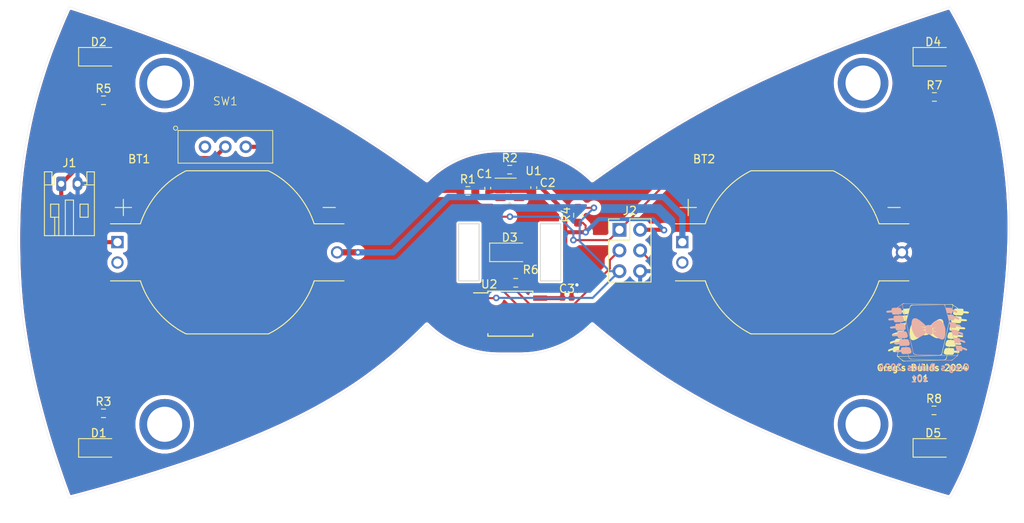
<source format=kicad_pcb>
(kicad_pcb (version 20221018) (generator pcbnew)
  (title_block (title "Light Up Bow Tie") (date "2024-02-04") (rev "v01") (comment 4 "Author: Gregory Evans"))
  (layers (0 "F.Cu" signal) (31 "B.Cu" signal) (34 "B.Paste" user) (35 "F.Paste" user) (36 "B.SilkS" user "B.Silkscreen") (37 "F.SilkS" user "F.Silkscreen") (38 "B.Mask" user) (39 "F.Mask" user) (44 "Edge.Cuts" user))
  (net 0 "")
  (net 1 "Net-(J2-Pin_2)")
  (net 2 "VCC")
  (net 3 "Net-(BT1-Pad3)")
  (net 4 "GND")
  (net 5 "Net-(SW1-C)")
  (net 6 "Net-(D1-A)")
  (net 7 "Net-(D2-A)")
  (net 8 "Net-(D3-A)")
  (net 9 "Net-(D4-A)")
  (net 10 "Net-(D5-A)")
  (net 11 "Net-(J2-Pin_1)")
  (net 12 "Net-(J2-Pin_3)")
  (net 13 "Net-(J2-Pin_4)")
  (net 14 "Net-(J2-Pin_5)")
  (net 15 "Net-(U1-EN)")
  (net 16 "Net-(U2-XTAL2{slash}PB4)")
  (net 18 "Net-(U2-XTAL1{slash}PB3)")
  (footprint "LED_SMD:LED_1206_3216Metric_Pad1.42x1.75mm_HandSolder" (layer "F.Cu") (at 195.4276 129.4892)
    (fp_text reference "D5")
    (fp_text value "LED")
  )
  (footprint "Resistor_SMD:R_0603_1608Metric_Pad0.98x0.95mm_HandSolder" (layer "F.Cu") (at 93.8022 86.868)
    (fp_text reference "R5")
    (fp_text value "150")
  )
  (footprint "LED_SMD:LED_1206_3216Metric_Pad1.42x1.75mm_HandSolder" (layer "F.Cu") (at 195.4276 81.534)
    (fp_text reference "D4")
    (fp_text value "LED")
  )
  (footprint "Resistor_SMD:R_0603_1608Metric_Pad0.98x0.95mm_HandSolder" (layer "F.Cu") (at 195.5781 86.4616)
    (fp_text reference "R7")
    (fp_text value "150")
  )
  (footprint "Capacitor_SMD:C_0402_1005Metric_Pad0.74x0.62mm_HandSolder" (layer "F.Cu") (at 140.8684 97.6463 -90)
    (fp_text reference "C1")
    (fp_text value "1uF")
  )
  (footprint "Resistor_SMD:R_0603_1608Metric_Pad0.98x0.95mm_HandSolder" (layer "F.Cu") (at 195.5292 124.8918)
    (fp_text reference "R8")
    (fp_text value "150")
  )
  (footprint "MountingHole:MountingHole_4.3mm_M4_ISO14580_Pad" (layer "F.Cu") (at 186.8424 84.7598)
    (fp_text reference "REF**" hide)
    (fp_text value "MountingHole_4.3mm_M4_ISO14580_Pad")
  )
  (footprint "light_up_bowtie:EG1218" (layer "F.Cu") (at 108.733 92.5736)
    (fp_text reference "SW1")
    (fp_text value "SW_SPDT")
  )
  (footprint "BU2032_1_HD_G:BAT_BU2032-1-HD-G" (layer "F.Cu") (at 178.1556 105.5116)
    (fp_text reference "BT2")
    (fp_text value "BU2032-1-HD-G")
  )
  (footprint "Connector_PinHeader_2.54mm:PinHeader_2x03_P2.54mm_Vertical" (layer "F.Cu") (at 156.9974 102.743)
    (fp_text reference "J2")
    (fp_text value "Conn_02x03_Odd_Even")
  )
  (footprint "LED_SMD:LED_1206_3216Metric_Pad1.42x1.75mm_HandSolder" (layer "F.Cu") (at 143.5608 105.5116)
    (fp_text reference "D3")
    (fp_text value "LED")
  )
  (footprint "Resistor_SMD:R_0603_1608Metric_Pad0.98x0.95mm_HandSolder" (layer "F.Cu") (at 144.2955 109.2454)
    (fp_text reference "R6")
    (fp_text value "150")
  )
  (footprint "LED_SMD:LED_1206_3216Metric_Pad1.42x1.75mm_HandSolder" (layer "F.Cu") (at 93.218 129.4892)
    (fp_text reference "D1")
    (fp_text value "LED")
  )
  (footprint "Connector_JST:JST_PH_S2B-PH-K_1x02_P2.00mm_Horizontal" (layer "F.Cu") (at 88.6272 97.1042)
    (fp_text reference "J1")
    (fp_text value "Conn_01x02")
  )
  (footprint "Resistor_SMD:R_0603_1608Metric_Pad0.98x0.95mm_HandSolder" (layer "F.Cu") (at 151.9174 100.9631 90)
    (fp_text reference "R4")
    (fp_text value "10k")
  )
  (footprint "BU2032_1_HD_G:BAT_BU2032-1-HD-G" (layer "F.Cu") (at 108.966 105.5116)
    (fp_text reference "BT1")
    (fp_text value "BU2032-1-HD-G")
  )
  (footprint "MountingHole:MountingHole_4.3mm_M4_ISO14580_Pad" (layer "F.Cu") (at 101.2952 126.5936)
    (fp_text reference "REF**" hide)
    (fp_text value "MountingHole_4.3mm_M4_ISO14580_Pad")
  )
  (footprint "Resistor_SMD:R_0603_1608Metric_Pad0.98x0.95mm_HandSolder" (layer "F.Cu") (at 93.8022 125.2474)
    (fp_text reference "R3")
    (fp_text value "150")
  )
  (footprint "MountingHole:MountingHole_4.3mm_M4_ISO14580_Pad" (layer "F.Cu") (at 101.2952 84.7598)
    (fp_text reference "REF**" hide)
    (fp_text value "MountingHole_4.3mm_M4_ISO14580_Pad")
  )
  (footprint "MountingHole:MountingHole_4.3mm_M4_ISO14580_Pad" (layer "F.Cu") (at 186.8424 126.5936)
    (fp_text reference "REF**" hide)
    (fp_text value "MountingHole_4.3mm_M4_ISO14580_Pad")
  )
  (footprint "Resistor_SMD:R_0603_1608Metric_Pad0.98x0.95mm_HandSolder" (layer "F.Cu") (at 138.43 97.9758)
    (fp_text reference "R1")
    (fp_text value "10k")
  )
  (footprint "Capacitor_SMD:C_0402_1005Metric_Pad0.74x0.62mm_HandSolder" (layer "F.Cu") (at 150.5712 111.125)
    (fp_text reference "C3")
    (fp_text value "100nF")
  )
  (footprint "LED_SMD:LED_1206_3216Metric_Pad1.42x1.75mm_HandSolder" (layer "F.Cu") (at 93.218 81.534)
    (fp_text reference "D2")
    (fp_text value "LED")
  )
  (footprint "Capacitor_SMD:C_0402_1005Metric_Pad0.74x0.62mm_HandSolder" (layer "F.Cu") (at 146.5072 97.5701 -90)
    (fp_text reference "C2")
    (fp_text value "1uF")
  )
  (footprint "Package_TO_SOT_SMD:SOT-23-5" (layer "F.Cu") (at 143.5608 97.9758)
    (fp_text reference "U1")
    (fp_text value "AP2112K-3.3")
  )
  (footprint "Resistor_SMD:R_0603_1608Metric_Pad0.98x0.95mm_HandSolder" (layer "F.Cu") (at 143.5608 95.377)
    (fp_text reference "R2")
    (fp_text value "0")
  )
  (footprint "Package_SO:SOIC-8W_5.3x5.3mm_P1.27mm" (layer "F.Cu") (at 143.637 113.03)
    (fp_text reference "U2")
    (fp_text value "ATtiny85-20S")
  )
  (gr_line (start 193.171374 118.015452) (end 193.187902 118.021629) (stroke (width 0.052916)) (layer "B.SilkS"))
  (gr_line (start 193.127387 117.995316) (end 193.141139 118.002245) (stroke (width 0.052916)) (layer "B.SilkS"))
  (gr_line (start 191.704334 111.821187) (end 191.695584 111.826996) (stroke (width 0.052916)) (layer "B.SilkS"))
  (gr_line (start 193.047311 117.938674) (end 193.054612 117.945404) (stroke (width 0.052916)) (layer "B.SilkS"))
  (gr_poly (pts (xy 198.17503 116.016959) (xy 198.355669 116.030603) (xy 198.523715 116.041946) (xy 198.538628 116.043095) (xy 198.552529 116.044676) (xy 198.565456 116.046658) (xy 198.577446 116.049011) (xy 198.588535 116.051703) (xy 198.59876 116.054703) (xy 198.608159 116.057982) (xy 198.616767 116.061509) (xy 198.624623 116.065252) (xy 198.631762 116.069181) (xy 198.638222 116.073266) (xy 198.64404 116.077476) (xy 198.649252 116.081779) (xy 198.653895 116.086146) (xy 198.658006 116.090545) (xy 198.661623 116.094946) (xy 198.664782 116.099318) (xy 198.667519 116.103631) (xy 198.669872 116.107853) (xy 198.671878 116.111955) (xy 198.673573 116.115904) (xy 198.674994 116.119672) (xy 198.677164 116.126537) (xy 198.679842 116.136727) (xy 198.680941 116.139561) (xy 198.681559 116.140305) (xy 198.682272 116.14056) (xy 198.72147 116.230284) (xy 198.760178 116.23805) (xy 198.79972 116.246774) (xy 198.880088 116.266662) (xy 198.960132 116.289082) (xy 199.037413 116.313166) (xy 199.109489 116.338047) (xy 199.173921 116.362859) (xy 199.202508 116.374968) (xy 199.228269 116.386734) (xy 199.250898 116.39805) (xy 199.270091 116.408807) (xy 199.278332 116.41587) (xy 199.286005 116.423183) (xy 199.293111 116.43071) (xy 199.299649 116.438417) (xy 199.305622 116.446269) (xy 199.311028 116.454231) (xy 199.315868 116.462269) (xy 199.320144 116.470348) (xy 199.323854 116.478432) (xy 199.327 116.486488) (xy 199.329583 116.49448) (xy 199.331602 116.502374) (xy 199.333058 116.510135) (xy 199.333952 116.517728) (xy 199.334283 116.525118) (xy 199.334053 116.53227) (xy 199.333262 116.539151) (xy 199.33191 116.545724) (xy 199.329997 116.551956) (xy 199.327525 116.557811) (xy 199.324493 116.563254) (xy 199.320903 116.568251) (xy 199.316753 116.572768) (xy 199.312046 116.576769) (xy 199.306781 116.580219) (xy 199.300959 116.583084) (xy 199.29458 116.585329) (xy 199.287645 116.586919) (xy 199.280154 116.58782) (xy 199.272107 116.587996) (xy 199.263505 116.587413) (xy 199.254349 116.586036) (xy 199.252847 116.586943) (xy 199.248468 116.586491) (xy 199.23186 116.581899) (xy 199.172669 116.560677) (xy 198.993846 116.491776) (xy 198.899045 116.456494) (xy 198.817206 116.428924) (xy 198.785028 116.419968) (xy 198.760745 116.415264) (xy 198.75205 116.414749) (xy 198.745911 116.415587) (xy 198.742522 116.417876) (xy 198.742077 116.421713) (xy 198.746101 116.440972) (xy 198.748936 116.459288) (xy 198.750651 116.476683) (xy 198.751315 116.493178) (xy 198.750998 116.508795) (xy 198.749771 116.523556) (xy 198.747702 116.537483) (xy 198.744861 116.550596) (xy 198.741318 116.562919) (xy 198.737143 116.574473) (xy 198.732404 116.58528) (xy 198.727173 116.59536) (xy 198.721517 116.604737) (xy 198.715508 116.613432) (xy 198.709215 116.621466) (xy 198.702706 116.628862) (xy 198.696053 116.635641) (xy 198.689324 116.641825) (xy 198.68259 116.647436) (xy 198.675919 116.652495) (xy 198.663048 116.661046) (xy 198.651268 116.667652) (xy 198.641135 116.672486) (xy 198.633208 116.675724) (xy 198.626198 116.678106) (xy 198.264053 116.642971) (xy 198.110528 116.627968) (xy 197.971776 116.000674)) (stroke (width 0.052916)) (fill solid) (layer "B.SilkS"))
  (gr_line (start 198.178166 116.929474) (end 197.640957 114.909203) (stroke (width 0.052916)) (layer "B.SilkS"))
  (gr_line (start 193.205399 118.027455) (end 193.223886 118.03288) (stroke (width 0.052916)) (layer "B.SilkS"))
  (gr_line (start 197.702869 118.732178) (end 197.689285 118.736079) (stroke (width 0.052916)) (layer "B.SilkS"))
  (gr_line (start 197.72847 118.723397) (end 197.715931 118.727936) (stroke (width 0.052916)) (layer "B.SilkS"))
  (gr_line (start 196.838949 111.993277) (end 196.83243 111.985584) (stroke (width 0.052916)) (layer "B.SilkS"))
  (gr_line (start 196.710859 111.908406) (end 196.694556 111.903576) (stroke (width 0.052916)) (layer "B.SilkS"))
  (gr_line (start 192.595445 118.564908) (end 192.581331 118.556687) (stroke (width 0.052916)) (layer "B.SilkS"))
  (gr_line (start 196.694556 111.903576) (end 196.677258 111.899363) (stroke (width 0.052916)) (layer "B.SilkS"))
  (gr_line (start 191.648902 111.905005) (end 191.647213 111.919379) (stroke (width 0.052916)) (layer "B.SilkS"))
  (gr_line (start 196.870525 112.044949) (end 196.865673 112.03449) (stroke (width 0.052916)) (layer "B.SilkS"))
  (gr_line (start 196.808783 111.962253) (end 196.799445 111.954585) (stroke (width 0.052916)) (layer "B.SilkS"))
  (gr_line (start 192.475808 118.453626) (end 192.464744 118.435347) (stroke (width 0.052916)) (layer "B.SilkS"))
  (gr_line (start 196.754076 111.92601) (end 196.740592 111.919681) (stroke (width 0.052916)) (layer "B.SilkS"))
  (gr_line (start 191.059688 112.291474) (end 191.064409 112.282027) (stroke (width 0.052916)) (layer "B.SilkS"))
  (gr_poly (pts (xy 193.229649 113.601826) (xy 193.256726 113.604352) (xy 193.284932 113.608581) (xy 193.314282 113.614618) (xy 193.353697 113.625414) (xy 193.394812 113.639688) (xy 193.437436 113.657188) (xy 193.481373 113.677664) (xy 193.52643 113.700865) (xy 193.572414 113.726541) (xy 193.666389 113.784315) (xy 193.761746 113.848984) (xy 193.856938 113.918542) (xy 193.950416 113.990985) (xy 194.04063 114.064311) (xy 194.126032 114.136515) (xy 194.205072 114.205594) (xy 194.337873 114.326357) (xy 194.458984 114.442206) (xy 194.458984 114.442207) (xy 194.461679 114.454326) (xy 194.463662 114.468359) (xy 194.46491 114.483969) (xy 194.465404 114.500822) (xy 194.465122 114.518583) (xy 194.464043 114.536917) (xy 194.462146 114.555489) (xy 194.459412 114.573965) (xy 194.455817 114.59201) (xy 194.451343 114.609287) (xy 194.445967 114.625464) (xy 194.442935 114.633035) (xy 194.43967 114.640205) (xy 194.436169 114.646932) (xy 194.432429 114.653174) (xy 194.428449 114.65889) (xy 194.424225 114.664038) (xy 194.419755 114.668575) (xy 194.415036 114.672461) (xy 194.410065 114.675652) (xy 194.404841 114.678108) (xy 194.368351 114.665639) (xy 194.333106 114.655013) (xy 194.299123 114.646126) (xy 194.266416 114.638877) (xy 194.235002 114.633163) (xy 194.204896 114.628882) (xy 194.176115 114.625933) (xy 194.148673 114.624212) (xy 194.122587 114.623618) (xy 194.097872 114.624048) (xy 194.074545 114.6254) (xy 194.052621 114.627573) (xy 194.032115 114.630463) (xy 194.013044 114.633969) (xy 193.995423 114.637988) (xy 193.979268 114.642419) (xy 193.964595 114.647159) (xy 193.95142 114.652105) (xy 193.939758 114.657156) (xy 193.929625 114.66221) (xy 193.921036 114.667163) (xy 193.914009 114.671915) (xy 193.908558 114.676363) (xy 193.904699 114.680404) (xy 193.902448 114.683937) (xy 193.901821 114.686859) (xy 193.902121 114.688059) (xy 193.902833 114.689068) (xy 193.903959 114.689873) (xy 193.9055 114.690462) (xy 193.909839 114.690938) (xy 193.915864 114.690395) (xy 193.923592 114.68873) (xy 193.933038 114.685842) (xy 193.951982 114.680241) (xy 193.971466 114.676167) (xy 193.991415 114.673531) (xy 194.011754 114.672244) (xy 194.032409 114.672218) (xy 194.053303 114.673366) (xy 194.074363 114.675597) (xy 194.095514 114.678824) (xy 194.116681 114.682959) (xy 194.137789 114.687913) (xy 194.158763 114.693597) (xy 194.179528 114.699923) (xy 194.220133 114.714147) (xy 194.259006 114.729878) (xy 194.295548 114.746408) (xy 194.32916 114.76303) (xy 194.359243 114.779036) (xy 194.3852 114.793719) (xy 194.422336 114.816283) (xy 194.435778 114.825062) (xy 194.439647 114.96815) (xy 194.426215 114.965324) (xy 194.410949 114.964707) (xy 194.394047 114.966135) (xy 194.375706 114.969446) (xy 194.356125 114.974476) (xy 194.335499 114.981063) (xy 194.291908 114.998257) (xy 194.246512 115.019724) (xy 194.200892 115.044162) (xy 194.156629 115.070269) (xy 194.115301 115.096741) (xy 194.07849 115.122277) (xy 194.047775 115.145573) (xy 194.024736 115.165328) (xy 194.010954 115.180237) (xy 194.008028 115.185469) (xy 194.008009 115.189) (xy 194.011094 115.190669) (xy 194.01748 115.190313) (xy 194.027366 115.187769) (xy 194.040949 115.182873) (xy 194.079994 115.165379) (xy 194.097402 115.157274) (xy 194.114752 115.149836) (xy 194.132011 115.143038) (xy 194.149148 115.136852) (xy 194.166129 115.131253) (xy 194.182922 115.126212) (xy 194.199495 115.121704) (xy 194.215816 115.117701) (xy 194.231851 115.114177) (xy 194.247569 115.111104) (xy 194.277923 115.106207) (xy 194.306617 115.102796) (xy 194.333392 115.100654) (xy 194.357989 115.099569) (xy 194.380149 115.099325) (xy 194.399611 115.099707) (xy 194.416117 115.100501) (xy 194.43922 115.102466) (xy 194.447382 115.103503) (xy 194.465751 115.21952) (xy 194.480012 115.322122) (xy 194.485873 115.3722) (xy 194.489921 115.416749) (xy 194.488815 115.427529) (xy 194.4842 115.439501) (xy 194.476304 115.452563) (xy 194.465358 115.466615) (xy 194.451591 115.481556) (xy 194.435233 115.497287) (xy 194.395658 115.530711) (xy 194.348469 115.566085) (xy 194.295502 115.602603) (xy 194.238593 115.63946) (xy 194.179576 115.675854) (xy 194.062562 115.744029) (xy 193.959144 115.800693) (xy 193.884004 115.839411) (xy 193.851827 115.853747) (xy 193.777015 115.886507) (xy 193.741911 115.899788) (xy 193.701856 115.912635) (xy 193.657654 115.923812) (xy 193.610111 115.932085) (xy 193.56003 115.936218) (xy 193.534289 115.936345) (xy 193.508216 115.934975) (xy 193.48191 115.931952) (xy 193.455474 115.927122) (xy 193.429006 115.92033) (xy 193.402608 115.911423) (xy 193.37638 115.900245) (xy 193.350423 115.886643) (xy 193.324837 115.870461) (xy 193.299723 115.851546) (xy 193.275182 115.829744) (xy 193.251314 115.804898) (xy 193.228219 115.776857) (xy 193.205999 115.745464) (xy 193.143329 115.64588) (xy 193.086666 115.547499) (xy 193.035748 115.45045) (xy 192.990311 115.354861) (xy 192.950091 115.260861) (xy 192.914825 115.168577) (xy 192.88425 115.078138) (xy 192.858102 114.989673) (xy 192.836117 114.903311) (xy 192.818031 114.819178) (xy 192.803582 114.737405) (xy 192.792506 114.658119) (xy 192.784539 114.581449) (xy 192.779418 114.507523) (xy 192.776879 114.436469) (xy 192.776658 114.368417) (xy 192.778492 114.303494) (xy 192.782118 114.241829) (xy 192.793691 114.128786) (xy 192.809267 114.030316) (xy 192.826739 113.947445) (xy 192.843999 113.881202) (xy 192.858937 113.832614) (xy 192.873417 113.79251) (xy 192.879268 113.781814) (xy 192.897412 113.75425) (xy 192.911373 113.736262) (xy 192.928741 113.716602) (xy 192.949627 113.696118) (xy 192.974143 113.675658) (xy 193.0024 113.65607) (xy 193.017966 113.646867) (xy 193.034509 113.638201) (xy 193.052042 113.630178) (xy 193.070581 113.622902) (xy 193.090138 113.61648) (xy 193.110727 113.611019) (xy 193.132363 113.606624) (xy 193.155059 113.603401) (xy 193.17883 113.601456) (xy 193.203688 113.600896)) (stroke (width 0.026458)) (fill solid) (layer "B.SilkS"))
  (gr_line (start 192.464744 118.435347) (end 192.45442 118.415704) (stroke (width 0.052916)) (layer "B.SilkS"))
  (gr_line (start 198.388476 118.186569) (end 198.395553 118.184094) (stroke (width 0.052916)) (layer "B.SilkS"))
  (gr_line (start 192.609498 118.572255) (end 192.595445 118.564908) (stroke (width 0.052916)) (layer "B.SilkS"))
  (gr_line (start 198.446102 117.976858) (end 198.178166 116.929474) (stroke (width 0.052916)) (layer "B.SilkS"))
  (gr_line (start 193.155794 118.008974) (end 193.171374 118.015452) (stroke (width 0.052916)) (layer "B.SilkS"))
  (gr_line (start 191.752049 111.802115) (end 191.742251 111.804751) (stroke (width 0.052916)) (layer "B.SilkS"))
  (gr_line (start 191.035079 112.402442) (end 191.037286 112.379465) (stroke (width 0.052916)) (layer "B.SilkS"))
  (gr_line (start 197.824415 118.670997) (end 197.809577 118.681477) (stroke (width 0.052916)) (layer "B.SilkS"))
  (gr_line (start 198.428431 118.159694) (end 198.433999 118.151923) (stroke (width 0.052916)) (layer "B.SilkS"))
  (gr_line (start 196.619118 111.890999) (end 196.597564 111.889831) (stroke (width 0.052916)) (layer "B.SilkS"))
  (gr_line (start 191.075395 112.264908) (end 191.081708 112.25737) (stroke (width 0.052916)) (layer "B.SilkS"))
  (gr_line (start 196.740592 111.919681) (end 196.726195 111.913794) (stroke (width 0.052916)) (layer "B.SilkS"))
  (gr_line (start 191.040659 112.356341) (end 191.04539 112.333608) (stroke (width 0.052916)) (layer "B.SilkS"))
  (gr_line (start 192.750087 118.610633) (end 192.737072 118.609481) (stroke (width 0.052916)) (layer "B.SilkS"))
  (gr_line (start 192.623408 118.578779) (end 192.609498 118.572255) (stroke (width 0.052916)) (layer "B.SilkS"))
  (gr_line (start 191.055449 112.301423) (end 191.059688 112.291474) (stroke (width 0.052916)) (layer "B.SilkS"))
  (gr_line (start 197.809577 118.681477) (end 197.801332 118.686865) (stroke (width 0.052916)) (layer "B.SilkS"))
  (gr_line (start 191.64672 111.934931) (end 191.647504 111.951706) (stroke (width 0.052916)) (layer "B.SilkS"))
  (gr_line (start 198.454336 118.043392) (end 198.452769 118.022989) (stroke (width 0.052916)) (layer "B.SilkS"))
  (gr_poly (pts (xy 198.404732 116.957644) (xy 198.585371 116.971287) (xy 198.753417 116.98263) (xy 198.76833 116.983779) (xy 198.782231 116.98536) (xy 198.795158 116.987342) (xy 198.807148 116.989695) (xy 198.818237 116.992387) (xy 198.828462 116.995387) (xy 198.837861 116.998666) (xy 198.846469 117.002193) (xy 198.854325 117.005936) (xy 198.861464 117.009866) (xy 198.867924 117.01395) (xy 198.873742 117.01816) (xy 198.878954 117.022463) (xy 198.883597 117.02683) (xy 198.887708 117.031229) (xy 198.891325 117.03563) (xy 198.894484 117.040002) (xy 198.897221 117.044315) (xy 198.899574 117.048537) (xy 198.90158 117.052639) (xy 198.903275 117.056589) (xy 198.904696 117.060356) (xy 198.906866 117.067221) (xy 198.909544 117.077411) (xy 198.910643 117.080245) (xy 198.911261 117.08099) (xy 198.911974 117.081245) (xy 198.951172 117.170968) (xy 198.98988 117.178734) (xy 199.029422 117.187458) (xy 199.109789 117.207347) (xy 199.189834 117.229766) (xy 199.267114 117.25385) (xy 199.339191 117.278731) (xy 199.403623 117.303543) (xy 199.43221 117.315652) (xy 199.457971 117.327419) (xy 199.4806 117.338734) (xy 199.499793 117.349491) (xy 199.508034 117.356554) (xy 199.515707 117.363867) (xy 199.522813 117.371394) (xy 199.529351 117.379101) (xy 199.535324 117.386953) (xy 199.54073 117.394915) (xy 199.54557 117.402953) (xy 199.549845 117.411032) (xy 199.553556 117.419116) (xy 199.556702 117.427172) (xy 199.559285 117.435164) (xy 199.561304 117.443058) (xy 199.56276 117.450819) (xy 199.563653 117.458412) (xy 199.563985 117.465802) (xy 199.563755 117.472954) (xy 199.562963 117.479835) (xy 199.561611 117.486408) (xy 199.559699 117.49264) (xy 199.557227 117.498495) (xy 199.554195 117.503938) (xy 199.550604 117.508936) (xy 199.546455 117.513452) (xy 199.541748 117.517453) (xy 199.536483 117.520903) (xy 199.530661 117.523768) (xy 199.524282 117.526013) (xy 199.517346 117.527603) (xy 199.509855 117.528504) (xy 199.501809 117.52868) (xy 199.493207 117.528097) (xy 199.484051 117.52672) (xy 199.482549 117.527627) (xy 199.47817 117.527175) (xy 199.461562 117.522583) (xy 199.402371 117.501361) (xy 199.223548 117.432461) (xy 199.128747 117.397179) (xy 199.046908 117.369609) (xy 199.01473 117.360653) (xy 198.990447 117.355949) (xy 198.981752 117.355433) (xy 198.975613 117.356272) (xy 198.972224 117.358561) (xy 198.971779 117.362397) (xy 198.975803 117.381657) (xy 198.978638 117.399973) (xy 198.980353 117.417368) (xy 198.981017 117.433863) (xy 198.980701 117.44948) (xy 198.979473 117.464241) (xy 198.977404 117.478168) (xy 198.974563 117.491282) (xy 198.97102 117.503604) (xy 198.966845 117.515158) (xy 198.962107 117.525965) (xy 198.956875 117.536045) (xy 198.95122 117.545422) (xy 198.945211 117.554117) (xy 198.938917 117.562152) (xy 198.932409 117.569548) (xy 198.925755 117.576327) (xy 198.919027 117.582511) (xy 198.912292 117.588121) (xy 198.905621 117.59318) (xy 198.89275 117.601731) (xy 198.88097 117.608337) (xy 198.870837 117.613172) (xy 198.86291 117.616409) (xy 198.8559 117.618791) (xy 198.493754 117.583656) (xy 198.340229 117.568652) (xy 198.201478 116.941358)) (stroke (width 0.052916)) (fill solid) (layer "B.SilkS"))
  (gr_line (start 192.499835 118.486294) (end 192.487532 118.470592) (stroke (width 0.052916)) (layer "B.SilkS"))
  (gr_line (start 198.409423 118.176947) (end 198.41607 118.172136) (stroke (width 0.052916)) (layer "B.SilkS"))
  (gr_line (start 191.665966 111.858387) (end 191.660318 111.8685) (stroke (width 0.052916)) (layer "B.SilkS"))
  (gr_line (start 196.850106 112.008189) (end 196.844831 112.000832) (stroke (width 0.052916)) (layer "B.SilkS"))
  (gr_line (start 191.0334 112.4458) (end 191.033847 112.424733) (stroke (width 0.052916)) (layer "B.SilkS"))
  (gr_poly (pts (xy 192.423522 117.169376) (xy 192.433684 117.169852) (xy 192.446001 117.171074) (xy 192.460139 117.173315) (xy 192.475762 117.17685) (xy 192.484027 117.179188) (xy 192.492537 117.181951) (xy 192.501253 117.185174) (xy 192.51013 117.188891) (xy 192.519128 117.193136) (xy 192.528206 117.197943) (xy 192.53732 117.203346) (xy 192.54643 117.20938) (xy 192.555493 117.216078) (xy 192.564468 117.223475) (xy 192.573313 117.231605) (xy 192.581986 117.240501) (xy 192.590446 117.250199) (xy 192.598649 117.260732) (xy 192.606556 117.272134) (xy 192.614124 117.28444) (xy 192.62131 117.297683) (xy 192.628075 117.311898) (xy 192.639543 117.338973) (xy 192.650799 117.36789) (xy 192.672382 117.429272) (xy 192.692242 117.492082) (xy 192.709798 117.552357) (xy 192.735663 117.649454) (xy 192.74532 117.688864) (xy 192.745316 117.688864) (xy 192.744886 117.69755) (xy 192.743863 117.707575) (xy 192.741872 117.720648) (xy 192.738589 117.736213) (xy 192.733692 117.753716) (xy 192.726857 117.772601) (xy 192.722613 117.782388) (xy 192.717762 117.792313) (xy 192.712266 117.802306) (xy 192.706084 117.812297) (xy 192.699175 117.822217) (xy 192.6915 117.831998) (xy 192.683017 117.841568) (xy 192.673687 117.85086) (xy 192.663468 117.859803) (xy 192.652321 117.868329) (xy 192.640206 117.876367) (xy 192.627082 117.883849) (xy 192.612908 117.890704) (xy 192.597644 117.896865) (xy 192.58125 117.90226) (xy 192.563686 117.906822) (xy 192.544911 117.910479) (xy 192.524884 117.913164) (xy 192.428196 117.921654) (xy 192.310434 117.9296) (xy 192.053565 117.943136) (xy 191.74757 117.955704) (xy 191.739213 117.955163) (xy 191.729624 117.954049) (xy 191.717191 117.951984) (xy 191.702485 117.948676) (xy 191.686078 117.943834) (xy 191.668541 117.937166) (xy 191.659528 117.933056) (xy 191.650446 117.92838) (xy 191.641368 117.923102) (xy 191.632365 117.917186) (xy 191.623509 117.910594) (xy 191.61487 117.90329) (xy 191.606521 117.895239) (xy 191.598532 117.886403) (xy 191.590976 117.876746) (xy 191.583923 117.866231) (xy 191.577445 117.854823) (xy 191.571614 117.842484) (xy 191.566501 117.829178) (xy 191.562178 117.814869) (xy 191.558715 117.799521) (xy 191.556185 117.783096) (xy 191.554659 117.765559) (xy 191.554208 117.746872) (xy 191.55337 117.737861) (xy 191.550782 117.729833) (xy 191.546503 117.722742) (xy 191.540589 117.716542) (xy 191.533096 117.711188) (xy 191.52408 117.706634) (xy 191.5136 117.702834) (xy 191.50171 117.699742) (xy 191.488468 117.697314) (xy 191.47393 117.695503) (xy 191.441194 117.693549) (xy 191.403954 117.693517) (xy 191.362663 117.695039) (xy 191.269742 117.701287) (xy 191.166051 117.70937) (xy 191.1113 117.713186) (xy 191.055215 117.716364) (xy 190.99825 117.718539) (xy 190.940856 117.719345) (xy 190.933272 117.714699) (xy 190.92499 117.709205) (xy 190.91478 117.701877) (xy 190.903441 117.692923) (xy 190.891772 117.682554) (xy 190.880571 117.670979) (xy 190.875395 117.664804) (xy 190.870637 117.658406) (xy 190.866395 117.651812) (xy 190.862769 117.645046) (xy 190.85986 117.638137) (xy 190.857767 117.631108) (xy 190.85659 117.623988) (xy 190.856428 117.616802) (xy 190.857383 117.609576) (xy 190.859553 117.602336) (xy 190.863038 117.595109) (xy 190.867939 117.58792) (xy 190.874354 117.580797) (xy 190.882385 117.573764) (xy 190.892131 117.566849) (xy 190.903691 117.560077) (xy 190.917166 117.553475) (xy 190.932655 117.547069) (xy 190.954019 117.540718) (xy 190.983699 117.534468) (xy 191.062656 117.522442) (xy 191.158825 117.511332) (xy 191.261506 117.501479) (xy 191.443596 117.486904) (xy 191.523317 117.48144) (xy 191.50691 117.339243) (xy 191.507097 117.333112) (xy 191.507685 117.326048) (xy 191.508918 117.316854) (xy 191.511033 117.305929) (xy 191.514265 117.293675) (xy 191.516374 117.287174) (xy 191.518851 117.280491) (xy 191.521725 117.273675) (xy 191.525027 117.266778) (xy 191.528785 117.259848) (xy 191.53303 117.252937) (xy 191.53779 117.246094) (xy 191.543095 117.239368) (xy 191.548976 117.232811) (xy 191.55546 117.226473) (xy 191.562579 117.220403) (xy 191.570361 117.214651) (xy 191.578836 117.209267) (xy 191.588033 117.204303) (xy 191.597982 117.199807) (xy 191.608714 117.195829) (xy 191.620256 117.192421) (xy 191.632639 117.189631) (xy 191.645892 117.18751) (xy 191.660045 117.186109) (xy 191.749685 117.181372) (xy 191.861527 117.177621) (xy 192.109709 117.17264) (xy 192.409311 117.169702) (xy 192.41585 117.169375)) (stroke (width 0.052916)) (fill solid) (layer "B.SilkS"))
  (gr_line (start 191.033847 112.424733) (end 191.035079 112.402442) (stroke (width 0.052916)) (layer "B.SilkS"))
  (gr_line (start 198.3609 118.19077) (end 198.36754 118.190436) (stroke (width 0.052916)) (layer "B.SilkS"))
  (gr_line (start 193.308172 118.049568) (end 193.331937 118.052237) (stroke (width 0.052916)) (layer "B.SilkS"))
  (gr_line (start 191.651703 111.891764) (end 191.648902 111.905005) (stroke (width 0.052916)) (layer "B.SilkS"))
  (gr_line (start 197.596995 118.749973) (end 197.579842 118.750305) (stroke (width 0.052916)) (layer "B.SilkS"))
  (gr_poly (pts (xy 191.275436 112.333284) (xy 191.285598 112.333759) (xy 191.297914 112.334981) (xy 191.312052 112.337223) (xy 191.327675 112.340758) (xy 191.33594 112.343095) (xy 191.344451 112.345859) (xy 191.353166 112.349082) (xy 191.362043 112.352798) (xy 191.371042 112.357043) (xy 191.380119 112.36185) (xy 191.389233 112.367254) (xy 191.398343 112.373287) (xy 191.407406 112.379985) (xy 191.416381 112.387382) (xy 191.425226 112.395512) (xy 191.433899 112.404409) (xy 191.442359 112.414107) (xy 191.450563 112.424639) (xy 191.458469 112.436042) (xy 191.466037 112.448347) (xy 191.473224 112.461591) (xy 191.479988 112.475806) (xy 191.491456 112.50288) (xy 191.502712 112.531798) (xy 191.524295 112.59318) (xy 191.544155 112.65599) (xy 191.561711 112.716265) (xy 191.587576 112.813362) (xy 191.597233 112.852772) (xy 191.59723 112.852772) (xy 191.596799 112.861458) (xy 191.595777 112.871483) (xy 191.593786 112.884556) (xy 191.590503 112.900121) (xy 191.585605 112.917624) (xy 191.578771 112.936509) (xy 191.574526 112.946296) (xy 191.569676 112.956221) (xy 191.56418 112.966213) (xy 191.557998 112.976205) (xy 191.551089 112.986125) (xy 191.543413 112.995905) (xy 191.534931 113.005476) (xy 191.5256 113.014767) (xy 191.515382 113.023711) (xy 191.504235 113.032236) (xy 191.49212 113.040274) (xy 191.478995 113.047756) (xy 191.464821 113.054612) (xy 191.449557 113.060772) (xy 191.433164 113.066168) (xy 191.415599 113.070729) (xy 191.396824 113.074387) (xy 191.376798 113.077072) (xy 191.280109 113.085562) (xy 191.162347 113.093508) (xy 190.905478 113.107043) (xy 190.599483 113.119611) (xy 190.591126 113.11907) (xy 190.581537 113.117956) (xy 190.569104 113.115891) (xy 190.554398 113.112583) (xy 190.537991 113.107741) (xy 190.520454 113.101073) (xy 190.511441 113.096963) (xy 190.502359 113.092288) (xy 190.493282 113.08701) (xy 190.484279 113.081093) (xy 190.475422 113.074501) (xy 190.466783 113.067198) (xy 190.458434 113.059146) (xy 190.450445 113.05031) (xy 190.442889 113.040653) (xy 190.435836 113.030139) (xy 190.429358 113.01873) (xy 190.423527 113.006392) (xy 190.418414 112.993086) (xy 190.414091 112.978777) (xy 190.410628 112.963429) (xy 190.408098 112.947004) (xy 190.406572 112.929467) (xy 190.406121 112.91078) (xy 190.405283 112.901769) (xy 190.402696 112.893741) (xy 190.398417 112.88665) (xy 190.392502 112.88045) (xy 190.385009 112.875096) (xy 190.375994 112.870542) (xy 190.365513 112.866742) (xy 190.353623 112.863651) (xy 190.340381 112.861222) (xy 190.325843 112.859411) (xy 190.293107 112.857458) (xy 190.255867 112.857425) (xy 190.214577 112.858947) (xy 190.121655 112.865195) (xy 190.017965 112.873278) (xy 189.963213 112.877094) (xy 189.907129 112.880272) (xy 189.850163 112.882447) (xy 189.79277 112.883253) (xy 189.785185 112.878607) (xy 189.776903 112.873113) (xy 189.766694 112.865785) (xy 189.755354 112.856831) (xy 189.743685 112.846462) (xy 189.732484 112.834887) (xy 189.727309 112.828712) (xy 189.72255 112.822314) (xy 189.718308 112.81572) (xy 189.714683 112.808954) (xy 189.711773 112.802044) (xy 189.70968 112.795016) (xy 189.708503 112.787896) (xy 189.708342 112.78071) (xy 189.709296 112.773484) (xy 189.711466 112.766244) (xy 189.714951 112.759017) (xy 189.719852 112.751828) (xy 189.726268 112.744705) (xy 189.734298 112.737672) (xy 189.744044 112.730757) (xy 189.755604 112.723985) (xy 189.769079 112.717383) (xy 189.784568 112.710977) (xy 189.805932 112.704626) (xy 189.835612 112.698376) (xy 189.914569 112.68635) (xy 190.010739 112.67524) (xy 190.113419 112.665387) (xy 190.29551 112.650812) (xy 190.375231 112.645348) (xy 190.358823 112.503151) (xy 190.35901 112.49702) (xy 190.359598 112.489956) (xy 190.360832 112.480762) (xy 190.362946 112.469837) (xy 190.366178 112.457582) (xy 190.368287 112.451082) (xy 190.370764 112.444398) (xy 190.373638 112.437583) (xy 190.37694 112.430686) (xy 190.380698 112.423756) (xy 190.384943 112.416845) (xy 190.389703 112.410001) (xy 190.395009 112.403276) (xy 190.400889 112.396719) (xy 190.407373 112.39038) (xy 190.414492 112.38431) (xy 190.422274 112.378558) (xy 190.430749 112.373175) (xy 190.439946 112.36821) (xy 190.449896 112.363714) (xy 190.460627 112.359737) (xy 190.472169 112.356328) (xy 190.484552 112.353539) (xy 190.497805 112.351418) (xy 190.511958 112.350016) (xy 190.601599 112.34528) (xy 190.713441 112.341529) (xy 190.961622 112.336547) (xy 191.261224 112.33361) (xy 191.267763 112.333283)) (stroke (width 0.052916)) (fill solid) (layer "B.SilkS"))
  (gr_line (start 191.036481 112.516322) (end 191.034092 112.482106) (stroke (width 0.052916)) (layer "B.SilkS"))
  (gr_line (start 197.640957 114.909203) (end 196.876006 112.059989) (stroke (width 0.052916)) (layer "B.SilkS"))
  (gr_line (start 191.8486 111.797017) (end 191.839325 111.79605) (stroke (width 0.052916)) (layer "B.SilkS"))
  (gr_line (start 191.732498 111.807931) (end 191.722873 111.8117) (stroke (width 0.052916)) (layer "B.SilkS"))
  (gr_line (start 193.223886 118.03288) (end 193.243385 118.037854) (stroke (width 0.052916)) (layer "B.SilkS"))
  (gr_line (start 198.42243 118.166409) (end 198.428431 118.159694) (stroke (width 0.052916)) (layer "B.SilkS"))
  (gr_line (start 191.04539 112.333608) (end 191.048324 112.322557) (stroke (width 0.052916)) (layer "B.SilkS"))
  (gr_poly (pts (xy 197.923659 115.036123) (xy 198.104299 115.049766) (xy 198.272345 115.06111) (xy 198.287257 115.062259) (xy 198.301159 115.06384) (xy 198.314086 115.065822) (xy 198.326075 115.068174) (xy 198.337164 115.070866) (xy 198.347389 115.073867) (xy 198.356788 115.077146) (xy 198.365396 115.080673) (xy 198.373252 115.084416) (xy 198.380391 115.088345) (xy 198.386851 115.09243) (xy 198.392669 115.096639) (xy 198.397881 115.100943) (xy 198.402524 115.105309) (xy 198.406636 115.109709) (xy 198.410252 115.11411) (xy 198.413411 115.118482) (xy 198.416148 115.122795) (xy 198.418501 115.127017) (xy 198.420507 115.131118) (xy 198.422202 115.135068) (xy 198.423624 115.138835) (xy 198.425794 115.1457) (xy 198.428472 115.155891) (xy 198.42957 115.158725) (xy 198.430189 115.159469) (xy 198.430902 115.159724) (xy 198.4701 115.249448) (xy 198.508808 115.257214) (xy 198.54835 115.265938) (xy 198.628717 115.285826) (xy 198.708762 115.308246) (xy 198.786042 115.332329) (xy 198.858119 115.357211) (xy 198.922551 115.382022) (xy 198.951138 115.394131) (xy 198.976899 115.405898) (xy 198.999528 115.417214) (xy 199.018721 115.427971) (xy 199.026962 115.435034) (xy 199.034635 115.442346) (xy 199.041741 115.449873) (xy 199.048279 115.45758) (xy 199.054251 115.465432) (xy 199.059658 115.473395) (xy 199.064498 115.481433) (xy 199.068774 115.489511) (xy 199.072484 115.497596) (xy 199.07563 115.505652) (xy 199.078213 115.513644) (xy 199.080232 115.521538) (xy 199.081688 115.529299) (xy 199.082582 115.536892) (xy 199.082913 115.544282) (xy 199.082683 115.551434) (xy 199.081891 115.558315) (xy 199.080539 115.564888) (xy 199.078627 115.57112) (xy 199.076155 115.576974) (xy 199.073123 115.582418) (xy 199.069532 115.587415) (xy 199.065383 115.591932) (xy 199.060675 115.595933) (xy 199.05541 115.599383) (xy 199.049588 115.602248) (xy 199.043209 115.604493) (xy 199.036274 115.606083) (xy 199.028782 115.606984) (xy 199.020736 115.60716) (xy 199.012134 115.606577) (xy 199.002978 115.6052) (xy 199.001475 115.606106) (xy 198.997097 115.605654) (xy 198.980488 115.601062) (xy 198.921297 115.579841) (xy 198.742475 115.51094) (xy 198.647674 115.475658) (xy 198.565835 115.448088) (xy 198.533657 115.439131) (xy 198.509374 115.434427) (xy 198.500679 115.433912) (xy 198.49454 115.434751) (xy 198.491152 115.43704) (xy 198.490707 115.440876) (xy 198.494731 115.460136) (xy 198.497566 115.478452) (xy 198.49928 115.495847) (xy 198.499944 115.512342) (xy 198.499628 115.527959) (xy 198.4984 115.54272) (xy 198.496331 115.556646) (xy 198.493491 115.56976) (xy 198.489948 115.582083) (xy 198.485772 115.593637) (xy 198.481034 115.604444) (xy 198.475802 115.614524) (xy 198.470147 115.623901) (xy 198.464138 115.632596) (xy 198.457844 115.640631) (xy 198.451336 115.648026) (xy 198.444683 115.654805) (xy 198.437954 115.660989) (xy 198.431219 115.6666) (xy 198.424549 115.671659) (xy 198.411677 115.68021) (xy 198.399897 115.686816) (xy 198.389765 115.69165) (xy 198.381838 115.694888) (xy 198.374828 115.69727) (xy 198.012682 115.662134) (xy 197.859157 115.647131) (xy 197.720406 115.019838)) (stroke (width 0.052916)) (fill solid) (layer "B.SilkS"))
  (gr_line (start 191.051669 112.311807) (end 191.055449 112.301423) (stroke (width 0.052916)) (layer "B.SilkS"))
  (gr_line (start 191.088598 112.250605) (end 191.096091 112.244677) (stroke (width 0.052916)) (layer "B.SilkS"))
  (gr_line (start 193.080986 117.966595) (end 193.091339 117.973825) (stroke (width 0.052916)) (layer "B.SilkS"))
  (gr_line (start 191.069637 112.273149) (end 191.075395 112.264908) (stroke (width 0.052916)) (layer "B.SilkS"))
  (gr_line (start 191.679535 111.840969) (end 191.672399 111.849225) (stroke (width 0.052916)) (layer "B.SilkS"))
  (gr_line (start 197.675182 118.739599) (end 197.660565 118.742693) (stroke (width 0.052916)) (layer "B.SilkS"))
  (gr_line (start 192.428686 118.348112) (end 191.688995 115.28017) (stroke (width 0.052916)) (layer "B.SilkS"))
  (gr_line (start 191.695584 111.826996) (end 191.68729 111.833574) (stroke (width 0.052916)) (layer "B.SilkS"))
  (gr_line (start 198.447391 118.121578) (end 198.45051 118.108887) (stroke (width 0.052916)) (layer "B.SilkS"))
  (gr_line (start 193.071428 117.959414) (end 193.080986 117.966595) (stroke (width 0.052916)) (layer "B.SilkS"))
  (gr_line (start 192.487532 118.470592) (end 192.475808 118.453626) (stroke (width 0.052916)) (layer "B.SilkS"))
  (gr_line (start 191.722873 111.8117) (end 191.713458 111.816104) (stroke (width 0.052916)) (layer "B.SilkS"))
  (gr_line (start 197.613646 118.749002) (end 197.596995 118.749973) (stroke (width 0.052916)) (layer "B.SilkS"))
  (gr_line (start 198.395553 118.184094) (end 198.40256 118.180909) (stroke (width 0.052916)) (layer "B.SilkS"))
  (gr_line (start 191.655536 111.879611) (end 191.651703 111.891764) (stroke (width 0.052916)) (layer "B.SilkS"))
  (gr_line (start 192.43631 118.372136) (end 192.428686 118.348112) (stroke (width 0.052916)) (layer "B.SilkS"))
  (gr_line (start 193.243385 118.037854) (end 193.263918 118.042327) (stroke (width 0.052916)) (layer "B.SilkS"))
  (gr_line (start 193.091339 117.973825) (end 193.102509 117.981056) (stroke (width 0.052916)) (layer "B.SilkS"))
  (gr_line (start 198.322351 118.18569) (end 198.329673 118.187614) (stroke (width 0.052916)) (layer "B.SilkS"))
  (gr_line (start 196.85894 112.022082) (end 196.850106 112.008189) (stroke (width 0.052916)) (layer "B.SilkS"))
  (gr_line (start 198.452769 118.022989) (end 198.450049 118.000834) (stroke (width 0.052916)) (layer "B.SilkS"))
  (gr_line (start 197.751965 118.713597) (end 197.740482 118.718603) (stroke (width 0.052916)) (layer "B.SilkS"))
  (gr_line (start 192.581331 118.556687) (end 192.567235 118.547545) (stroke (width 0.052916)) (layer "B.SilkS"))
  (gr_poly (pts (xy 192.215501 116.181582) (xy 192.225663 116.182057) (xy 192.237979 116.183279) (xy 192.252117 116.185521) (xy 192.26774 116.189056) (xy 192.276005 116.191393) (xy 192.284516 116.194156) (xy 192.293231 116.197379) (xy 192.302108 116.201096) (xy 192.311107 116.205341) (xy 192.320184 116.210148) (xy 192.329298 116.215551) (xy 192.338408 116.221585) (xy 192.347471 116.228283) (xy 192.356446 116.23568) (xy 192.365291 116.24381) (xy 192.373964 116.252707) (xy 192.382424 116.262405) (xy 192.390628 116.272938) (xy 192.398535 116.28434) (xy 192.406102 116.296646) (xy 192.413289 116.309889) (xy 192.420053 116.324104) (xy 192.431521 116.351179) (xy 192.442777 116.380096) (xy 192.46436 116.441478) (xy 192.48422 116.504288) (xy 192.501775 116.564563) (xy 192.527641 116.66166) (xy 192.537298 116.70107) (xy 192.537296 116.70107) (xy 192.536865 116.709756) (xy 192.535843 116.719781) (xy 192.533851 116.732853) (xy 192.530569 116.748419) (xy 192.525671 116.765921) (xy 192.518837 116.784806) (xy 192.514592 116.794594) (xy 192.509742 116.804518) (xy 192.504246 116.814511) (xy 192.498063 116.824502) (xy 192.491155 116.834423) (xy 192.483479 116.844203) (xy 192.474996 116.853773) (xy 192.465666 116.863065) (xy 192.455448 116.872008) (xy 192.444301 116.880534) (xy 192.432185 116.888572) (xy 192.419061 116.896054) (xy 192.404887 116.902909) (xy 192.389623 116.90907) (xy 192.373229 116.914465) (xy 192.355665 116.919027) (xy 192.33689 116.922685) (xy 192.316863 116.925369) (xy 192.220175 116.933859) (xy 192.102413 116.941805) (xy 191.845544 116.95534) (xy 191.539549 116.967908) (xy 191.531192 116.967367) (xy 191.521603 116.966253) (xy 191.50917 116.964188) (xy 191.494464 116.96088) (xy 191.478057 116.956038) (xy 191.46052 116.94937) (xy 191.451507 116.945261) (xy 191.442425 116.940585) (xy 191.433347 116.935307) (xy 191.424344 116.929391) (xy 191.415488 116.922799) (xy 191.406849 116.915495) (xy 191.3985 116.907444) (xy 191.390511 116.898608) (xy 191.382955 116.888951) (xy 191.375902 116.878436) (xy 191.369424 116.867028) (xy 191.363593 116.854689) (xy 191.35848 116.841383) (xy 191.354157 116.827075) (xy 191.350694 116.811726) (xy 191.348164 116.795301) (xy 191.346638 116.777764) (xy 191.346187 116.759078) (xy 191.345349 116.750067) (xy 191.342762 116.742039) (xy 191.338482 116.734947) (xy 191.332568 116.728748) (xy 191.325075 116.723393) (xy 191.31606 116.718839) (xy 191.305579 116.715039) (xy 191.293689 116.711948) (xy 191.280447 116.709519) (xy 191.265909 116.707708) (xy 191.233173 116.705755) (xy 191.195933 116.705722) (xy 191.154643 116.707244) (xy 191.061721 116.713492) (xy 190.95803 116.721575) (xy 190.903279 116.725391) (xy 190.847194 116.728569) (xy 190.790229 116.730744) (xy 190.732835 116.73155) (xy 190.725251 116.726904) (xy 190.716969 116.72141) (xy 190.706759 116.714082) (xy 190.69542 116.705128) (xy 190.683751 116.694759) (xy 190.67255 116.683184) (xy 190.667374 116.677009) (xy 190.662616 116.670611) (xy 190.658374 116.664017) (xy 190.654748 116.657252) (xy 190.651839 116.650342) (xy 190.649746 116.643314) (xy 190.648569 116.636193) (xy 190.648407 116.629007) (xy 190.649362 116.621781) (xy 190.651532 116.614541) (xy 190.655017 116.607314) (xy 190.659918 116.600126) (xy 190.666333 116.593002) (xy 190.674364 116.58597) (xy 190.68411 116.579055) (xy 190.69567 116.572283) (xy 190.709145 116.565681) (xy 190.724634 116.559274) (xy 190.745998 116.552923) (xy 190.775677 116.546673) (xy 190.854635 116.534648) (xy 190.950804 116.523538) (xy 191.053485 116.513685) (xy 191.235575 116.499109) (xy 191.315296 116.493645) (xy 191.298888 116.351449) (xy 191.299075 116.345318) (xy 191.299663 116.338254) (xy 191.300896 116.32906) (xy 191.303011 116.318135) (xy 191.306243 116.30588) (xy 191.308352 116.29938) (xy 191.310829 116.292696) (xy 191.313703 116.285881) (xy 191.317005 116.278984) (xy 191.320763 116.272054) (xy 191.325008 116.265143) (xy 191.329768 116.258299) (xy 191.335073 116.251574) (xy 191.340954 116.245017) (xy 191.347438 116.238678) (xy 191.354557 116.232608) (xy 191.362339 116.226856) (xy 191.370814 116.221473) (xy 191.380011 116.216508) (xy 191.389961 116.212012) (xy 191.400692 116.208035) (xy 191.412234 116.204626) (xy 191.424617 116.201837) (xy 191.43787 116.199716) (xy 191.452023 116.198314) (xy 191.541664 116.193578) (xy 191.653506 116.189827) (xy 191.901687 116.184845) (xy 192.201289 116.181907) (xy 192.207828 116.181581)) (stroke (width 0.052916)) (fill solid) (layer "B.SilkS"))
  (gr_line (start 192.637097 118.584528) (end 192.623408 118.578779) (stroke (width 0.052916)) (layer "B.SilkS"))
  (gr_line (start 197.629794 118.747437) (end 197.613646 118.749002) (stroke (width 0.052916)) (layer "B.SilkS"))
  (gr_line (start 192.567235 118.547545) (end 192.553237 118.537432) (stroke (width 0.052916)) (layer "B.SilkS"))
  (gr_line (start 192.699401 118.603364) (end 192.676027 118.597615) (stroke (width 0.052916)) (layer "B.SilkS"))
  (gr_line (start 191.647213 111.919379) (end 191.64672 111.934931) (stroke (width 0.052916)) (layer "B.SilkS"))
  (gr_line (start 196.677258 111.899363) (end 196.658937 111.895824) (stroke (width 0.052916)) (layer "B.SilkS"))
  (gr_line (start 193.017625 117.905307) (end 193.024974 117.914759) (stroke (width 0.052916)) (layer "B.SilkS"))
  (gr_line (start 191.713458 111.816104) (end 191.704334 111.821187) (stroke (width 0.052916)) (layer "B.SilkS"))
  (gr_line (start 193.01259 117.898059) (end 193.017625 117.905307) (stroke (width 0.052916)) (layer "B.SilkS"))
  (gr_line (start 191.798843 111.795506) (end 191.780893 111.797017) (stroke (width 0.052916)) (layer "B.SilkS"))
  (gr_poly (pts (xy 191.515203 113.284625) (xy 191.525365 113.2851) (xy 191.537682 113.286322) (xy 191.551819 113.288563) (xy 191.567443 113.292098) (xy 191.575708 113.294436) (xy 191.584218 113.297199) (xy 191.592933 113.300422) (xy 191.601811 113.304139) (xy 191.610809 113.308384) (xy 191.619887 113.313191) (xy 191.629001 113.318594) (xy 191.638111 113.324628) (xy 191.647174 113.331326) (xy 191.656149 113.338723) (xy 191.664994 113.346853) (xy 191.673667 113.355749) (xy 191.682126 113.365447) (xy 191.69033 113.37598) (xy 191.698237 113.387382) (xy 191.705805 113.399688) (xy 191.712991 113.412932) (xy 191.719755 113.427147) (xy 191.731224 113.454221) (xy 191.742479 113.483139) (xy 191.764063 113.544521) (xy 191.783923 113.607331) (xy 191.801478 113.667606) (xy 191.827343 113.764703) (xy 191.837 113.804113) (xy 191.836998 113.804112) (xy 191.836568 113.812798) (xy 191.835545 113.822823) (xy 191.833554 113.835896) (xy 191.830271 113.851461) (xy 191.825374 113.868964) (xy 191.818539 113.887849) (xy 191.814294 113.897636) (xy 191.809444 113.907561) (xy 191.803948 113.917553) (xy 191.797766 113.927545) (xy 191.790857 113.937465) (xy 191.783182 113.947245) (xy 191.774699 113.956816) (xy 191.765369 113.966108) (xy 191.75515 113.975051) (xy 191.744003 113.983576) (xy 191.731888 113.991615) (xy 191.718764 113.999096) (xy 191.70459 114.005952) (xy 191.689326 114.012112) (xy 191.672932 114.017508) (xy 191.655368 114.022069) (xy 191.636592 114.025727) (xy 191.616566 114.028412) (xy 191.519878 114.036902) (xy 191.402116 114.044848) (xy 191.145247 114.058383) (xy 190.839252 114.070951) (xy 190.830895 114.07041) (xy 190.821306 114.069296) (xy 190.808873 114.067231) (xy 190.794167 114.063923) (xy 190.777759 114.059081) (xy 190.760223 114.052413) (xy 190.751209 114.048304) (xy 190.742128 114.043628) (xy 190.73305 114.03835) (xy 190.724047 114.032433) (xy 190.715191 114.025842) (xy 190.706552 114.018538) (xy 190.698202 114.010487) (xy 190.690214 114.001651) (xy 190.682657 113.991993) (xy 190.675604 113.981479) (xy 190.669127 113.97007) (xy 190.663296 113.957732) (xy 190.658183 113.944426) (xy 190.653859 113.930117) (xy 190.650397 113.914769) (xy 190.647867 113.898344) (xy 190.646341 113.880807) (xy 190.64589 113.86212) (xy 190.645051 113.853109) (xy 190.642464 113.845081) (xy 190.638185 113.83799) (xy 190.632271 113.83179) (xy 190.624778 113.826436) (xy 190.615762 113.821882) (xy 190.605281 113.818082) (xy 190.593392 113.81499) (xy 190.58015 113.812562) (xy 190.565612 113.810751) (xy 190.532876 113.808797) (xy 190.495636 113.808764) (xy 190.454345 113.810287) (xy 190.361423 113.816535) (xy 190.257733 113.824618) (xy 190.202982 113.828434) (xy 190.146897 113.831612) (xy 190.089931 113.833787) (xy 190.032538 113.834593) (xy 190.024954 113.829947) (xy 190.016672 113.824453) (xy 190.006462 113.817124) (xy 189.995123 113.808171) (xy 189.983453 113.797802) (xy 189.972252 113.786226) (xy 189.967077 113.780052) (xy 189.962319 113.773654) (xy 189.958077 113.767059) (xy 189.954451 113.760294) (xy 189.951542 113.753384) (xy 189.949449 113.746356) (xy 189.948271 113.739236) (xy 189.94811 113.73205) (xy 189.949064 113.724823) (xy 189.951234 113.717584) (xy 189.95472 113.710357) (xy 189.95962 113.703168) (xy 189.966036 113.696045) (xy 189.974067 113.689012) (xy 189.983812 113.682097) (xy 189.995372 113.675325) (xy 190.008847 113.668723) (xy 190.024336 113.662316) (xy 190.0457 113.655965) (xy 190.07538 113.649716) (xy 190.154337 113.63769) (xy 190.250506 113.626581) (xy 190.353187 113.616727) (xy 190.535277 113.602152) (xy 190.614998 113.596688) (xy 190.598591 113.454492) (xy 190.598778 113.44836) (xy 190.599366 113.441297) (xy 190.600599 113.432103) (xy 190.602714 113.421178) (xy 190.605946 113.408923) (xy 190.608055 113.402422) (xy 190.610532 113.395739) (xy 190.613406 113.388924) (xy 190.616708 113.382026) (xy 190.620466 113.375097) (xy 190.62471 113.368185) (xy 190.629471 113.361342) (xy 190.634776 113.354617) (xy 190.640656 113.34806) (xy 190.647141 113.341721) (xy 190.65426 113.335651) (xy 190.662041 113.329899) (xy 190.670516 113.324516) (xy 190.679714 113.319551) (xy 190.689663 113.315055) (xy 190.700394 113.311077) (xy 190.711937 113.307669) (xy 190.72432 113.304879) (xy 190.737573 113.302759) (xy 190.751726 113.301357) (xy 190.841366 113.296621) (xy 190.953208 113.29287) (xy 191.20139 113.287888) (xy 191.500991 113.28495) (xy 191.507531 113.284623)) (stroke (width 0.052916)) (fill solid) (layer "B.SilkS"))
  (gr_line (start 198.348562 118.190423) (end 198.3609 118.19077) (stroke (width 0.052916)) (layer "B.SilkS"))
  (gr_line (start 198.3814 118.188405) (end 198.388476 118.186569) (stroke (width 0.052916)) (layer "B.SilkS"))
  (gr_line (start 198.374397 118.18967) (end 198.3814 118.188405) (stroke (width 0.052916)) (layer "B.SilkS"))
  (gr_line (start 193.024974 117.914759) (end 193.034812 117.926015) (stroke (width 0.052916)) (layer "B.SilkS"))
  (gr_line (start 196.778419 111.939762) (end 196.766676 111.932723) (stroke (width 0.052916)) (layer "B.SilkS"))
  (gr_line (start 192.650483 118.589551) (end 192.637097 118.584528) (stroke (width 0.052916)) (layer "B.SilkS"))
  (gr_line (start 192.737072 118.609481) (end 192.719963 118.607188) (stroke (width 0.052916)) (layer "B.SilkS"))
  (gr_line (start 196.83243 111.985584) (end 196.825248 111.97781) (stroke (width 0.052916)) (layer "B.SilkS"))
  (gr_line (start 198.41607 118.172136) (end 198.42243 118.166409) (stroke (width 0.052916)) (layer "B.SilkS"))
  (gr_line (start 197.861335 118.639273) (end 197.855515 118.644995) (stroke (width 0.052916)) (layer "B.SilkS"))
  (gr_line (start 191.647504 111.951706) (end 191.866727 112.958154) (stroke (width 0.052916)) (layer "B.SilkS"))
  (gr_line (start 192.333937 114.991353) (end 193.00877 117.891779) (stroke (width 0.052916)) (layer "B.SilkS"))
  (gr_line (start 196.789332 111.947069) (end 196.778419 111.939762) (stroke (width 0.052916)) (layer "B.SilkS"))
  (gr_line (start 192.444915 118.394651) (end 192.43631 118.372136) (stroke (width 0.052916)) (layer "B.SilkS"))
  (gr_line (start 198.443551 118.132934) (end 198.447391 118.121578) (stroke (width 0.052916)) (layer "B.SilkS"))
  (gr_line (start 193.034812 117.926015) (end 193.047311 117.938674) (stroke (width 0.052916)) (layer "B.SilkS"))
  (gr_line (start 197.801332 118.686865) (end 197.79254 118.692297) (stroke (width 0.052916)) (layer "B.SilkS"))
  (gr_line (start 191.064409 112.282027) (end 191.069637 112.273149) (stroke (width 0.052916)) (layer "B.SilkS"))
  (gr_line (start 191.034092 112.482106) (end 191.033545 112.465104) (stroke (width 0.052916)) (layer "B.SilkS"))
  (gr_line (start 193.062644 117.952334) (end 193.071428 117.959414) (stroke (width 0.052916)) (layer "B.SilkS"))
  (gr_line (start 196.817375 111.970014) (end 196.808783 111.962253) (stroke (width 0.052916)) (layer "B.SilkS"))
  (gr_line (start 191.866727 112.958154) (end 192.333937 114.991353) (stroke (width 0.052916)) (layer "B.SilkS"))
  (gr_line (start 196.639567 111.893016) (end 196.619118 111.890999) (stroke (width 0.052916)) (layer "B.SilkS"))
  (gr_line (start 191.096091 112.244677) (end 191.683911 111.834751) (stroke (width 0.052916)) (layer "B.SilkS"))
  (gr_line (start 198.450049 118.000834) (end 198.446102 117.976858) (stroke (width 0.052916)) (layer "B.SilkS"))
  (gr_line (start 197.79254 118.692297) (end 197.783205 118.697728) (stroke (width 0.052916)) (layer "B.SilkS"))
  (gr_line (start 196.597564 111.889831) (end 196.597565 111.889831) (stroke (width 0.052916)) (layer "B.SilkS"))
  (gr_line (start 191.815003 111.795083) (end 191.798843 111.795506) (stroke (width 0.052916)) (layer "B.SilkS"))
  (gr_line (start 192.553237 118.537432) (end 192.539418 118.5263) (stroke (width 0.052916)) (layer "B.SilkS"))
  (gr_line (start 192.719963 118.607188) (end 192.699401 118.603364) (stroke (width 0.052916)) (layer "B.SilkS"))
  (gr_line (start 192.676027 118.597615) (end 192.650483 118.589551) (stroke (width 0.052916)) (layer "B.SilkS"))
  (gr_line (start 193.187902 118.021629) (end 193.205399 118.027455) (stroke (width 0.052916)) (layer "B.SilkS"))
  (gr_line (start 198.433999 118.151923) (end 198.439063 118.143026) (stroke (width 0.052916)) (layer "B.SilkS"))
  (gr_line (start 196.726195 111.913794) (end 196.710859 111.908406) (stroke (width 0.052916)) (layer "B.SilkS"))
  (gr_line (start 196.597565 111.889831) (end 191.8486 111.797017) (stroke (width 0.052916)) (layer "B.SilkS"))
  (gr_line (start 193.356822 118.054203) (end 198.322351 118.18569) (stroke (width 0.052916)) (layer "B.SilkS"))
  (gr_line (start 191.037286 112.379465) (end 191.040659 112.356341) (stroke (width 0.052916)) (layer "B.SilkS"))
  (gr_line (start 193.054612 117.945404) (end 193.062644 117.952334) (stroke (width 0.052916)) (layer "B.SilkS"))
  (gr_line (start 197.847407 118.652416) (end 197.837032 118.661196) (stroke (width 0.052916)) (layer "B.SilkS"))
  (gr_line (start 197.689285 118.736079) (end 197.675182 118.739599) (stroke (width 0.052916)) (layer "B.SilkS"))
  (gr_line (start 192.45442 118.415704) (end 192.444915 118.394651) (stroke (width 0.052916)) (layer "B.SilkS"))
  (gr_line (start 191.688995 115.28017) (end 191.036481 112.516322) (stroke (width 0.052916)) (layer "B.SilkS"))
  (gr_line (start 198.45051 118.108887) (end 198.452836 118.094793) (stroke (width 0.052916)) (layer "B.SilkS"))
  (gr_line (start 198.454821 118.062115) (end 198.454336 118.043392) (stroke (width 0.052916)) (layer "B.SilkS"))
  (gr_line (start 193.331937 118.052237) (end 193.356822 118.054203) (stroke (width 0.052916)) (layer "B.SilkS"))
  (gr_poly (pts (xy 197.1908 112.323451) (xy 197.371439 112.337094) (xy 197.539485 112.348438) (xy 197.554398 112.349587) (xy 197.568299 112.351168) (xy 197.581227 112.35315) (xy 197.593216 112.355502) (xy 197.604305 112.358194) (xy 197.614531 112.361195) (xy 197.623929 112.364474) (xy 197.632538 112.368) (xy 197.640393 112.371744) (xy 197.647532 112.375673) (xy 197.653992 112.379758) (xy 197.65981 112.383967) (xy 197.665022 112.388271) (xy 197.669665 112.392637) (xy 197.673777 112.397036) (xy 197.677393 112.401438) (xy 197.680552 112.40581) (xy 197.683289 112.410122) (xy 197.685642 112.414345) (xy 197.687648 112.418446) (xy 197.689343 112.422396) (xy 197.690765 112.426163) (xy 197.692934 112.433028) (xy 197.695612 112.443218) (xy 197.696711 112.446053) (xy 197.697329 112.446797) (xy 197.698042 112.447052) (xy 197.73724 112.536776) (xy 197.775948 112.544542) (xy 197.81549 112.553266) (xy 197.895858 112.573154) (xy 197.975902 112.595574) (xy 198.053183 112.619658) (xy 198.12526 112.644539) (xy 198.189692 112.669351) (xy 198.218279 112.68146) (xy 198.24404 112.693226) (xy 198.266669 112.704542) (xy 198.285862 112.715299) (xy 198.294103 112.722362) (xy 198.301776 112.729675) (xy 198.308882 112.737202) (xy 198.31542 112.744909) (xy 198.321392 112.752761) (xy 198.326799 112.760723) (xy 198.331639 112.768761) (xy 198.335914 112.77684) (xy 198.339625 112.784924) (xy 198.342771 112.79298) (xy 198.345354 112.800972) (xy 198.347373 112.808866) (xy 198.348829 112.816627) (xy 198.349722 112.82422) (xy 198.350054 112.83161) (xy 198.349823 112.838763) (xy 198.349032 112.845643) (xy 198.34768 112.852216) (xy 198.345768 112.858448) (xy 198.343295 112.864303) (xy 198.340264 112.869746) (xy 198.336673 112.874744) (xy 198.332524 112.87926) (xy 198.327816 112.883261) (xy 198.322551 112.886711) (xy 198.316729 112.889576) (xy 198.31035 112.891821) (xy 198.303415 112.893411) (xy 198.295924 112.894312) (xy 198.287877 112.894488) (xy 198.279275 112.893905) (xy 198.270119 112.892528) (xy 198.268616 112.893434) (xy 198.264238 112.892982) (xy 198.24763 112.888391) (xy 198.188439 112.867169) (xy 198.009616 112.798268) (xy 197.914815 112.762986) (xy 197.832977 112.735416) (xy 197.800798 112.72646) (xy 197.776516 112.721756) (xy 197.767821 112.72124) (xy 197.761682 112.722079) (xy 197.758293 112.724368) (xy 197.757848 112.728204) (xy 197.761872 112.747464) (xy 197.764707 112.76578) (xy 197.766421 112.783175) (xy 197.767086 112.79967) (xy 197.766769 112.815287) (xy 197.765542 112.830048) (xy 197.763473 112.843974) (xy 197.760632 112.857088) (xy 197.757089 112.869411) (xy 197.752913 112.880965) (xy 197.748175 112.891771) (xy 197.742944 112.901852) (xy 197.737288 112.911229) (xy 197.731279 112.919924) (xy 197.724986 112.927958) (xy 197.718477 112.935354) (xy 197.711824 112.942133) (xy 197.705095 112.948317) (xy 197.698361 112.953928) (xy 197.69169 112.958987) (xy 197.678819 112.967538) (xy 197.667038 112.974143) (xy 197.656906 112.978978) (xy 197.648979 112.982216) (xy 197.641969 112.984597) (xy 197.279824 112.949463) (xy 197.126298 112.934459) (xy 196.987546 112.307166)) (stroke (width 0.052916)) (fill solid) (layer "B.SilkS"))
  (gr_line (start 197.773329 118.703117) (end 197.762914 118.70842) (stroke (width 0.052916)) (layer "B.SilkS"))
  (gr_line (start 191.081708 112.25737) (end 191.088598 112.250605) (stroke (width 0.052916)) (layer "B.SilkS"))
  (gr_line (start 197.855515 118.644995) (end 197.847407 118.652416) (stroke (width 0.052916)) (layer "B.SilkS"))
  (gr_line (start 193.141139 118.002245) (end 193.155794 118.008974) (stroke (width 0.052916)) (layer "B.SilkS"))
  (gr_line (start 191.048324 112.322557) (end 191.051669 112.311807) (stroke (width 0.052916)) (layer "B.SilkS"))
  (gr_line (start 198.329673 118.187614) (end 198.337961 118.189186) (stroke (width 0.052916)) (layer "B.SilkS"))
  (gr_line (start 198.452836 118.094793) (end 198.454297 118.079225) (stroke (width 0.052916)) (layer "B.SilkS"))
  (gr_line (start 196.844831 112.000832) (end 196.838949 111.993277) (stroke (width 0.052916)) (layer "B.SilkS"))
  (gr_line (start 197.715931 118.727936) (end 197.702869 118.732178) (stroke (width 0.052916)) (layer "B.SilkS"))
  (gr_poly (pts (xy 191.723225 114.272419) (xy 191.733387 114.272894) (xy 191.745704 114.274116) (xy 191.759841 114.276358) (xy 191.775465 114.279893) (xy 191.783729 114.28223) (xy 191.79224 114.284993) (xy 191.800955 114.288216) (xy 191.809833 114.291933) (xy 191.818831 114.296178) (xy 191.827908 114.300985) (xy 191.837023 114.306388) (xy 191.846133 114.312422) (xy 191.855196 114.31912) (xy 191.864171 114.326517) (xy 191.873016 114.334647) (xy 191.881689 114.343544) (xy 191.890148 114.353242) (xy 191.898352 114.363775) (xy 191.906259 114.375177) (xy 191.913826 114.387483) (xy 191.921013 114.400726) (xy 191.927777 114.414941) (xy 191.939245 114.442016) (xy 191.950501 114.470933) (xy 191.972085 114.532315) (xy 191.991945 114.595125) (xy 192.0095 114.6554) (xy 192.035365 114.752497) (xy 192.045022 114.791907) (xy 192.045019 114.791907) (xy 192.044588 114.800593) (xy 192.043566 114.810618) (xy 192.041575 114.823691) (xy 192.038292 114.839256) (xy 192.033395 114.856759) (xy 192.02656 114.875644) (xy 192.022315 114.885431) (xy 192.017465 114.895356) (xy 192.011969 114.905348) (xy 192.005787 114.91534) (xy 191.998878 114.92526) (xy 191.991203 114.93504) (xy 191.98272 114.944611) (xy 191.973389 114.953902) (xy 191.963171 114.962846) (xy 191.952024 114.971371) (xy 191.939909 114.979409) (xy 191.926784 114.986891) (xy 191.91261 114.993747) (xy 191.897347 114.999907) (xy 191.880953 115.005303) (xy 191.863388 115.009864) (xy 191.844613 115.013522) (xy 191.824587 115.016207) (xy 191.727898 115.024697) (xy 191.610137 115.032643) (xy 191.353267 115.046178) (xy 191.047272 115.058746) (xy 191.038915 115.058205) (xy 191.029327 115.057091) (xy 191.016894 115.055026) (xy 191.002187 115.051718) (xy 190.98578 115.046876) (xy 190.968243 115.040208) (xy 190.95923 115.036098) (xy 190.950149 115.031423) (xy 190.941071 115.026145) (xy 190.932068 115.020228) (xy 190.923211 115.013636) (xy 190.914573 115.006333) (xy 190.906223 114.998281) (xy 190.898235 114.989445) (xy 190.890678 114.979788) (xy 190.883625 114.969274) (xy 190.877148 114.957865) (xy 190.871317 114.945527) (xy 190.866204 114.932221) (xy 190.86188 114.917912) (xy 190.858418 114.902564) (xy 190.855888 114.886139) (xy 190.854362 114.868602) (xy 190.853911 114.849915) (xy 190.853072 114.840904) (xy 190.850485 114.832876) (xy 190.846206 114.825785) (xy 190.840292 114.819585) (xy 190.832798 114.814231) (xy 190.823783 114.809677) (xy 190.813302 114.805877) (xy 190.801412 114.802785) (xy 190.78817 114.800357) (xy 190.773633 114.798546) (xy 190.740896 114.796592) (xy 190.703657 114.796559) (xy 190.662366 114.798082) (xy 190.569444 114.80433) (xy 190.465754 114.812413) (xy 190.411003 114.816229) (xy 190.354918 114.819407) (xy 190.297952 114.821582) (xy 190.240559 114.822388) (xy 190.232975 114.817742) (xy 190.224693 114.812248) (xy 190.214483 114.804919) (xy 190.203144 114.795966) (xy 190.191474 114.785597) (xy 190.180273 114.774021) (xy 190.175098 114.767847) (xy 190.170339 114.761449) (xy 190.166097 114.754854) (xy 190.162472 114.748089) (xy 190.159563 114.741179) (xy 190.15747 114.734151) (xy 190.156292 114.727031) (xy 190.156131 114.719845) (xy 190.157085 114.712619) (xy 190.159255 114.705379) (xy 190.162741 114.698152) (xy 190.167641 114.690963) (xy 190.174057 114.68384) (xy 190.182088 114.676807) (xy 190.191833 114.669892) (xy 190.203393 114.66312) (xy 190.216868 114.656518) (xy 190.232357 114.650112) (xy 190.253721 114.643761) (xy 190.283401 114.637511) (xy 190.362359 114.625485) (xy 190.458528 114.614376) (xy 190.561209 114.604522) (xy 190.743299 114.589947) (xy 190.82302 114.584483) (xy 190.806613 114.442286) (xy 190.8068 114.436155) (xy 190.807388 114.429091) (xy 190.808621 114.419897) (xy 190.810735 114.408972) (xy 190.813967 114.396717) (xy 190.816076 114.390217) (xy 190.818553 114.383533) (xy 190.821428 114.376718) (xy 190.824729 114.369821) (xy 190.828488 114.362891) (xy 190.832732 114.35598) (xy 190.837492 114.349136) (xy 190.842798 114.342411) (xy 190.848678 114.335854) (xy 190.855163 114.329515) (xy 190.862281 114.323445) (xy 190.870063 114.317693) (xy 190.878538 114.31231) (xy 190.887736 114.307345) (xy 190.897685 114.302849) (xy 190.908416 114.298872) (xy 190.919958 114.295463) (xy 190.932341 114.292674) (xy 190.945595 114.290553) (xy 190.959747 114.289151) (xy 191.049388 114.284415) (xy 191.16123 114.280664) (xy 191.409411 114.275682) (xy 191.709013 114.272744) (xy 191.715553 114.272418)) (stroke (width 0.052916)) (fill solid) (layer "B.SilkS"))
  (gr_line (start 192.761268 118.611085) (end 192.750087 118.610633) (stroke (width 0.052916)) (layer "B.SilkS"))
  (gr_line (start 197.645434 118.74532) (end 197.629794 118.747437) (stroke (width 0.052916)) (layer "B.SilkS"))
  (gr_line (start 196.876006 112.059989) (end 196.873717 112.052995) (stroke (width 0.052916)) (layer "B.SilkS"))
  (gr_line (start 191.76181 111.799978) (end 191.752049 111.802115) (stroke (width 0.052916)) (layer "B.SilkS"))
  (gr_poly (pts (xy 196.179292 113.847009) (xy 196.22458 113.851391) (xy 196.266852 113.859579) (xy 196.28695 113.865107) (xy 196.306403 113.871597) (xy 196.325248 113.879049) (xy 196.343523 113.887468) (xy 196.378504 113.907216) (xy 196.411639 113.930866) (xy 196.443219 113.958439) (xy 196.473537 113.989961) (xy 196.502884 114.025455) (xy 196.531553 114.064944) (xy 196.550983 114.090304) (xy 196.578473 114.123569) (xy 196.612329 114.165481) (xy 196.65086 114.216783) (xy 196.692371 114.278219) (xy 196.713716 114.312969) (xy 196.735171 114.350532) (xy 196.756525 114.390999) (xy 196.777566 114.434465) (xy 196.798082 114.481021) (xy 196.817863 114.530761) (xy 196.836696 114.583778) (xy 196.854369 114.640163) (xy 196.870672 114.700012) (xy 196.885392 114.763416) (xy 196.898319 114.830467) (xy 196.909239 114.90126) (xy 196.917942 114.975887) (xy 196.924217 115.054441) (xy 196.92785 115.137015) (xy 196.928632 115.223701) (xy 196.92635 115.314592) (xy 196.920792 115.409783) (xy 196.911747 115.509364) (xy 196.899004 115.61343) (xy 196.882351 115.722073) (xy 196.861575 115.835386) (xy 196.850273 115.88477) (xy 196.836978 115.929486) (xy 196.821844 115.969738) (xy 196.805026 116.005729) (xy 196.786678 116.037662) (xy 196.766953 116.065741) (xy 196.746007 116.090168) (xy 196.723994 116.111148) (xy 196.701067 116.128883) (xy 196.677381 116.143577) (xy 196.65309 116.155432) (xy 196.628348 116.164653) (xy 196.603311 116.171443) (xy 196.57813 116.176004) (xy 196.552962 116.17854) (xy 196.527961 116.179255) (xy 196.503279 116.178352) (xy 196.479072 116.176033) (xy 196.4327 116.167964) (xy 196.390077 116.156675) (xy 196.352437 116.143791) (xy 196.321013 116.13094) (xy 196.297041 116.119746) (xy 196.276382 116.10884) (xy 196.258413 116.102906) (xy 196.207449 116.083222) (xy 196.170973 116.067341) (xy 196.127905 116.046963) (xy 196.078795 116.021735) (xy 196.024196 115.991304) (xy 195.96466 115.955317) (xy 195.900738 115.91342) (xy 195.832983 115.865262) (xy 195.79784 115.838724) (xy 195.761946 115.810488) (xy 195.725369 115.78051) (xy 195.688179 115.748746) (xy 195.650444 115.715151) (xy 195.612234 115.679682) (xy 195.573617 115.642294) (xy 195.534663 115.602944) (xy 195.49544 115.561586) (xy 195.456018 115.518178) (xy 195.45175 115.512447) (xy 195.448115 115.50565) (xy 195.445084 115.497868) (xy 195.442627 115.489184) (xy 195.440717 115.479679) (xy 195.439322 115.469435) (xy 195.437967 115.447057) (xy 195.438328 115.422706) (xy 195.440171 115.397037) (xy 195.443263 115.370704) (xy 195.447372 115.344362) (xy 195.452264 115.318667) (xy 195.457706 115.294273) (xy 195.463463 115.271835) (xy 195.469304 115.252007) (xy 195.474995 115.235446) (xy 195.480302 115.222806) (xy 195.484992 115.214742) (xy 195.487033 115.21263) (xy 195.488832 115.211908) (xy 195.49183 115.210952) (xy 195.496051 115.210442) (xy 195.507912 115.210712) (xy 195.523916 115.212624) (xy 195.543566 115.21608) (xy 195.566365 115.220985) (xy 195.591814 115.227243) (xy 195.619417 115.234759) (xy 195.648674 115.243437) (xy 195.67909 115.25318) (xy 195.710165 115.263892) (xy 195.741403 115.275479) (xy 195.772306 115.287844) (xy 195.802375 115.300891) (xy 195.831113 115.314524) (xy 195.858023 115.328648) (xy 195.882607 115.343167) (xy 195.889367 115.347048) (xy 195.894245 115.349023) (xy 195.897302 115.349215) (xy 195.898598 115.347747) (xy 195.898194 115.344745) (xy 195.896151 115.340331) (xy 195.887392 115.327763) (xy 195.872808 115.311032) (xy 195.852883 115.29113) (xy 195.828105 115.269044) (xy 195.79896 115.245766) (xy 195.765934 115.222284) (xy 195.748118 115.210776) (xy 195.729515 115.199588) (xy 195.710184 115.188844) (xy 195.690187 115.178668) (xy 195.669585 115.169183) (xy 195.648438 115.160513) (xy 195.626808 115.152782) (xy 195.604754 115.146114) (xy 195.582339 115.140631) (xy 195.559622 115.136459) (xy 195.536664 115.13372) (xy 195.513527 115.132538) (xy 195.49027 115.133037) (xy 195.466956 115.135341) (xy 195.462105 115.135754) (xy 195.457385 115.134866) (xy 195.452805 115.132756) (xy 195.448372 115.129504) (xy 195.444095 115.125191) (xy 195.439983 115.119897) (xy 195.436043 115.113702) (xy 195.432284 115.106685) (xy 195.42534 115.09051) (xy 195.419219 115.072011) (xy 195.413986 115.051829) (xy 195.409706 115.030605) (xy 195.406447 115.008979) (xy 195.404273 114.987593) (xy 195.403252 114.967086) (xy 195.403448 114.948099) (xy 195.404929 114.931274) (xy 195.406171 114.923872) (xy 195.407759 114.91725) (xy 195.409702 114.911489) (xy 195.412006 114.906669) (xy 195.414681 114.902869) (xy 195.417734 114.90017) (xy 195.416681 114.895408) (xy 195.417193 114.890684) (xy 195.419205 114.886002) (xy 195.42265 114.881367) (xy 195.427463 114.876784) (xy 195.433578 114.872259) (xy 195.440929 114.867795) (xy 195.44945 114.863398) (xy 195.469737 114.854825) (xy 195.493911 114.846579) (xy 195.521446 114.8387) (xy 195.551813 114.831226) (xy 195.584485 114.824198) (xy 195.618934 114.817655) (xy 195.654631 114.811636) (xy 195.69105 114.806181) (xy 195.727663 114.801329) (xy 195.763942 114.79712) (xy 195.799359 114.793593) (xy 195.833386 114.790788) (xy 195.864208 114.787364) (xy 195.872599 114.785359) (xy 195.876677 114.78319) (xy 195.87672 114.780881) (xy 195.873004 114.778456) (xy 195.855401 114.773354) (xy 195.826082 114.768072) (xy 195.787258 114.762801) (xy 195.689949 114.753052) (xy 195.581173 114.745628) (xy 195.47863 114.742048) (xy 195.435227 114.742175) (xy 195.40002 114.743833) (xy 195.375221 114.747213) (xy 195.367417 114.749608) (xy 195.363044 114.752505) (xy 195.359511 114.754531) (xy 195.355345 114.754962) (xy 195.350599 114.753883) (xy 195.345321 114.75138) (xy 195.339564 114.74754) (xy 195.333377 114.742447) (xy 195.326812 114.736188) (xy 195.319919 114.728848) (xy 195.305352 114.711271) (xy 195.290083 114.690401) (xy 195.274518 114.666927) (xy 195.259061 114.641533) (xy 195.244119 114.614907) (xy 195.230098 114.587736) (xy 195.217404 114.560706) (xy 195.206441 114.534503) (xy 195.197617 114.509815) (xy 195.191337 114.487329) (xy 195.189278 114.477125) (xy 195.188007 114.467729) (xy 195.187575 114.459227) (xy 195.188032 114.451705) (xy 195.187255 114.44814) (xy 195.18814 114.442393) (xy 195.194768 114.424871) (xy 195.207661 114.400176) (xy 195.226559 114.369348) (xy 195.251205 114.333427) (xy 195.281341 114.293452) (xy 195.316709 114.250461) (xy 195.357051 114.205494) (xy 195.40211 114.15959) (xy 195.451627 114.113789) (xy 195.477977 114.091251) (xy 195.505345 114.069129) (xy 195.533698 114.047552) (xy 195.563005 114.02665) (xy 195.593233 114.006553) (xy 195.62435 113.987391) (xy 195.656324 113.969294) (xy 195.689123 113.952391) (xy 195.722713 113.936813) (xy 195.757064 113.92269) (xy 195.792142 113.910151) (xy 195.827916 113.899326) (xy 195.897421 113.881367) (xy 195.96216 113.867072) (xy 196.022425 113.856465) (xy 196.078507 113.84957) (xy 196.130699 113.84641)) (stroke (width 0.026458)) (fill solid) (layer "B.SilkS"))
  (gr_line (start 193.114518 117.988236) (end 193.127387 117.995316) (stroke (width 0.052916)) (layer "B.SilkS"))
  (gr_line (start 191.828716 111.795385) (end 191.815003 111.795083) (stroke (width 0.052916)) (layer "B.SilkS"))
  (gr_line (start 193.285506 118.046248) (end 193.308172 118.049568) (stroke (width 0.052916)) (layer "B.SilkS"))
  (gr_line (start 192.525858 118.514099) (end 192.512637 118.50078) (stroke (width 0.052916)) (layer "B.SilkS"))
  (gr_line (start 191.839325 111.79605) (end 191.828716 111.795385) (stroke (width 0.052916)) (layer "B.SilkS"))
  (gr_line (start 196.825248 111.97781) (end 196.817375 111.970014) (stroke (width 0.052916)) (layer "B.SilkS"))
  (gr_poly (pts (xy 191.975733 115.230242) (xy 191.985895 115.230717) (xy 191.998212 115.231939) (xy 192.012349 115.234181) (xy 192.027973 115.237715) (xy 192.036237 115.240053) (xy 192.044748 115.242816) (xy 192.053463 115.246039) (xy 192.062341 115.249756) (xy 192.071339 115.254001) (xy 192.080416 115.258808) (xy 192.089531 115.264211) (xy 192.098641 115.270245) (xy 192.107704 115.276943) (xy 192.116679 115.28434) (xy 192.125524 115.29247) (xy 192.134197 115.301366) (xy 192.142656 115.311064) (xy 192.15086 115.321597) (xy 192.158767 115.332999) (xy 192.166335 115.345305) (xy 192.173521 115.358548) (xy 192.180285 115.372763) (xy 192.191754 115.399838) (xy 192.203009 115.428756) (xy 192.224593 115.490138) (xy 192.244453 115.552948) (xy 192.262008 115.613223) (xy 192.287873 115.71032) (xy 192.29753 115.74973) (xy 192.297527 115.74973) (xy 192.297097 115.758416) (xy 192.296074 115.768441) (xy 192.294083 115.781514) (xy 192.2908 115.797079) (xy 192.285903 115.814581) (xy 192.279068 115.833466) (xy 192.274823 115.843254) (xy 192.269973 115.853178) (xy 192.264477 115.863171) (xy 192.258295 115.873162) (xy 192.251386 115.883083) (xy 192.243711 115.892863) (xy 192.235228 115.902433) (xy 192.225897 115.911725) (xy 192.215679 115.920668) (xy 192.204532 115.929194) (xy 192.192417 115.937232) (xy 192.179292 115.944714) (xy 192.165118 115.951569) (xy 192.149855 115.95773) (xy 192.133461 115.963125) (xy 192.115897 115.967687) (xy 192.097121 115.971345) (xy 192.077095 115.97403) (xy 191.980406 115.98252) (xy 191.862645 115.990466) (xy 191.605776 116.004001) (xy 191.29978 116.016569) (xy 191.291424 116.016028) (xy 191.281835 116.014914) (xy 191.269402 116.012849) (xy 191.254696 116.009541) (xy 191.238288 116.004699) (xy 191.220751 115.998031) (xy 191.211738 115.993921) (xy 191.202657 115.989246) (xy 191.193579 115.983968) (xy 191.184576 115.978051) (xy 191.175719 115.971459) (xy 191.167081 115.964156) (xy 191.158731 115.956104) (xy 191.150743 115.947268) (xy 191.143186 115.937611) (xy 191.136133 115.927097) (xy 191.129656 115.915688) (xy 191.123825 115.90335) (xy 191.118712 115.890044) (xy 191.114388 115.875735) (xy 191.110926 115.860387) (xy 191.108396 115.843962) (xy 191.106869 115.826425) (xy 191.106419 115.807738) (xy 191.10558 115.798728) (xy 191.102993 115.790699) (xy 191.098714 115.783608) (xy 191.0928 115.777408) (xy 191.085306 115.772054) (xy 191.076291 115.7675) (xy 191.06581 115.7637) (xy 191.053921 115.760608) (xy 191.040678 115.75818) (xy 191.026141 115.756369) (xy 190.993404 115.754415) (xy 190.956165 115.754382) (xy 190.914874 115.755905) (xy 190.821952 115.762153) (xy 190.718262 115.770236) (xy 190.663511 115.774051) (xy 190.607426 115.77723) (xy 190.55046 115.779404) (xy 190.493067 115.780211) (xy 190.485483 115.775564) (xy 190.477201 115.770071) (xy 190.466991 115.762742) (xy 190.455652 115.753789) (xy 190.443982 115.743419) (xy 190.432781 115.731844) (xy 190.427606 115.725669) (xy 190.422847 115.719272) (xy 190.418605 115.712677) (xy 190.41498 115.705912) (xy 190.412071 115.699002) (xy 190.409977 115.691974) (xy 190.4088 115.684854) (xy 190.408639 115.677667) (xy 190.409593 115.670441) (xy 190.411763 115.663201) (xy 190.415249 115.655974) (xy 190.420149 115.648786) (xy 190.426565 115.641662) (xy 190.434596 115.63463) (xy 190.444341 115.627715) (xy 190.455901 115.620943) (xy 190.469376 115.614341) (xy 190.484865 115.607934) (xy 190.506229 115.601583) (xy 190.535909 115.595333) (xy 190.614867 115.583308) (xy 190.711036 115.572198) (xy 190.813717 115.562344) (xy 190.995807 115.547769) (xy 191.075528 115.542305) (xy 191.059121 115.400109) (xy 191.059308 115.393978) (xy 191.059896 115.386914) (xy 191.061129 115.37772) (xy 191.063244 115.366795) (xy 191.066476 115.35454) (xy 191.068584 115.348039) (xy 191.071061 115.341356) (xy 191.073936 115.334541) (xy 191.077238 115.327643) (xy 191.080996 115.320714) (xy 191.08524 115.313802) (xy 191.090001 115.306959) (xy 191.095306 115.300234) (xy 191.101186 115.293677) (xy 191.107671 115.287338) (xy 191.114789 115.281268) (xy 191.122571 115.275516) (xy 191.131046 115.270133) (xy 191.140244 115.265168) (xy 191.150193 115.260672) (xy 191.160924 115.256695) (xy 191.172467 115.253286) (xy 191.18485 115.250496) (xy 191.198103 115.248376) (xy 191.212256 115.246974) (xy 191.301896 115.242238) (xy 191.413738 115.238487) (xy 191.661919 115.233505) (xy 191.961521 115.230567) (xy 191.968061 115.230241)) (stroke (width 0.052916)) (fill solid) (layer "B.SilkS"))
  (gr_line (start 191.68729 111.833574) (end 191.679535 111.840969) (stroke (width 0.052916)) (layer "B.SilkS"))
  (gr_line (start 196.873717 112.052995) (end 196.870525 112.044949) (stroke (width 0.052916)) (layer "B.SilkS"))
  (gr_line (start 191.660318 111.8685) (end 191.655536 111.879611) (stroke (width 0.052916)) (layer "B.SilkS"))
  (gr_poly (pts (xy 197.649996 114.113715) (xy 197.830635 114.127358) (xy 197.998681 114.138701) (xy 198.013594 114.13985) (xy 198.027495 114.141431) (xy 198.040422 114.143413) (xy 198.052412 114.145766) (xy 198.063501 114.148458) (xy 198.073726 114.151458) (xy 198.083125 114.154737) (xy 198.091733 114.158264) (xy 198.099589 114.162007) (xy 198.106728 114.165937) (xy 198.113188 114.170021) (xy 198.119006 114.174231) (xy 198.124218 114.178534) (xy 198.128861 114.182901) (xy 198.132973 114.1873) (xy 198.136589 114.191701) (xy 198.139748 114.196073) (xy 198.142485 114.200386) (xy 198.144839 114.204608) (xy 198.146844 114.20871) (xy 198.148539 114.212659) (xy 198.149961 114.216427) (xy 198.152131 114.223292) (xy 198.154809 114.233482) (xy 198.155907 114.236316) (xy 198.156525 114.23706) (xy 198.157238 114.237315) (xy 198.196437 114.327039) (xy 198.235145 114.334805) (xy 198.274687 114.343529) (xy 198.355054 114.363418) (xy 198.435098 114.385837) (xy 198.512379 114.409921) (xy 198.584456 114.434802) (xy 198.648888 114.459614) (xy 198.677475 114.471723) (xy 198.703236 114.483489) (xy 198.725865 114.494805) (xy 198.745058 114.505562) (xy 198.753299 114.512625) (xy 198.760972 114.519938) (xy 198.768078 114.527465) (xy 198.774616 114.535172) (xy 198.780589 114.543024) (xy 198.785995 114.550986) (xy 198.790835 114.559024) (xy 198.79511 114.567103) (xy 198.798821 114.575188) (xy 198.801967 114.583243) (xy 198.80455 114.591236) (xy 198.806569 114.599129) (xy 198.808025 114.60689) (xy 198.808918 114.614483) (xy 198.80925 114.621873) (xy 198.80902 114.629026) (xy 198.808228 114.635906) (xy 198.806876 114.642479) (xy 198.804964 114.648711) (xy 198.802492 114.654566) (xy 198.79946 114.660009) (xy 198.795869 114.665007) (xy 198.79172 114.669523) (xy 198.787013 114.673524) (xy 198.781748 114.676974) (xy 198.775926 114.679839) (xy 198.769547 114.682084) (xy 198.762611 114.683675) (xy 198.75512 114.684575) (xy 198.747074 114.684751) (xy 198.738472 114.684168) (xy 198.729316 114.682791) (xy 198.727814 114.683698) (xy 198.723435 114.683246) (xy 198.706827 114.678654) (xy 198.647636 114.657432) (xy 198.468813 114.588531) (xy 198.374012 114.553249) (xy 198.292173 114.525679) (xy 198.259995 114.516723) (xy 198.235712 114.512019) (xy 198.227017 114.511504) (xy 198.220878 114.512342) (xy 198.217489 114.514631) (xy 198.217044 114.518468) (xy 198.221068 114.537727) (xy 198.223903 114.556043) (xy 198.225617 114.573438) (xy 198.226282 114.589933) (xy 198.225965 114.60555) (xy 198.224738 114.620311) (xy 198.222669 114.634238) (xy 198.219828 114.647352) (xy 198.216285 114.659675) (xy 198.212109 114.671229) (xy 198.207371 114.682035) (xy 198.202139 114.692116) (xy 198.196484 114.701493) (xy 198.190475 114.710187) (xy 198.184181 114.718222) (xy 198.177673 114.725618) (xy 198.17102 114.732397) (xy 198.164291 114.738581) (xy 198.157556 114.744192) (xy 198.150886 114.749251) (xy 198.138014 114.757801) (xy 198.126234 114.764407) (xy 198.116101 114.769242) (xy 198.108174 114.77248) (xy 198.101164 114.774861) (xy 197.739019 114.739726) (xy 197.585494 114.724723) (xy 197.446743 114.097429)) (stroke (width 0.052916)) (fill solid) (layer "B.SilkS"))
  (gr_line (start 196.766676 111.932723) (end 196.754076 111.92601) (stroke (width 0.052916)) (layer "B.SilkS"))
  (gr_line (start 193.102509 117.981056) (end 193.114518 117.988236) (stroke (width 0.052916)) (layer "B.SilkS"))
  (gr_poly (pts (xy 197.420294 113.17303) (xy 197.600933 113.186673) (xy 197.76898 113.198017) (xy 197.783893 113.199166) (xy 197.797794 113.200747) (xy 197.810721 113.202729) (xy 197.822711 113.205081) (xy 197.8338 113.207773) (xy 197.844025 113.210774) (xy 197.853423 113.214053) (xy 197.862032 113.217579) (xy 197.869887 113.221323) (xy 197.877026 113.225252) (xy 197.883486 113.229337) (xy 197.889304 113.233546) (xy 197.894516 113.23785) (xy 197.899159 113.242216) (xy 197.903271 113.246615) (xy 197.906887 113.251016) (xy 197.910046 113.255389) (xy 197.912783 113.259701) (xy 197.915136 113.263924) (xy 197.917142 113.268025) (xy 197.918837 113.271975) (xy 197.920259 113.275742) (xy 197.922429 113.282607) (xy 197.925107 113.292797) (xy 197.926206 113.295631) (xy 197.926824 113.296376) (xy 197.927537 113.296631) (xy 197.966735 113.386355) (xy 198.005443 113.394121) (xy 198.044985 113.402845) (xy 198.125352 113.422733) (xy 198.205397 113.445152) (xy 198.282677 113.469236) (xy 198.354754 113.494117) (xy 198.419186 113.518929) (xy 198.447773 113.531038) (xy 198.473534 113.542805) (xy 198.496163 113.554121) (xy 198.515356 113.564877) (xy 198.523597 113.57194) (xy 198.53127 113.579253) (xy 198.538376 113.58678) (xy 198.544914 113.594487) (xy 198.550886 113.602339) (xy 198.556292 113.610302) (xy 198.561133 113.618339) (xy 198.565408 113.626418) (xy 198.569118 113.634503) (xy 198.572265 113.642559) (xy 198.574847 113.650551) (xy 198.576866 113.658445) (xy 198.578322 113.666205) (xy 198.579216 113.673798) (xy 198.579547 113.681188) (xy 198.579317 113.688341) (xy 198.578525 113.695221) (xy 198.577173 113.701795) (xy 198.575261 113.708026) (xy 198.572789 113.713881) (xy 198.569757 113.719325) (xy 198.566166 113.724322) (xy 198.562017 113.728839) (xy 198.55731 113.732839) (xy 198.552045 113.73629) (xy 198.546223 113.739155) (xy 198.539844 113.7414) (xy 198.532908 113.74299) (xy 198.525417 113.74389) (xy 198.517371 113.744066) (xy 198.508769 113.743484) (xy 198.499613 113.742107) (xy 198.498111 113.743013) (xy 198.493732 113.742561) (xy 198.477124 113.737969) (xy 198.417933 113.716747) (xy 198.23911 113.647846) (xy 198.14431 113.612565) (xy 198.062471 113.584994) (xy 198.030292 113.576038) (xy 198.00601 113.571334) (xy 197.997315 113.570819) (xy 197.991176 113.571657) (xy 197.987787 113.573946) (xy 197.987342 113.577783) (xy 197.991366 113.597042) (xy 197.994201 113.615359) (xy 197.995916 113.632753) (xy 197.99658 113.649248) (xy 197.996263 113.664866) (xy 197.995036 113.679627) (xy 197.992967 113.693553) (xy 197.990126 113.706667) (xy 197.986583 113.71899) (xy 197.982408 113.730544) (xy 197.977669 113.74135) (xy 197.972438 113.751431) (xy 197.966782 113.760808) (xy 197.960773 113.769503) (xy 197.95448 113.777537) (xy 197.947971 113.784933) (xy 197.941318 113.791712) (xy 197.934589 113.797896) (xy 197.927855 113.803507) (xy 197.921184 113.808566) (xy 197.908313 113.817117) (xy 197.896533 113.823722) (xy 197.8864 113.828557) (xy 197.878473 113.831795) (xy 197.871463 113.834176) (xy 197.509317 113.799041) (xy 197.355791 113.784038) (xy 197.21704 113.156745)) (stroke (width 0.052916)) (fill solid) (layer "B.SilkS"))
  (gr_line (start 198.439063 118.143026) (end 198.443551 118.132934) (stroke (width 0.052916)) (layer "B.SilkS"))
  (gr_line (start 192.512637 118.50078) (end 192.499835 118.486294) (stroke (width 0.052916)) (layer "B.SilkS"))
  (gr_line (start 197.740482 118.718603) (end 197.72847 118.723397) (stroke (width 0.052916)) (layer "B.SilkS"))
  (gr_line (start 191.033545 112.465104) (end 191.0334 112.4458) (stroke (width 0.052916)) (layer "B.SilkS"))
  (gr_line (start 191.780893 111.797017) (end 191.76181 111.799978) (stroke (width 0.052916)) (layer "B.SilkS"))
  (gr_line (start 196.865673 112.03449) (end 196.85894 112.022082) (stroke (width 0.052916)) (layer "B.SilkS"))
  (gr_poly (pts (xy 194.903478 114.436725) (xy 194.941624 114.439965) (xy 194.978264 114.444894) (xy 195.012957 114.45148) (xy 195.045263 114.459694) (xy 195.074739 114.469503) (xy 195.100945 114.480877) (xy 195.100945 114.480878) (xy 195.115701 114.501908) (xy 195.132367 114.527302) (xy 195.153643 114.561821) (xy 195.178344 114.604869) (xy 195.205283 114.655849) (xy 195.233274 114.714167) (xy 195.261132 114.779227) (xy 195.27464 114.814098) (xy 195.28767 114.850432) (xy 195.300073 114.888152) (xy 195.311701 114.927186) (xy 195.322407 114.967458) (xy 195.332041 115.008895) (xy 195.340456 115.05142) (xy 195.347503 115.094961) (xy 195.353033 115.139442) (xy 195.3569 115.18479) (xy 195.358954 115.230928) (xy 195.359047 115.277784) (xy 195.357031 115.325283) (xy 195.352758 115.37335) (xy 195.346079 115.42191) (xy 195.336846 115.47089) (xy 195.330896 115.488691) (xy 195.321297 115.504498) (xy 195.308299 115.518383) (xy 195.292154 115.530414) (xy 195.273111 115.540664) (xy 195.251421 115.549201) (xy 195.227334 115.556098) (xy 195.201101 115.561423) (xy 195.172973 115.565249) (xy 195.143199 115.567645) (xy 195.079718 115.568429) (xy 195.012662 115.564339) (xy 194.944034 115.555941) (xy 194.875837 115.543796) (xy 194.810077 115.528471) (xy 194.748756 115.510527) (xy 194.693878 115.49053) (xy 194.647446 115.469043) (xy 194.628024 115.457916) (xy 194.611465 115.446629) (xy 194.598019 115.435251) (xy 194.587937 115.423854) (xy 194.58147 115.412506) (xy 194.578868 115.40128) (xy 194.567227 115.366434) (xy 194.554908 115.323713) (xy 194.542313 115.274197) (xy 194.529844 115.218968) (xy 194.517903 115.159107) (xy 194.506892 115.095694) (xy 194.497212 115.02981) (xy 194.489266 114.962538) (xy 194.483455 114.894957) (xy 194.480181 114.82815) (xy 194.479847 114.763197) (xy 194.482853 114.701179) (xy 194.489603 114.643177) (xy 194.500497 114.590273) (xy 194.507624 114.56607) (xy 194.515938 114.543547) (xy 194.52549 114.522839) (xy 194.536328 114.504081) (xy 194.565253 114.488717) (xy 194.597086 114.475353) (xy 194.631385 114.463959) (xy 194.66771 114.454503) (xy 194.705619 114.446954) (xy 194.744671 114.44128) (xy 194.784424 114.437452) (xy 194.824437 114.435438) (xy 194.864269 114.435206)) (stroke (width 0.026458)) (fill solid) (layer "B.SilkS"))
  (gr_line (start 197.762914 118.70842) (end 197.751965 118.713597) (stroke (width 0.052916)) (layer "B.SilkS"))
  (gr_line (start 192.539418 118.5263) (end 192.525858 118.514099) (stroke (width 0.052916)) (layer "B.SilkS"))
  (gr_line (start 197.660565 118.742693) (end 197.645434 118.74532) (stroke (width 0.052916)) (layer "B.SilkS"))
  (gr_line (start 198.40256 118.180909) (end 198.409423 118.176947) (stroke (width 0.052916)) (layer "B.SilkS"))
  (gr_line (start 196.799445 111.954585) (end 196.789332 111.947069) (stroke (width 0.052916)) (layer "B.SilkS"))
  (gr_line (start 197.837032 118.661196) (end 197.824415 118.670997) (stroke (width 0.052916)) (layer "B.SilkS"))
  (gr_line (start 191.742251 111.804751) (end 191.732498 111.807931) (stroke (width 0.052916)) (layer "B.SilkS"))
  (gr_line (start 193.00877 117.891779) (end 193.01259 117.898059) (stroke (width 0.052916)) (layer "B.SilkS"))
  (gr_line (start 196.658937 111.895824) (end 196.639567 111.893016) (stroke (width 0.052916)) (layer "B.SilkS"))
  (gr_line (start 191.672399 111.849225) (end 191.665966 111.858387) (stroke (width 0.052916)) (layer "B.SilkS"))
  (gr_line (start 198.454297 118.079225) (end 198.454821 118.062115) (stroke (width 0.052916)) (layer "B.SilkS"))
  (gr_line (start 197.866018 118.634288) (end 197.861335 118.639273) (stroke (width 0.052916)) (layer "B.SilkS"))
  (gr_line (start 193.263918 118.042327) (end 193.285506 118.046248) (stroke (width 0.052916)) (layer "B.SilkS"))
  (gr_line (start 197.783205 118.697728) (end 197.773329 118.703117) (stroke (width 0.052916)) (layer "B.SilkS"))
  (gr_line (start 198.399696 118.185689) (end 197.866018 118.634288) (stroke (width 0.052916)) (layer "B.SilkS"))
  (gr_line (start 198.36754 118.190436) (end 198.374397 118.18967) (stroke (width 0.052916)) (layer "B.SilkS"))
  (gr_line (start 197.579842 118.750305) (end 192.761268 118.611085) (stroke (width 0.052916)) (layer "B.SilkS"))
  (gr_line (start 198.337961 118.189186) (end 198.348562 118.190423) (stroke (width 0.052916)) (layer "B.SilkS"))
  (gr_line (start 191.683911 111.834751) (end 191.678442 111.851157) (stroke (width 0.052916)) (layer "B.SilkS"))
  (gr_line (start 191.035385 118.193478) (end 191.033924 118.17791) (stroke (width 0.052916)) (layer "F.SilkS"))
  (gr_line (start 197.023478 118.534032) (end 197.033802 118.514389) (stroke (width 0.052916)) (layer "F.SilkS"))
  (gr_line (start 196.385713 118.079741) (end 196.373704 118.086921) (stroke (width 0.052916)) (layer "F.SilkS"))
  (gr_line (start 197.659506 111.89407) (end 197.673219 111.893768) (stroke (width 0.052916)) (layer "F.SilkS"))
  (gr_line (start 197.836518 111.990449) (end 197.83932 112.00369) (stroke (width 0.052916)) (layer "F.SilkS"))
  (gr_line (start 191.714893 118.801802) (end 191.725307 118.807105) (stroke (width 0.052916)) (layer "F.SilkS"))
  (gr_line (start 196.851125 118.683213) (end 196.864813 118.677464) (stroke (width 0.052916)) (layer "F.SilkS"))
  (gr_line (start 198.406514 112.356055) (end 198.399623 112.34929) (stroke (width 0.052916)) (layer "F.SilkS"))
  (gr_line (start 192.810964 111.998048) (end 192.829284 111.994509) (stroke (width 0.052916)) (layer "F.SilkS"))
  (gr_line (start 196.864813 118.677464) (end 196.878724 118.67094) (stroke (width 0.052916)) (layer "F.SilkS"))
  (gr_line (start 197.059536 118.446797) (end 197.799227 115.378855) (stroke (width 0.052916)) (layer "F.SilkS"))
  (gr_line (start 191.065791 118.265094) (end 191.05979 118.258379) (stroke (width 0.052916)) (layer "F.SilkS"))
  (gr_line (start 197.841009 112.018064) (end 197.841502 112.033616) (stroke (width 0.052916)) (layer "F.SilkS"))
  (gr_line (start 192.643391 112.099517) (end 192.649273 112.091962) (stroke (width 0.052916)) (layer "F.SilkS"))
  (gr_line (start 196.837739 118.688236) (end 196.851125 118.683213) (stroke (width 0.052916)) (layer "F.SilkS"))
  (gr_line (start 196.948803 118.624985) (end 196.962363 118.612784) (stroke (width 0.052916)) (layer "F.SilkS"))
  (gr_line (start 197.827904 111.967185) (end 197.832686 111.978296) (stroke (width 0.052916)) (layer "F.SilkS"))
  (gr_poly (pts (xy 198.226997 112.432295) (xy 198.526599 112.435232) (xy 198.77478 112.440214) (xy 198.886622 112.443965) (xy 198.976263 112.448701) (xy 198.990416 112.450103) (xy 199.003669 112.452224) (xy 199.016052 112.455013) (xy 199.027594 112.458422) (xy 199.038325 112.462399) (xy 199.048275 112.466895) (xy 199.057472 112.47186) (xy 199.065947 112.477243) (xy 199.073729 112.482995) (xy 199.080848 112.489065) (xy 199.087332 112.495404) (xy 199.093212 112.501961) (xy 199.098518 112.508686) (xy 199.103278 112.51553) (xy 199.107523 112.522441) (xy 199.111281 112.529371) (xy 199.114583 112.536268) (xy 199.117457 112.543083) (xy 199.119934 112.549767) (xy 199.122043 112.556267) (xy 199.125275 112.568522) (xy 199.127389 112.579447) (xy 199.128623 112.588641) (xy 199.129211 112.595705) (xy 199.129398 112.601836) (xy 199.112991 112.744033) (xy 199.192712 112.749497) (xy 199.374802 112.764072) (xy 199.477482 112.773925) (xy 199.573652 112.785035) (xy 199.652609 112.797061) (xy 199.682289 112.803311) (xy 199.703653 112.809662) (xy 199.719142 112.816068) (xy 199.732617 112.82267) (xy 199.744177 112.829442) (xy 199.753923 112.836357) (xy 199.761953 112.84339) (xy 199.768369 112.850513) (xy 199.77327 112.857702) (xy 199.776755 112.864929) (xy 199.778925 112.872169) (xy 199.779879 112.879395) (xy 199.779718 112.886581) (xy 199.778541 112.893701) (xy 199.776448 112.900729) (xy 199.773539 112.907639) (xy 199.769913 112.914405) (xy 199.765671 112.920999) (xy 199.760912 112.927397) (xy 199.755737 112.933572) (xy 199.744536 112.945147) (xy 199.732867 112.955516) (xy 199.721527 112.96447) (xy 199.711317 112.971798) (xy 199.703035 112.977292) (xy 199.695451 112.981938) (xy 199.638058 112.981132) (xy 199.581092 112.978957) (xy 199.525008 112.975779) (xy 199.470257 112.971963) (xy 199.366566 112.96388) (xy 199.273645 112.957632) (xy 199.232354 112.95611) (xy 199.195114 112.956143) (xy 199.162378 112.958096) (xy 199.14784 112.959907) (xy 199.134598 112.962336) (xy 199.122708 112.965427) (xy 199.112227 112.969227) (xy 199.103212 112.973781) (xy 199.095719 112.979135) (xy 199.089804 112.985335) (xy 199.085525 112.992426) (xy 199.082938 113.000454) (xy 199.082099 113.009465) (xy 199.081649 113.028152) (xy 199.080122 113.045689) (xy 199.077592 113.062114) (xy 199.07413 113.077462) (xy 199.069806 113.091771) (xy 199.064693 113.105077) (xy 199.058862 113.117415) (xy 199.052385 113.128824) (xy 199.045332 113.139338) (xy 199.037776 113.148995) (xy 199.029787 113.157831) (xy 199.021438 113.165883) (xy 199.012799 113.173186) (xy 199.003942 113.179778) (xy 198.994939 113.185695) (xy 198.985862 113.190973) (xy 198.97678 113.195648) (xy 198.967767 113.199758) (xy 198.95023 113.206426) (xy 198.933823 113.211268) (xy 198.919117 113.214576) (xy 198.906684 113.216641) (xy 198.897095 113.217755) (xy 198.888738 113.218296) (xy 198.582743 113.205728) (xy 198.325874 113.192193) (xy 198.208112 113.184247) (xy 198.111424 113.175757) (xy 198.091398 113.173072) (xy 198.072622 113.169414) (xy 198.055058 113.164853) (xy 198.038664 113.159457) (xy 198.0234 113.153297) (xy 198.009226 113.146441) (xy 197.996102 113.138959) (xy 197.983987 113.130921) (xy 197.97284 113.122396) (xy 197.962621 113.113452) (xy 197.953291 113.104161) (xy 197.944808 113.09459) (xy 197.937133 113.08481) (xy 197.930224 113.07489) (xy 197.924042 113.064898) (xy 197.918546 113.054906) (xy 197.913696 113.044981) (xy 197.909451 113.035194) (xy 197.902616 113.016309) (xy 197.897719 112.998806) (xy 197.894436 112.983241) (xy 197.892445 112.970168) (xy 197.891422 112.960143) (xy 197.890992 112.951457) (xy 197.890988 112.951457) (xy 197.900645 112.912047) (xy 197.92651 112.81495) (xy 197.944065 112.754675) (xy 197.963926 112.691865) (xy 197.985509 112.630483) (xy 197.996765 112.601565) (xy 198.008234 112.574491) (xy 198.014998 112.560276) (xy 198.022184 112.547032) (xy 198.029752 112.534727) (xy 198.037659 112.523324) (xy 198.045862 112.512792) (xy 198.054322 112.503094) (xy 198.062995 112.494197) (xy 198.07184 112.486067) (xy 198.080815 112.47867) (xy 198.089878 112.471972) (xy 198.098988 112.465939) (xy 198.108102 112.460535) (xy 198.117179 112.455728) (xy 198.126178 112.451483) (xy 198.135055 112.447767) (xy 198.14377 112.444544) (xy 198.152281 112.44178) (xy 198.160546 112.439443) (xy 198.176169 112.435908) (xy 198.190306 112.433666) (xy 198.202623 112.432444) (xy 198.212785 112.431969) (xy 198.220458 112.431968)) (stroke (width 0.052916)) (fill solid) (layer "F.SilkS"))
  (gr_line (start 196.45341 118.0247) (end 196.440911 118.037359) (stroke (width 0.052916)) (layer "F.SilkS"))
  (gr_line (start 192.829284 111.994509) (end 192.848655 111.991701) (stroke (width 0.052916)) (layer "F.SilkS"))
  (gr_line (start 191.736257 118.812282) (end 191.747739 118.817288) (stroke (width 0.052916)) (layer "F.SilkS"))
  (gr_line (start 198.39213 112.343362) (end 197.804311 111.933436) (stroke (width 0.052916)) (layer "F.SilkS"))
  (gr_line (start 191.813039 118.838284) (end 191.827657 118.841378) (stroke (width 0.052916)) (layer "F.SilkS"))
  (gr_line (start 191.088525 118.284374) (end 191.622204 118.732973) (stroke (width 0.052916)) (layer "F.SilkS"))
  (gr_line (start 191.678645 118.780162) (end 191.68689 118.78555) (stroke (width 0.052916)) (layer "F.SilkS"))
  (gr_line (start 192.612216 112.158674) (end 192.614505 112.15168) (stroke (width 0.052916)) (layer "F.SilkS"))
  (gr_line (start 192.777362 112.007091) (end 192.793665 112.002261) (stroke (width 0.052916)) (layer "F.SilkS"))
  (gr_line (start 196.224304 118.141012) (end 196.202715 118.144933) (stroke (width 0.052916)) (layer "F.SilkS"))
  (gr_line (start 197.799227 115.378855) (end 198.451741 112.615007) (stroke (width 0.052916)) (layer "F.SilkS"))
  (gr_line (start 196.975585 118.599465) (end 196.988387 118.584979) (stroke (width 0.052916)) (layer "F.SilkS"))
  (gr_line (start 198.450936 112.47815) (end 198.447563 112.455026) (stroke (width 0.052916)) (layer "F.SilkS"))
  (gr_line (start 198.447563 112.455026) (end 198.442832 112.432293) (stroke (width 0.052916)) (layer "F.SilkS"))
  (gr_line (start 198.436553 112.410492) (end 198.432773 112.400108) (stroke (width 0.052916)) (layer "F.SilkS"))
  (gr_line (start 198.453143 112.501127) (end 198.450936 112.47815) (stroke (width 0.052916)) (layer "F.SilkS"))
  (gr_line (start 196.934984 118.636117) (end 196.948803 118.624985) (stroke (width 0.052916)) (layer "F.SilkS"))
  (gr_line (start 191.037711 118.207572) (end 191.035385 118.193478) (stroke (width 0.052916)) (layer "F.SilkS"))
  (gr_poly (pts (xy 197.286932 116.280592) (xy 197.586534 116.28353) (xy 197.834715 116.288512) (xy 197.946557 116.292263) (xy 198.036198 116.296999) (xy 198.050351 116.298401) (xy 198.063604 116.300522) (xy 198.075987 116.303311) (xy 198.087529 116.30672) (xy 198.09826 116.310697) (xy 198.10821 116.315193) (xy 198.117407 116.320158) (xy 198.125882 116.325541) (xy 198.133664 116.331293) (xy 198.140782 116.337363) (xy 198.147267 116.343702) (xy 198.153147 116.350259) (xy 198.158453 116.356984) (xy 198.163213 116.363828) (xy 198.167457 116.370739) (xy 198.171216 116.377669) (xy 198.174517 116.384566) (xy 198.177392 116.391381) (xy 198.179869 116.398065) (xy 198.181978 116.404565) (xy 198.18521 116.41682) (xy 198.187324 116.427745) (xy 198.188557 116.436939) (xy 198.189145 116.444003) (xy 198.189332 116.450134) (xy 198.172925 116.59233) (xy 198.252646 116.597794) (xy 198.434737 116.61237) (xy 198.537417 116.622223) (xy 198.633587 116.633333) (xy 198.712544 116.645358) (xy 198.742224 116.651608) (xy 198.763587 116.657959) (xy 198.779077 116.664366) (xy 198.792551 116.670968) (xy 198.804112 116.67774) (xy 198.813857 116.684655) (xy 198.821888 116.691687) (xy 198.828303 116.698811) (xy 198.833204 116.705999) (xy 198.836689 116.713226) (xy 198.838859 116.720466) (xy 198.839814 116.727692) (xy 198.839652 116.734878) (xy 198.838475 116.741999) (xy 198.836382 116.749027) (xy 198.833473 116.755937) (xy 198.829847 116.762702) (xy 198.825605 116.769296) (xy 198.820847 116.775694) (xy 198.815672 116.781869) (xy 198.804471 116.793444) (xy 198.792801 116.803813) (xy 198.781462 116.812767) (xy 198.771252 116.820095) (xy 198.76297 116.825589) (xy 198.755386 116.830235) (xy 198.697992 116.829429) (xy 198.641027 116.827254) (xy 198.584942 116.824076) (xy 198.530191 116.82026) (xy 198.4265 116.812177) (xy 198.333578 116.805929) (xy 198.292288 116.804407) (xy 198.255048 116.80444) (xy 198.222312 116.806393) (xy 198.207774 116.808204) (xy 198.194532 116.810633) (xy 198.182642 116.813724) (xy 198.172162 116.817524) (xy 198.163146 116.822078) (xy 198.155653 116.827433) (xy 198.149739 116.833632) (xy 198.14546 116.840724) (xy 198.142873 116.848752) (xy 198.142034 116.857763) (xy 198.141583 116.876449) (xy 198.140057 116.893986) (xy 198.137527 116.910411) (xy 198.134064 116.92576) (xy 198.129741 116.940068) (xy 198.124628 116.953374) (xy 198.118797 116.965713) (xy 198.112319 116.977121) (xy 198.105266 116.987636) (xy 198.09771 116.997293) (xy 198.089721 117.006129) (xy 198.081372 117.01418) (xy 198.072733 117.021484) (xy 198.063877 117.028076) (xy 198.054874 117.033992) (xy 198.045796 117.03927) (xy 198.036714 117.043946) (xy 198.027701 117.048055) (xy 198.010164 117.054723) (xy 197.993757 117.059565) (xy 197.979051 117.062873) (xy 197.966617 117.064938) (xy 197.957029 117.066052) (xy 197.948672 117.066593) (xy 197.642677 117.054025) (xy 197.385808 117.04049) (xy 197.268046 117.032544) (xy 197.171358 117.024054) (xy 197.151331 117.02137) (xy 197.132556 117.017712) (xy 197.114992 117.01315) (xy 197.098598 117.007755) (xy 197.083334 117.001594) (xy 197.06916 116.994739) (xy 197.056036 116.987257) (xy 197.04392 116.979219) (xy 197.032773 116.970693) (xy 197.022555 116.96175) (xy 197.013225 116.952458) (xy 197.004742 116.942888) (xy 196.997066 116.933108) (xy 196.990158 116.923187) (xy 196.983975 116.913196) (xy 196.978479 116.903203) (xy 196.973629 116.893279) (xy 196.969384 116.883491) (xy 196.96255 116.864606) (xy 196.957652 116.847104) (xy 196.95437 116.831538) (xy 196.952378 116.818466) (xy 196.951356 116.808441) (xy 196.950925 116.799755) (xy 196.950923 116.799755) (xy 196.96058 116.760345) (xy 196.986446 116.663248) (xy 197.004001 116.602973) (xy 197.023861 116.540163) (xy 197.045444 116.478781) (xy 197.0567 116.449864) (xy 197.068168 116.422789) (xy 197.074932 116.408574) (xy 197.082119 116.395331) (xy 197.089687 116.383025) (xy 197.097593 116.371623) (xy 197.105797 116.36109) (xy 197.114257 116.351392) (xy 197.12293 116.342495) (xy 197.131775 116.334365) (xy 197.14075 116.326968) (xy 197.149813 116.32027) (xy 197.158923 116.314236) (xy 197.168037 116.308833) (xy 197.177114 116.304026) (xy 197.186113 116.299781) (xy 197.19499 116.296064) (xy 197.203705 116.292841) (xy 197.212216 116.290078) (xy 197.220481 116.287741) (xy 197.236104 116.284206) (xy 197.250242 116.281964) (xy 197.262559 116.280742) (xy 197.272721 116.280267) (xy 197.280393 116.280266)) (stroke (width 0.052916)) (fill solid) (layer "F.SilkS"))
  (gr_poly (pts (xy 191.377693 116.726653) (xy 191.224169 116.741656) (xy 190.862023 116.776791) (xy 190.855013 116.774409) (xy 190.847086 116.771171) (xy 190.836953 116.766337) (xy 190.825173 116.759731) (xy 190.812302 116.75118) (xy 190.805631 116.746121) (xy 190.798896 116.74051) (xy 190.792168 116.734326) (xy 190.785514 116.727547) (xy 190.779006 116.720151) (xy 190.772713 116.712117) (xy 190.766703 116.703422) (xy 190.761048 116.694045) (xy 190.755817 116.683965) (xy 190.751078 116.673158) (xy 190.746903 116.661604) (xy 190.74336 116.649281) (xy 190.740519 116.636168) (xy 190.73845 116.622241) (xy 190.737222 116.60748) (xy 190.736906 116.591863) (xy 190.73757 116.575368) (xy 190.739285 116.557973) (xy 190.742119 116.539657) (xy 190.746144 116.520398) (xy 190.745699 116.516561) (xy 190.74231 116.514272) (xy 190.736171 116.513434) (xy 190.727476 116.513949) (xy 190.703193 116.518653) (xy 190.671015 116.527609) (xy 190.589176 116.555179) (xy 190.494375 116.590461) (xy 190.315552 116.659362) (xy 190.256362 116.680584) (xy 190.239753 116.685176) (xy 190.235375 116.685628) (xy 190.233872 116.684721) (xy 190.224716 116.686098) (xy 190.216114 116.686681) (xy 190.208068 116.686505) (xy 190.200577 116.685604) (xy 190.193641 116.684014) (xy 190.187262 116.681769) (xy 190.18144 116.678904) (xy 190.176175 116.675454) (xy 190.171468 116.671453) (xy 190.167319 116.666936) (xy 190.163728 116.661939) (xy 190.160696 116.656496) (xy 190.158224 116.650641) (xy 190.156312 116.644409) (xy 190.15496 116.637836) (xy 190.154168 116.630955) (xy 190.153938 116.623803) (xy 190.15427 116.616413) (xy 190.155163 116.60882) (xy 190.156619 116.601059) (xy 190.158638 116.593165) (xy 190.161221 116.585173) (xy 190.164367 116.577117) (xy 190.168077 116.569033) (xy 190.172353 116.560954) (xy 190.177193 116.552916) (xy 190.182599 116.544954) (xy 190.188571 116.537102) (xy 190.19511 116.529395) (xy 190.202216 116.521868) (xy 190.209889 116.514555) (xy 190.218129 116.507492) (xy 190.237322 116.496735) (xy 190.259952 116.485419) (xy 190.285713 116.473653) (xy 190.3143 116.461544) (xy 190.378732 116.436732) (xy 190.450809 116.411851) (xy 190.528089 116.387767) (xy 190.608133 116.365347) (xy 190.688501 116.345459) (xy 190.728043 116.336735) (xy 190.766751 116.328969) (xy 190.805949 116.239245) (xy 190.806662 116.23899) (xy 190.807281 116.238246) (xy 190.808379 116.235412) (xy 190.811057 116.225222) (xy 190.813227 116.218357) (xy 190.814648 116.214589) (xy 190.816343 116.21064) (xy 190.818349 116.206538) (xy 190.820702 116.202316) (xy 190.82344 116.198003) (xy 190.826598 116.193631) (xy 190.830215 116.18923) (xy 190.834326 116.184831) (xy 190.83897 116.180464) (xy 190.844182 116.176161) (xy 190.849999 116.171951) (xy 190.856459 116.167866) (xy 190.863598 116.163937) (xy 190.871454 116.160194) (xy 190.880062 116.156667) (xy 190.889461 116.153388) (xy 190.899686 116.150388) (xy 190.910775 116.147696) (xy 190.922765 116.145343) (xy 190.935692 116.143361) (xy 190.949593 116.14178) (xy 190.964506 116.140631) (xy 191.132552 116.129288) (xy 191.313191 116.115644) (xy 191.516444 116.099359)) (stroke (width 0.052916)) (fill solid) (layer "F.SilkS"))
  (gr_line (start 196.407236 118.06528) (end 196.396883 118.07251) (stroke (width 0.052916)) (layer "F.SilkS"))
  (gr_line (start 196.726954 118.70977) (end 196.738135 118.709318) (stroke (width 0.052916)) (layer "F.SilkS"))
  (gr_line (start 197.774764 111.914789) (end 197.783888 111.919872) (stroke (width 0.052916)) (layer "F.SilkS"))
  (gr_poly (pts (xy 194.663784 114.534123) (xy 194.703797 114.536137) (xy 194.74355 114.539965) (xy 194.782602 114.545639) (xy 194.820511 114.553188) (xy 194.856836 114.562644) (xy 194.891136 114.574038) (xy 194.922968 114.587402) (xy 194.951893 114.602766) (xy 194.962732 114.621524) (xy 194.972283 114.642232) (xy 194.980597 114.664755) (xy 194.987724 114.688958) (xy 194.998619 114.741862) (xy 195.005368 114.799864) (xy 195.008375 114.861882) (xy 195.00804 114.926835) (xy 195.004767 114.993642) (xy 194.998956 115.061223) (xy 194.99101 115.128495) (xy 194.98133 115.194379) (xy 194.970318 115.257792) (xy 194.958377 115.317653) (xy 194.945908 115.372882) (xy 194.933313 115.422398) (xy 194.920995 115.465119) (xy 194.909354 115.499965) (xy 194.906751 115.511191) (xy 194.900284 115.522539) (xy 194.890202 115.533936) (xy 194.876757 115.545314) (xy 194.860198 115.556601) (xy 194.840776 115.567728) (xy 194.794344 115.589215) (xy 194.739466 115.609212) (xy 194.678145 115.627156) (xy 194.612384 115.642481) (xy 194.544188 115.654626) (xy 194.47556 115.663024) (xy 194.408503 115.667114) (xy 194.345022 115.66633) (xy 194.315249 115.663934) (xy 194.28712 115.660108) (xy 194.260887 115.654783) (xy 194.236801 115.647886) (xy 194.215111 115.639349) (xy 194.196068 115.629099) (xy 194.179922 115.617068) (xy 194.166925 115.603183) (xy 194.157326 115.587376) (xy 194.151375 115.569575) (xy 194.142143 115.520595) (xy 194.135464 115.472035) (xy 194.13119 115.423968) (xy 194.129174 115.376469) (xy 194.129268 115.329613) (xy 194.131322 115.283475) (xy 194.135188 115.238127) (xy 194.140719 115.193646) (xy 194.147766 115.150105) (xy 194.156181 115.10758) (xy 194.165815 115.066143) (xy 194.17652 115.025871) (xy 194.188149 114.986837) (xy 194.200552 114.949117) (xy 194.213582 114.912783) (xy 194.22709 114.877912) (xy 194.254947 114.812852) (xy 194.282939 114.754534) (xy 194.309878 114.703554) (xy 194.334578 114.660506) (xy 194.355855 114.625987) (xy 194.372521 114.600593) (xy 194.387277 114.579563) (xy 194.387277 114.579562) (xy 194.413482 114.568188) (xy 194.442959 114.558379) (xy 194.475264 114.550165) (xy 194.509958 114.543579) (xy 194.546598 114.53865) (xy 194.584743 114.53541) (xy 194.623952 114.533891)) (stroke (width 0.026458)) (fill solid) (layer "F.SilkS"))
  (gr_poly (pts (xy 191.902727 114.823408) (xy 191.749202 114.838411) (xy 191.387056 114.873546) (xy 191.380046 114.871165) (xy 191.372119 114.867927) (xy 191.361987 114.863092) (xy 191.350206 114.856486) (xy 191.337335 114.847936) (xy 191.330664 114.842877) (xy 191.32393 114.837266) (xy 191.317201 114.831082) (xy 191.310548 114.824303) (xy 191.304039 114.816907) (xy 191.297746 114.808872) (xy 191.291737 114.800178) (xy 191.286081 114.790801) (xy 191.28085 114.78072) (xy 191.276112 114.769914) (xy 191.271936 114.75836) (xy 191.268393 114.746037) (xy 191.265552 114.732923) (xy 191.263483 114.718996) (xy 191.262256 114.704235) (xy 191.261939 114.688618) (xy 191.262604 114.672123) (xy 191.264318 114.654728) (xy 191.267153 114.636412) (xy 191.271177 114.617153) (xy 191.270732 114.613316) (xy 191.267343 114.611027) (xy 191.261204 114.610189) (xy 191.252509 114.610704) (xy 191.228227 114.615408) (xy 191.196048 114.624364) (xy 191.114209 114.651934) (xy 191.019409 114.687216) (xy 190.840586 114.756117) (xy 190.781395 114.777339) (xy 190.764786 114.781931) (xy 190.760408 114.782383) (xy 190.758905 114.781476) (xy 190.749749 114.782853) (xy 190.741148 114.783436) (xy 190.733101 114.78326) (xy 190.72561 114.78236) (xy 190.718675 114.780769) (xy 190.712296 114.778524) (xy 190.706474 114.775659) (xy 190.701209 114.772209) (xy 190.696501 114.768208) (xy 190.692352 114.763692) (xy 190.688761 114.758694) (xy 190.68573 114.753251) (xy 190.683257 114.747396) (xy 190.681345 114.741164) (xy 190.679993 114.734591) (xy 190.679202 114.727711) (xy 190.678971 114.720558) (xy 190.679303 114.713168) (xy 190.680197 114.705575) (xy 190.681653 114.697814) (xy 190.683672 114.689921) (xy 190.686254 114.681928) (xy 190.6894 114.673873) (xy 190.693111 114.665788) (xy 190.697386 114.657709) (xy 190.702227 114.649671) (xy 190.707633 114.641709) (xy 190.713605 114.633857) (xy 190.720144 114.62615) (xy 190.727249 114.618623) (xy 190.734922 114.61131) (xy 190.743163 114.604247) (xy 190.762356 114.59349) (xy 190.784985 114.582174) (xy 190.810746 114.570408) (xy 190.839333 114.558299) (xy 190.903765 114.533487) (xy 190.975842 114.508606) (xy 191.053123 114.484522) (xy 191.133167 114.462103) (xy 191.213534 114.442214) (xy 191.253076 114.43349) (xy 191.291784 114.425724) (xy 191.330983 114.336) (xy 191.331696 114.335745) (xy 191.332314 114.335001) (xy 191.333413 114.332167) (xy 191.336091 114.321977) (xy 191.33826 114.315112) (xy 191.339682 114.311344) (xy 191.341377 114.307395) (xy 191.343383 114.303293) (xy 191.345736 114.299071) (xy 191.348473 114.294758) (xy 191.351632 114.290386) (xy 191.355248 114.285985) (xy 191.35936 114.281586) (xy 191.364003 114.277219) (xy 191.369215 114.272916) (xy 191.375033 114.268706) (xy 191.381493 114.264622) (xy 191.388632 114.260692) (xy 191.396487 114.256949) (xy 191.405096 114.253422) (xy 191.414494 114.250143) (xy 191.42472 114.247143) (xy 191.435809 114.244451) (xy 191.447798 114.242098) (xy 191.460725 114.240116) (xy 191.474627 114.238535) (xy 191.489539 114.237386) (xy 191.657586 114.226043) (xy 191.838225 114.2124) (xy 192.041478 114.196114)) (stroke (width 0.052916)) (fill solid) (layer "F.SilkS"))
  (gr_line (start 191.15026 118.287871) (end 191.139659 118.289108) (stroke (width 0.052916)) (layer "F.SilkS"))
  (gr_line (start 196.878724 118.67094) (end 196.892776 118.663593) (stroke (width 0.052916)) (layer "F.SilkS"))
  (gr_line (start 192.762026 112.012479) (end 192.777362 112.007091) (stroke (width 0.052916)) (layer "F.SilkS"))
  (gr_line (start 197.051912 118.470821) (end 197.059536 118.446797) (stroke (width 0.052916)) (layer "F.SilkS"))
  (gr_line (start 197.707329 111.895702) (end 197.726412 111.898663) (stroke (width 0.052916)) (layer "F.SilkS"))
  (gr_line (start 191.747739 118.817288) (end 191.759751 118.822082) (stroke (width 0.052916)) (layer "F.SilkS"))
  (gr_line (start 197.822256 111.957072) (end 197.827904 111.967185) (stroke (width 0.052916)) (layer "F.SilkS"))
  (gr_line (start 196.282823 118.12614) (end 196.264336 118.131565) (stroke (width 0.052916)) (layer "F.SilkS"))
  (gr_line (start 197.673219 111.893768) (end 197.689379 111.894191) (stroke (width 0.052916)) (layer "F.SilkS"))
  (gr_line (start 191.310056 117.028159) (end 191.847265 115.007888) (stroke (width 0.052916)) (layer "F.SilkS"))
  (gr_line (start 197.648898 111.894735) (end 197.659506 111.89407) (stroke (width 0.052916)) (layer "F.SilkS"))
  (gr_line (start 198.428534 112.390159) (end 198.423813 112.380712) (stroke (width 0.052916)) (layer "F.SilkS"))
  (gr_line (start 196.920987 118.64623) (end 196.934984 118.636117) (stroke (width 0.052916)) (layer "F.SilkS"))
  (gr_line (start 191.139659 118.289108) (end 191.127321 118.289455) (stroke (width 0.052916)) (layer "F.SilkS"))
  (gr_line (start 196.479451 117.990464) (end 196.475631 117.996744) (stroke (width 0.052916)) (layer "F.SilkS"))
  (gr_poly (pts (xy 197.779208 114.371429) (xy 198.078809 114.374367) (xy 198.326991 114.379349) (xy 198.438833 114.3831) (xy 198.528473 114.387836) (xy 198.542626 114.389238) (xy 198.555879 114.391359) (xy 198.568262 114.394148) (xy 198.579805 114.397557) (xy 198.590536 114.401534) (xy 198.600485 114.40603) (xy 198.609683 114.410995) (xy 198.618158 114.416378) (xy 198.62594 114.42213) (xy 198.633058 114.4282) (xy 198.639543 114.434539) (xy 198.645423 114.441096) (xy 198.650729 114.447821) (xy 198.655489 114.454665) (xy 198.659733 114.461576) (xy 198.663492 114.468506) (xy 198.666793 114.475403) (xy 198.669668 114.482218) (xy 198.672145 114.488902) (xy 198.674254 114.495402) (xy 198.677486 114.507657) (xy 198.6796 114.518582) (xy 198.680833 114.527776) (xy 198.681422 114.53484) (xy 198.681609 114.540971) (xy 198.665201 114.683168) (xy 198.744922 114.688632) (xy 198.927012 114.703207) (xy 199.029693 114.713061) (xy 199.125862 114.72417) (xy 199.20482 114.736196) (xy 199.2345 114.742446) (xy 199.255864 114.748797) (xy 199.271353 114.755203) (xy 199.284828 114.761805) (xy 199.296388 114.768577) (xy 199.306133 114.775492) (xy 199.314164 114.782525) (xy 199.32058 114.789648) (xy 199.32548 114.796837) (xy 199.328966 114.804064) (xy 199.331135 114.811304) (xy 199.33209 114.81853) (xy 199.331929 114.825716) (xy 199.330751 114.832836) (xy 199.328658 114.839864) (xy 199.325749 114.846774) (xy 199.322123 114.853539) (xy 199.317881 114.860134) (xy 199.313123 114.866532) (xy 199.307948 114.872706) (xy 199.296747 114.884282) (xy 199.285077 114.894651) (xy 199.273738 114.903604) (xy 199.263528 114.910933) (xy 199.255246 114.916427) (xy 199.247662 114.921073) (xy 199.190269 114.920267) (xy 199.133303 114.918092) (xy 199.077218 114.914914) (xy 199.022467 114.911098) (xy 198.918776 114.903015) (xy 198.825855 114.896767) (xy 198.784564 114.895244) (xy 198.747324 114.895277) (xy 198.714588 114.897231) (xy 198.70005 114.899042) (xy 198.686808 114.90147) (xy 198.674919 114.904562) (xy 198.664438 114.908362) (xy 198.655422 114.912916) (xy 198.647929 114.91827) (xy 198.642015 114.92447) (xy 198.637736 114.931561) (xy 198.635149 114.939589) (xy 198.63431 114.9486) (xy 198.633859 114.967287) (xy 198.632333 114.984824) (xy 198.629803 115.001249) (xy 198.626341 115.016597) (xy 198.622017 115.030906) (xy 198.616904 115.044212) (xy 198.611073 115.05655) (xy 198.604596 115.067959) (xy 198.597543 115.078473) (xy 198.589986 115.08813) (xy 198.581998 115.096966) (xy 198.573648 115.105018) (xy 198.56501 115.112321) (xy 198.556153 115.118913) (xy 198.54715 115.12483) (xy 198.538072 115.130108) (xy 198.528991 115.134783) (xy 198.519978 115.138893) (xy 198.502441 115.145561) (xy 198.486034 115.150403) (xy 198.471328 115.153711) (xy 198.458895 115.155776) (xy 198.449306 115.15689) (xy 198.440949 115.157431) (xy 198.134953 115.144863) (xy 197.878084 115.131328) (xy 197.760322 115.123382) (xy 197.663634 115.114892) (xy 197.643607 115.112207) (xy 197.624832 115.108549) (xy 197.607268 115.103988) (xy 197.590874 115.098592) (xy 197.57561 115.092432) (xy 197.561436 115.085576) (xy 197.548312 115.078094) (xy 197.536196 115.070056) (xy 197.52505 115.061531) (xy 197.514831 115.052587) (xy 197.505501 115.043296) (xy 197.497018 115.033725) (xy 197.489342 115.023945) (xy 197.482434 115.014025) (xy 197.476252 115.004033) (xy 197.470756 114.994041) (xy 197.465905 114.984116) (xy 197.461661 114.974329) (xy 197.454826 114.955444) (xy 197.449929 114.937941) (xy 197.446646 114.922376) (xy 197.444655 114.909303) (xy 197.443632 114.899278) (xy 197.443202 114.890592) (xy 197.443199 114.890592) (xy 197.452856 114.851182) (xy 197.478721 114.754085) (xy 197.496276 114.69381) (xy 197.516136 114.631) (xy 197.537719 114.569618) (xy 197.548975 114.540701) (xy 197.560443 114.513626) (xy 197.567207 114.499411) (xy 197.574394 114.486168) (xy 197.581962 114.473862) (xy 197.589868 114.46246) (xy 197.598072 114.451927) (xy 197.606532 114.442229) (xy 197.615205 114.433332) (xy 197.62405 114.425202) (xy 197.633025 114.417805) (xy 197.642088 114.411107) (xy 197.651198 114.405073) (xy 197.660312 114.39967) (xy 197.66939 114.394863) (xy 197.678388 114.390618) (xy 197.687266 114.386901) (xy 197.695981 114.383678) (xy 197.704491 114.380915) (xy 197.712756 114.378578) (xy 197.72838 114.375043) (xy 197.742517 114.372801) (xy 197.754834 114.371579) (xy 197.764996 114.371104) (xy 197.772668 114.371103)) (stroke (width 0.052916)) (fill solid) (layer "F.SilkS"))
  (gr_line (start 197.841502 112.033616) (end 197.840718 112.050391) (stroke (width 0.052916)) (layer "F.SilkS"))
  (gr_line (start 197.726412 111.898663) (end 197.736173 111.9008) (stroke (width 0.052916)) (layer "F.SilkS"))
  (gr_poly (pts (xy 197.07891 117.268387) (xy 197.378512 117.271325) (xy 197.626693 117.276306) (xy 197.738535 117.280057) (xy 197.828176 117.284794) (xy 197.842329 117.286195) (xy 197.855582 117.288316) (xy 197.867965 117.291106) (xy 197.879507 117.294514) (xy 197.890238 117.298492) (xy 197.900188 117.302988) (xy 197.909385 117.307952) (xy 197.91786 117.313336) (xy 197.925642 117.319088) (xy 197.932761 117.325158) (xy 197.939246 117.331496) (xy 197.945126 117.338053) (xy 197.950431 117.344779) (xy 197.955192 117.351622) (xy 197.959436 117.358533) (xy 197.963194 117.365463) (xy 197.966496 117.37236) (xy 197.969371 117.379176) (xy 197.971848 117.385859) (xy 197.973956 117.39236) (xy 197.977189 117.404614) (xy 197.979303 117.415539) (xy 197.980536 117.424733) (xy 197.981124 117.431797) (xy 197.981311 117.437928) (xy 197.964903 117.580125) (xy 198.044624 117.585589) (xy 198.226715 117.600164) (xy 198.329395 117.610017) (xy 198.425565 117.621127) (xy 198.504522 117.633153) (xy 198.534202 117.639403) (xy 198.555566 117.645754) (xy 198.571055 117.65216) (xy 198.58453 117.658762) (xy 198.59609 117.665534) (xy 198.605836 117.672449) (xy 198.613867 117.679482) (xy 198.620282 117.686605) (xy 198.625183 117.693794) (xy 198.628668 117.701021) (xy 198.630838 117.708261) (xy 198.631792 117.715487) (xy 198.631631 117.722673) (xy 198.630454 117.729793) (xy 198.628361 117.736822) (xy 198.625452 117.743731) (xy 198.621826 117.750497) (xy 198.617584 117.757091) (xy 198.612826 117.763489) (xy 198.60765 117.769664) (xy 198.596449 117.781239) (xy 198.58478 117.791608) (xy 198.573441 117.800562) (xy 198.563231 117.80789) (xy 198.554949 117.813384) (xy 198.547365 117.81803) (xy 198.489971 117.817224) (xy 198.433006 117.815049) (xy 198.376921 117.811871) (xy 198.322169 117.808055) (xy 198.218479 117.799972) (xy 198.125557 117.793724) (xy 198.084267 117.792202) (xy 198.047027 117.792234) (xy 198.014291 117.794188) (xy 197.999753 117.795999) (xy 197.986511 117.798427) (xy 197.974621 117.801519) (xy 197.96414 117.805319) (xy 197.955125 117.809873) (xy 197.947632 117.815227) (xy 197.941718 117.821427) (xy 197.937438 117.828518) (xy 197.934851 117.836546) (xy 197.934013 117.845557) (xy 197.933562 117.864244) (xy 197.932036 117.881781) (xy 197.929506 117.898206) (xy 197.926043 117.913554) (xy 197.92172 117.927863) (xy 197.916607 117.941169) (xy 197.910776 117.953508) (xy 197.904298 117.964916) (xy 197.897246 117.975431) (xy 197.889689 117.985088) (xy 197.8817 117.993924) (xy 197.873351 118.001975) (xy 197.864712 118.009279) (xy 197.855856 118.015871) (xy 197.846853 118.021787) (xy 197.837775 118.027065) (xy 197.828694 118.031741) (xy 197.81968 118.035851) (xy 197.802144 118.042519) (xy 197.785736 118.047361) (xy 197.77103 118.050669) (xy 197.758597 118.052734) (xy 197.749009 118.053848) (xy 197.740652 118.054389) (xy 197.434656 118.041821) (xy 197.177787 118.028285) (xy 197.060025 118.020339) (xy 196.963336 118.011849) (xy 196.94331 118.009164) (xy 196.924535 118.005507) (xy 196.90697 118.000945) (xy 196.890577 117.99555) (xy 196.875313 117.989389) (xy 196.861139 117.982534) (xy 196.848014 117.975052) (xy 196.835899 117.967014) (xy 196.824752 117.958488) (xy 196.814534 117.949545) (xy 196.805203 117.940253) (xy 196.796721 117.930683) (xy 196.789045 117.920902) (xy 196.782136 117.910982) (xy 196.775954 117.900991) (xy 196.770458 117.890998) (xy 196.765608 117.881073) (xy 196.761363 117.871286) (xy 196.754529 117.852401) (xy 196.749631 117.834898) (xy 196.746348 117.819333) (xy 196.744357 117.80626) (xy 196.743335 117.796235) (xy 196.742904 117.787549) (xy 196.742901 117.787549) (xy 196.752558 117.748139) (xy 196.778423 117.651042) (xy 196.795978 117.590767) (xy 196.815839 117.527957) (xy 196.837422 117.466575) (xy 196.848678 117.437658) (xy 196.860146 117.410583) (xy 196.86691 117.396368) (xy 196.874097 117.383125) (xy 196.881664 117.370819) (xy 196.889571 117.359417) (xy 196.897775 117.348884) (xy 196.906234 117.339186) (xy 196.914908 117.33029) (xy 196.923752 117.32216) (xy 196.932727 117.314763) (xy 196.941791 117.308065) (xy 196.950901 117.302031) (xy 196.960015 117.296628) (xy 196.969092 117.291821) (xy 196.978091 117.287576) (xy 196.986968 117.283859) (xy 196.995683 117.280636) (xy 197.004194 117.277873) (xy 197.012459 117.275535) (xy 197.028082 117.272) (xy 197.04222 117.269759) (xy 197.054537 117.268537) (xy 197.064698 117.268061) (xy 197.072371 117.26806)) (stroke (width 0.052916)) (fill solid) (layer "F.SilkS"))
  (gr_line (start 191.827657 118.841378) (end 191.842787 118.844005) (stroke (width 0.052916)) (layer "F.SilkS"))
  (gr_line (start 196.906891 118.655372) (end 196.920987 118.64623) (stroke (width 0.052916)) (layer "F.SilkS"))
  (gr_line (start 197.804311 111.933436) (end 197.809781 111.949842) (stroke (width 0.052916)) (layer "F.SilkS"))
  (gr_line (start 191.106821 118.28709) (end 191.099745 118.285254) (stroke (width 0.052916)) (layer "F.SilkS"))
  (gr_line (start 196.156285 118.150922) (end 196.1314 118.152888) (stroke (width 0.052916)) (layer "F.SilkS"))
  (gr_line (start 192.638116 112.106874) (end 192.643391 112.099517) (stroke (width 0.052916)) (layer "F.SilkS"))
  (gr_line (start 197.765349 111.910385) (end 197.774764 111.914789) (stroke (width 0.052916)) (layer "F.SilkS"))
  (gr_line (start 192.698889 112.045754) (end 192.709803 112.038447) (stroke (width 0.052916)) (layer "F.SilkS"))
  (gr_line (start 192.74763 112.018366) (end 192.762026 112.012479) (stroke (width 0.052916)) (layer "F.SilkS"))
  (gr_line (start 196.738135 118.709318) (end 196.751149 118.708166) (stroke (width 0.052916)) (layer "F.SilkS"))
  (gr_line (start 191.04467 118.231619) (end 191.04083 118.220263) (stroke (width 0.052916)) (layer "F.SilkS"))
  (gr_line (start 191.725307 118.807105) (end 191.736257 118.812282) (stroke (width 0.052916)) (layer "F.SilkS"))
  (gr_line (start 191.0334 118.1608) (end 191.033885 118.142077) (stroke (width 0.052916)) (layer "F.SilkS"))
  (gr_line (start 191.04083 118.220263) (end 191.037711 118.207572) (stroke (width 0.052916)) (layer "F.SilkS"))
  (gr_line (start 198.412827 112.363593) (end 198.406514 112.356055) (stroke (width 0.052916)) (layer "F.SilkS"))
  (gr_poly (pts (xy 196.309392 113.700141) (xy 196.333162 113.702086) (xy 196.355858 113.705309) (xy 196.377494 113.709704) (xy 196.398084 113.715165) (xy 196.417641 113.721587) (xy 196.436179 113.728863) (xy 196.453713 113.736886) (xy 196.470256 113.745552) (xy 196.485822 113.754755) (xy 196.514079 113.774343) (xy 196.538595 113.794803) (xy 196.559481 113.815287) (xy 196.576849 113.834947) (xy 196.590809 113.852935) (xy 196.608954 113.880499) (xy 196.614805 113.891195) (xy 196.629285 113.931299) (xy 196.644224 113.979887) (xy 196.661483 114.04613) (xy 196.678955 114.129001) (xy 196.694531 114.227471) (xy 196.706104 114.340514) (xy 196.70973 114.402179) (xy 196.711564 114.467102) (xy 196.711344 114.535154) (xy 196.708804 114.606208) (xy 196.703683 114.680134) (xy 196.695716 114.756804) (xy 196.68464 114.83609) (xy 196.670191 114.917863) (xy 196.652105 115.001996) (xy 196.63012 115.088358) (xy 196.603972 115.176823) (xy 196.573397 115.267262) (xy 196.538131 115.359546) (xy 196.497911 115.453546) (xy 196.452474 115.549135) (xy 196.401556 115.646184) (xy 196.344893 115.744565) (xy 196.282222 115.844149) (xy 196.260002 115.875542) (xy 196.236908 115.903583) (xy 196.213039 115.928429) (xy 196.188498 115.950231) (xy 196.163384 115.969146) (xy 196.137799 115.985328) (xy 196.111842 115.99893) (xy 196.085614 116.010108) (xy 196.059216 116.019015) (xy 196.032748 116.025807) (xy 196.006311 116.030637) (xy 195.980006 116.03366) (xy 195.953932 116.03503) (xy 195.928192 116.034903) (xy 195.878111 116.03077) (xy 195.830567 116.022497) (xy 195.786365 116.01132) (xy 195.74631 115.998473) (xy 195.711206 115.985192) (xy 195.636394 115.952432) (xy 195.604217 115.938096) (xy 195.529078 115.899378) (xy 195.425659 115.842714) (xy 195.308645 115.774539) (xy 195.249629 115.738145) (xy 195.192719 115.701288) (xy 195.139752 115.66477) (xy 195.092564 115.629396) (xy 195.052989 115.595972) (xy 195.03663 115.580241) (xy 195.022863 115.5653) (xy 195.011917 115.551248) (xy 195.004022 115.538186) (xy 194.999406 115.526214) (xy 194.9983 115.515434) (xy 195.002348 115.470885) (xy 195.00821 115.420807) (xy 195.02247 115.318205) (xy 195.040839 115.202188) (xy 195.049001 115.201151) (xy 195.072104 115.199186) (xy 195.08861 115.198392) (xy 195.108072 115.19801) (xy 195.130232 115.198254) (xy 195.154829 115.199339) (xy 195.181604 115.201481) (xy 195.210298 115.204892) (xy 195.240652 115.209789) (xy 195.25637 115.212862) (xy 195.272405 115.216386) (xy 195.288726 115.220389) (xy 195.305299 115.224897) (xy 195.322092 115.229938) (xy 195.339073 115.235537) (xy 195.35621 115.241723) (xy 195.373469 115.248521) (xy 195.390819 115.255959) (xy 195.408227 115.264064) (xy 195.447272 115.281558) (xy 195.460855 115.286454) (xy 195.470741 115.288998) (xy 195.477127 115.289354) (xy 195.480212 115.287685) (xy 195.480193 115.284154) (xy 195.477267 115.278922) (xy 195.463485 115.264013) (xy 195.440446 115.244258) (xy 195.409731 115.220962) (xy 195.37292 115.195426) (xy 195.331592 115.168954) (xy 195.287329 115.142847) (xy 195.241709 115.118409) (xy 195.196313 115.096942) (xy 195.152722 115.079748) (xy 195.132096 115.073161) (xy 195.112515 115.068131) (xy 195.094174 115.06482) (xy 195.077272 115.063392) (xy 195.062006 115.064009) (xy 195.048574 115.066835) (xy 195.052443 114.923747) (xy 195.065885 114.914968) (xy 195.103021 114.892404) (xy 195.128977 114.877721) (xy 195.159061 114.861715) (xy 195.192673 114.845093) (xy 195.229214 114.828563) (xy 195.268087 114.812832) (xy 195.308693 114.798608) (xy 195.329458 114.792282) (xy 195.350432 114.786598) (xy 195.37154 114.781644) (xy 195.392707 114.777509) (xy 195.413857 114.774282) (xy 195.434918 114.772051) (xy 195.455812 114.770903) (xy 195.476466 114.770929) (xy 195.496805 114.772216) (xy 195.516754 114.774852) (xy 195.536239 114.778926) (xy 195.555183 114.784527) (xy 195.564629 114.787415) (xy 195.572357 114.78908) (xy 195.578382 114.789623) (xy 195.582721 114.789147) (xy 195.584262 114.788558) (xy 195.585388 114.787753) (xy 195.5861 114.786744) (xy 195.5864 114.785544) (xy 195.585773 114.782622) (xy 195.583522 114.779089) (xy 195.579663 114.775048) (xy 195.574212 114.7706) (xy 195.567185 114.765848) (xy 195.558596 114.760895) (xy 195.548463 114.755841) (xy 195.536801 114.75079) (xy 195.523626 114.745844) (xy 195.508953 114.741104) (xy 195.492798 114.736673) (xy 195.475177 114.732654) (xy 195.456106 114.729148) (xy 195.4356 114.726258) (xy 195.413676 114.724085) (xy 195.390349 114.722733) (xy 195.365634 114.722303) (xy 195.339548 114.722897) (xy 195.312106 114.724618) (xy 195.283325 114.727567) (xy 195.253219 114.731848) (xy 195.221805 114.737562) (xy 195.189098 114.744811) (xy 195.155115 114.753698) (xy 195.11987 114.764324) (xy 195.08338 114.776793) (xy 195.078156 114.774337) (xy 195.073185 114.771146) (xy 195.068466 114.76726) (xy 195.063996 114.762723) (xy 195.059772 114.757575) (xy 195.055792 114.751859) (xy 195.052052 114.745617) (xy 195.048551 114.73889) (xy 195.045286 114.73172) (xy 195.042254 114.724149) (xy 195.036878 114.707972) (xy 195.032403 114.690695) (xy 195.028809 114.67265) (xy 195.026074 114.654174) (xy 195.024178 114.635602) (xy 195.023099 114.617268) (xy 195.022817 114.599507) (xy 195.023311 114.582654) (xy 195.024559 114.567044) (xy 195.026542 114.553011) (xy 195.029237 114.540892) (xy 195.029238 114.540891) (xy 195.150348 114.425042) (xy 195.283149 114.304279) (xy 195.362189 114.2352) (xy 195.447591 114.162996) (xy 195.537805 114.08967) (xy 195.631283 114.017227) (xy 195.726475 113.947669) (xy 195.821833 113.883) (xy 195.915807 113.825226) (xy 195.961791 113.79955) (xy 196.006849 113.776349) (xy 196.050786 113.755873) (xy 196.093409 113.738373) (xy 196.134525 113.724099) (xy 196.173939 113.713303) (xy 196.203289 113.707266) (xy 196.231496 113.703037) (xy 196.258572 113.700511) (xy 196.284533 113.699581)) (stroke (width 0.026458)) (fill solid) (layer "F.SilkS"))
  (gr_line (start 198.423813 112.380712) (end 198.418585 112.371834) (stroke (width 0.052916)) (layer "F.SilkS"))
  (gr_line (start 191.127321 118.289455) (end 191.120681 118.289121) (stroke (width 0.052916)) (layer "F.SilkS"))
  (gr_line (start 191.874575 118.847687) (end 191.891226 118.848658) (stroke (width 0.052916)) (layer "F.SilkS"))
  (gr_line (start 191.033924 118.17791) (end 191.0334 118.1608) (stroke (width 0.052916)) (layer "F.SilkS"))
  (gr_line (start 197.736173 111.9008) (end 197.745971 111.903436) (stroke (width 0.052916)) (layer "F.SilkS"))
  (gr_line (start 191.092668 118.282779) (end 191.085661 118.279594) (stroke (width 0.052916)) (layer "F.SilkS"))
  (gr_line (start 191.16587 118.284375) (end 191.158548 118.286299) (stroke (width 0.052916)) (layer "F.SilkS"))
  (gr_line (start 198.454822 112.544485) (end 198.454375 112.523418) (stroke (width 0.052916)) (layer "F.SilkS"))
  (gr_line (start 197.815823 111.94791) (end 197.822256 111.957072) (stroke (width 0.052916)) (layer "F.SilkS"))
  (gr_line (start 197.012414 118.552311) (end 197.023478 118.534032) (stroke (width 0.052916)) (layer "F.SilkS"))
  (gr_line (start 192.688777 112.05327) (end 192.698889 112.045754) (stroke (width 0.052916)) (layer "F.SilkS"))
  (gr_line (start 196.988387 118.584979) (end 197.00069 118.569277) (stroke (width 0.052916)) (layer "F.SilkS"))
  (gr_line (start 191.695681 118.790982) (end 191.705017 118.796413) (stroke (width 0.052916)) (layer "F.SilkS"))
  (gr_line (start 192.662974 112.076495) (end 192.670847 112.068699) (stroke (width 0.052916)) (layer "F.SilkS"))
  (gr_line (start 191.05979 118.258379) (end 191.054222 118.250608) (stroke (width 0.052916)) (layer "F.SilkS"))
  (gr_line (start 198.399623 112.34929) (end 198.39213 112.343362) (stroke (width 0.052916)) (layer "F.SilkS"))
  (gr_line (start 192.721546 112.031408) (end 192.734146 112.024695) (stroke (width 0.052916)) (layer "F.SilkS"))
  (gr_line (start 196.347083 118.10093) (end 196.332428 118.107659) (stroke (width 0.052916)) (layer "F.SilkS"))
  (gr_line (start 197.792638 111.925681) (end 197.800932 111.932259) (stroke (width 0.052916)) (layer "F.SilkS"))
  (gr_line (start 191.626887 118.737958) (end 191.632707 118.74368) (stroke (width 0.052916)) (layer "F.SilkS"))
  (gr_line (start 196.433609 118.044089) (end 196.425577 118.051019) (stroke (width 0.052916)) (layer "F.SilkS"))
  (gr_line (start 198.439898 112.421242) (end 198.436553 112.410492) (stroke (width 0.052916)) (layer "F.SilkS"))
  (gr_line (start 191.035452 118.121674) (end 191.038172 118.099519) (stroke (width 0.052916)) (layer "F.SilkS"))
  (gr_line (start 196.202715 118.144933) (end 196.180049 118.148253) (stroke (width 0.052916)) (layer "F.SilkS"))
  (gr_line (start 198.454129 112.580791) (end 198.454677 112.563789) (stroke (width 0.052916)) (layer "F.SilkS"))
  (gr_line (start 191.049158 118.241711) (end 191.04467 118.231619) (stroke (width 0.052916)) (layer "F.SilkS"))
  (gr_line (start 196.1314 118.152888) (end 191.16587 118.284375) (stroke (width 0.052916)) (layer "F.SilkS"))
  (gr_line (start 191.054222 118.250608) (end 191.049158 118.241711) (stroke (width 0.052916)) (layer "F.SilkS"))
  (gr_line (start 196.396883 118.07251) (end 196.385713 118.079741) (stroke (width 0.052916)) (layer "F.SilkS"))
  (gr_poly (pts (xy 197.98723 113.383635) (xy 198.286832 113.386573) (xy 198.535013 113.391555) (xy 198.646855 113.395306) (xy 198.736495 113.400042) (xy 198.750648 113.401444) (xy 198.763901 113.403564) (xy 198.776284 113.406354) (xy 198.787827 113.409762) (xy 198.798558 113.41374) (xy 198.808507 113.418236) (xy 198.817704 113.423201) (xy 198.826179 113.428584) (xy 198.833961 113.434336) (xy 198.84108 113.440406) (xy 198.847564 113.446745) (xy 198.853445 113.453302) (xy 198.85875 113.460027) (xy 198.86351 113.46687) (xy 198.867755 113.473782) (xy 198.871513 113.480711) (xy 198.874815 113.487609) (xy 198.877689 113.494424) (xy 198.880166 113.501107) (xy 198.882275 113.507608) (xy 198.885507 113.519863) (xy 198.887621 113.530788) (xy 198.888855 113.539982) (xy 198.889443 113.547045) (xy 198.88963 113.553177) (xy 198.873223 113.695373) (xy 198.952944 113.700837) (xy 199.135034 113.715412) (xy 199.237715 113.725266) (xy 199.333884 113.736375) (xy 199.412841 113.748401) (xy 199.442521 113.75465) (xy 199.463885 113.761001) (xy 199.479374 113.767408) (xy 199.492849 113.77401) (xy 199.504409 113.780782) (xy 199.514154 113.787697) (xy 199.522185 113.79473) (xy 199.528601 113.801853) (xy 199.533501 113.809042) (xy 199.536987 113.816269) (xy 199.539157 113.823508) (xy 199.540111 113.830735) (xy 199.53995 113.837921) (xy 199.538773 113.845041) (xy 199.536679 113.852069) (xy 199.53377 113.858979) (xy 199.530145 113.865744) (xy 199.525903 113.872339) (xy 199.521144 113.878737) (xy 199.515969 113.884911) (xy 199.504768 113.896487) (xy 199.493098 113.906856) (xy 199.481759 113.915809) (xy 199.471549 113.923138) (xy 199.463267 113.928632) (xy 199.455683 113.933278) (xy 199.39829 113.932472) (xy 199.341324 113.930297) (xy 199.285239 113.927119) (xy 199.230488 113.923303) (xy 199.126798 113.91522) (xy 199.033876 113.908972) (xy 198.992585 113.907449) (xy 198.955345 113.907482) (xy 198.922609 113.909436) (xy 198.908071 113.911247) (xy 198.894829 113.913675) (xy 198.88294 113.916767) (xy 198.872459 113.920567) (xy 198.863444 113.925121) (xy 198.85595 113.930475) (xy 198.850036 113.936675) (xy 198.845757 113.943766) (xy 198.84317 113.951794) (xy 198.842331 113.960805) (xy 198.841881 113.979492) (xy 198.840354 113.997029) (xy 198.837824 114.013454) (xy 198.834362 114.028802) (xy 198.830038 114.043111) (xy 198.824925 114.056417) (xy 198.819094 114.068755) (xy 198.812617 114.080164) (xy 198.805564 114.090678) (xy 198.798007 114.100336) (xy 198.790019 114.109172) (xy 198.781669 114.117223) (xy 198.77303 114.124527) (xy 198.764174 114.131118) (xy 198.755171 114.137035) (xy 198.746093 114.142313) (xy 198.737012 114.146989) (xy 198.727998 114.151098) (xy 198.710461 114.157766) (xy 198.694054 114.162608) (xy 198.679348 114.165916) (xy 198.666915 114.167981) (xy 198.657326 114.169095) (xy 198.648969 114.169636) (xy 198.342974 114.157068) (xy 198.086105 114.143533) (xy 197.968343 114.135587) (xy 197.871655 114.127097) (xy 197.851629 114.124412) (xy 197.832853 114.120754) (xy 197.815289 114.116193) (xy 197.798895 114.110797) (xy 197.783631 114.104637) (xy 197.769457 114.097781) (xy 197.756333 114.0903) (xy 197.744218 114.082261) (xy 197.733071 114.073736) (xy 197.722852 114.064793) (xy 197.713522 114.055501) (xy 197.705039 114.04593) (xy 197.697364 114.03615) (xy 197.690455 114.02623) (xy 197.684273 114.016238) (xy 197.678777 114.006246) (xy 197.673927 113.996321) (xy 197.669682 113.986534) (xy 197.662847 113.967649) (xy 197.65795 113.950146) (xy 197.654667 113.934581) (xy 197.652676 113.921508) (xy 197.651653 113.911483) (xy 197.651223 113.902797) (xy 197.651221 113.902798) (xy 197.660878 113.863388) (xy 197.686743 113.766291) (xy 197.704298 113.706016) (xy 197.724158 113.643206) (xy 197.745742 113.581824) (xy 197.756997 113.552906) (xy 197.768466 113.525832) (xy 197.77523 113.511617) (xy 197.782416 113.498373) (xy 197.789984 113.486067) (xy 197.797891 113.474665) (xy 197.806094 113.464132) (xy 197.814554 113.454434) (xy 197.823227 113.445538) (xy 197.832072 113.437408) (xy 197.841047 113.430011) (xy 197.85011 113.423313) (xy 197.85922 113.417279) (xy 197.868334 113.411876) (xy 197.877412 113.407069) (xy 197.88641 113.402824) (xy 197.895288 113.399107) (xy 197.904003 113.395884) (xy 197.912514 113.393121) (xy 197.920778 113.390783) (xy 197.936402 113.387248) (xy 197.950539 113.385007) (xy 197.962856 113.383785) (xy 197.973018 113.38331) (xy 197.980691 113.383308)) (stroke (width 0.052916)) (fill solid) (layer "F.SilkS"))
  (gr_line (start 191.622204 118.732973) (end 191.626887 118.737958) (stroke (width 0.052916)) (layer "F.SilkS"))
  (gr_line (start 196.812194 118.6963) (end 196.837739 118.688236) (stroke (width 0.052916)) (layer "F.SilkS"))
  (gr_line (start 196.463247 118.013444) (end 196.45341 118.0247) (stroke (width 0.052916)) (layer "F.SilkS"))
  (gr_line (start 197.783888 111.919872) (end 197.792638 111.925681) (stroke (width 0.052916)) (layer "F.SilkS"))
  (gr_line (start 192.734146 112.024695) (end 192.74763 112.018366) (stroke (width 0.052916)) (layer "F.SilkS"))
  (gr_line (start 191.785353 118.830863) (end 191.798937 118.834764) (stroke (width 0.052916)) (layer "F.SilkS"))
  (gr_line (start 197.154284 115.090038) (end 196.479451 117.990464) (stroke (width 0.052916)) (layer "F.SilkS"))
  (gr_line (start 191.099745 118.285254) (end 191.092668 118.282779) (stroke (width 0.052916)) (layer "F.SilkS"))
  (gr_line (start 197.639622 111.895702) (end 197.648898 111.894735) (stroke (width 0.052916)) (layer "F.SilkS"))
  (gr_line (start 191.632707 118.74368) (end 191.640815 118.751101) (stroke (width 0.052916)) (layer "F.SilkS"))
  (gr_line (start 196.78882 118.702049) (end 196.812194 118.6963) (stroke (width 0.052916)) (layer "F.SilkS"))
  (gr_line (start 191.640815 118.751101) (end 191.651189 118.759881) (stroke (width 0.052916)) (layer "F.SilkS"))
  (gr_line (start 198.454375 112.523418) (end 198.453143 112.501127) (stroke (width 0.052916)) (layer "F.SilkS"))
  (gr_line (start 197.832686 111.978296) (end 197.836518 111.990449) (stroke (width 0.052916)) (layer "F.SilkS"))
  (gr_line (start 196.416793 118.058099) (end 196.407236 118.06528) (stroke (width 0.052916)) (layer "F.SilkS"))
  (gr_line (start 192.679439 112.060938) (end 192.688777 112.05327) (stroke (width 0.052916)) (layer "F.SilkS"))
  (gr_line (start 191.072151 118.270821) (end 191.065791 118.265094) (stroke (width 0.052916)) (layer "F.SilkS"))
  (gr_line (start 196.300319 118.120314) (end 196.282823 118.12614) (stroke (width 0.052916)) (layer "F.SilkS"))
  (gr_line (start 198.454677 112.563789) (end 198.454822 112.544485) (stroke (width 0.052916)) (layer "F.SilkS"))
  (gr_line (start 192.622549 112.133175) (end 192.629282 112.120767) (stroke (width 0.052916)) (layer "F.SilkS"))
  (gr_line (start 197.745971 111.903436) (end 197.755724 111.906616) (stroke (width 0.052916)) (layer "F.SilkS"))
  (gr_line (start 191.078798 118.275632) (end 191.072151 118.270821) (stroke (width 0.052916)) (layer "F.SilkS"))
  (gr_line (start 197.808687 111.939654) (end 197.815823 111.94791) (stroke (width 0.052916)) (layer "F.SilkS"))
  (gr_line (start 192.793665 112.002261) (end 192.810964 111.998048) (stroke (width 0.052916)) (layer "F.SilkS"))
  (gr_line (start 196.962363 118.612784) (end 196.975585 118.599465) (stroke (width 0.052916)) (layer "F.SilkS"))
  (gr_line (start 197.800932 111.932259) (end 197.808687 111.939654) (stroke (width 0.052916)) (layer "F.SilkS"))
  (gr_poly (pts (xy 192.132429 113.882723) (xy 191.978904 113.897726) (xy 191.616758 113.932861) (xy 191.609748 113.93048) (xy 191.601821 113.927242) (xy 191.591689 113.922407) (xy 191.579908 113.915802) (xy 191.567037 113.907251) (xy 191.560366 113.902192) (xy 191.553632 113.896581) (xy 191.546903 113.890397) (xy 191.54025 113.883618) (xy 191.533741 113.876222) (xy 191.527448 113.868188) (xy 191.521439 113.859493) (xy 191.515783 113.850116) (xy 191.510552 113.840035) (xy 191.505814 113.829229) (xy 191.501638 113.817675) (xy 191.498095 113.805352) (xy 191.495254 113.792238) (xy 191.493185 113.778312) (xy 191.491958 113.763551) (xy 191.491641 113.747933) (xy 191.492306 113.731438) (xy 191.49402 113.714044) (xy 191.496855 113.695727) (xy 191.500879 113.676468) (xy 191.500434 113.672631) (xy 191.497045 113.670342) (xy 191.490906 113.669504) (xy 191.482211 113.670019) (xy 191.457929 113.674723) (xy 191.42575 113.683679) (xy 191.343911 113.71125) (xy 191.249111 113.746531) (xy 191.070288 113.815432) (xy 191.011097 113.836654) (xy 190.994488 113.841246) (xy 190.99011 113.841698) (xy 190.988607 113.840792) (xy 190.979451 113.842169) (xy 190.97085 113.842751) (xy 190.962803 113.842575) (xy 190.955312 113.841675) (xy 190.948377 113.840085) (xy 190.941998 113.83784) (xy 190.936176 113.834975) (xy 190.930911 113.831524) (xy 190.926203 113.827524) (xy 190.922054 113.823007) (xy 190.918463 113.81801) (xy 190.915432 113.812566) (xy 190.912959 113.806711) (xy 190.911047 113.80048) (xy 190.909695 113.793906) (xy 190.908904 113.787026) (xy 190.908673 113.779873) (xy 190.909005 113.772483) (xy 190.909899 113.76489) (xy 190.911355 113.75713) (xy 190.913374 113.749236) (xy 190.915956 113.741244) (xy 190.919102 113.733188) (xy 190.922813 113.725103) (xy 190.927088 113.717024) (xy 190.931929 113.708987) (xy 190.937335 113.701024) (xy 190.943307 113.693172) (xy 190.949846 113.685465) (xy 190.956951 113.677938) (xy 190.964624 113.670625) (xy 190.972865 113.663562) (xy 190.992058 113.652806) (xy 191.014687 113.64149) (xy 191.040448 113.629723) (xy 191.069035 113.617614) (xy 191.133467 113.592802) (xy 191.205544 113.567921) (xy 191.282825 113.543837) (xy 191.362869 113.521418) (xy 191.443236 113.50153) (xy 191.482778 113.492806) (xy 191.521486 113.48504) (xy 191.560685 113.395316) (xy 191.561398 113.395061) (xy 191.562016 113.394316) (xy 191.563115 113.391482) (xy 191.565793 113.381292) (xy 191.567962 113.374427) (xy 191.569384 113.37066) (xy 191.571079 113.36671) (xy 191.573085 113.362609) (xy 191.575438 113.358386) (xy 191.578175 113.354074) (xy 191.581334 113.349701) (xy 191.58495 113.3453) (xy 191.589062 113.340901) (xy 191.593705 113.336535) (xy 191.598917 113.332231) (xy 191.604735 113.328022) (xy 191.611195 113.323937) (xy 191.618334 113.320008) (xy 191.626189 113.316264) (xy 191.634798 113.312738) (xy 191.644196 113.309459) (xy 191.654422 113.306458) (xy 191.665511 113.303766) (xy 191.6775 113.301414) (xy 191.690427 113.299432) (xy 191.704329 113.297851) (xy 191.719241 113.296702) (xy 191.887288 113.285358) (xy 192.067927 113.271715) (xy 192.27118 113.25543)) (stroke (width 0.052916)) (fill solid) (layer "F.SilkS"))
  (gr_poly (pts (xy 192.361923 113.033144) (xy 192.208398 113.048148) (xy 191.846252 113.083282) (xy 191.839242 113.080901) (xy 191.831315 113.077663) (xy 191.821183 113.072828) (xy 191.809402 113.066223) (xy 191.796531 113.057672) (xy 191.78986 113.052613) (xy 191.783126 113.047002) (xy 191.776397 113.040818) (xy 191.769744 113.034039) (xy 191.763235 113.026643) (xy 191.756942 113.018609) (xy 191.750933 113.009914) (xy 191.745277 113.000537) (xy 191.740046 112.990456) (xy 191.735307 112.97965) (xy 191.731132 112.968096) (xy 191.727589 112.955773) (xy 191.724748 112.942659) (xy 191.722679 112.928733) (xy 191.721452 112.913972) (xy 191.721135 112.898355) (xy 191.7218 112.88186) (xy 191.723514 112.864465) (xy 191.726349 112.846149) (xy 191.730373 112.826889) (xy 191.729928 112.823053) (xy 191.726539 112.820764) (xy 191.7204 112.819925) (xy 191.711705 112.820441) (xy 191.687423 112.825145) (xy 191.655244 112.834101) (xy 191.573405 112.861671) (xy 191.478605 112.896953) (xy 191.299782 112.965854) (xy 191.240591 112.987076) (xy 191.223982 112.991667) (xy 191.219604 112.992119) (xy 191.218101 112.991213) (xy 191.208945 112.99259) (xy 191.200344 112.993173) (xy 191.192297 112.992997) (xy 191.184806 112.992096) (xy 191.177871 112.990506) (xy 191.171492 112.988261) (xy 191.16567 112.985396) (xy 191.160405 112.981946) (xy 191.155697 112.977945) (xy 191.151548 112.973429) (xy 191.147957 112.968431) (xy 191.144926 112.962988) (xy 191.142453 112.957133) (xy 191.140541 112.950901) (xy 191.139189 112.944328) (xy 191.138398 112.937448) (xy 191.138167 112.930295) (xy 191.138499 112.922905) (xy 191.139392 112.915312) (xy 191.140848 112.907551) (xy 191.142867 112.899657) (xy 191.14545 112.891665) (xy 191.148596 112.883609) (xy 191.152307 112.875525) (xy 191.156582 112.867446) (xy 191.161423 112.859408) (xy 191.166829 112.851446) (xy 191.172801 112.843594) (xy 191.179339 112.835887) (xy 191.186445 112.82836) (xy 191.194118 112.821047) (xy 191.202359 112.813984) (xy 191.221552 112.803227) (xy 191.244181 112.791911) (xy 191.269942 112.780145) (xy 191.298529 112.768036) (xy 191.362961 112.743224) (xy 191.435038 112.718343) (xy 191.512319 112.694259) (xy 191.592363 112.671839) (xy 191.67273 112.651951) (xy 191.712272 112.643227) (xy 191.75098 112.635461) (xy 191.790179 112.545737) (xy 191.790892 112.545482) (xy 191.79151 112.544738) (xy 191.792609 112.541903) (xy 191.795287 112.531713) (xy 191.797456 112.524848) (xy 191.798878 112.521081) (xy 191.800573 112.517131) (xy 191.802579 112.51303) (xy 191.804932 112.508807) (xy 191.807669 112.504495) (xy 191.810828 112.500123) (xy 191.814444 112.495721) (xy 191.818556 112.491322) (xy 191.823199 112.486956) (xy 191.828411 112.482652) (xy 191.834229 112.478443) (xy 191.840689 112.474358) (xy 191.847828 112.470429) (xy 191.855683 112.466685) (xy 191.864292 112.463159) (xy 191.87369 112.45988) (xy 191.883916 112.456879) (xy 191.895005 112.454187) (xy 191.906994 112.451835) (xy 191.919921 112.449853) (xy 191.933823 112.448272) (xy 191.948735 112.447123) (xy 192.116782 112.435779) (xy 192.297421 112.422136) (xy 192.500674 112.405851)) (stroke (width 0.052916)) (fill solid) (layer "F.SilkS"))
  (gr_line (start 196.264336 118.131565) (end 196.244837 118.136539) (stroke (width 0.052916)) (layer "F.SilkS"))
  (gr_line (start 196.470596 118.003992) (end 196.463247 118.013444) (stroke (width 0.052916)) (layer "F.SilkS"))
  (gr_line (start 198.418585 112.371834) (end 198.412827 112.363593) (stroke (width 0.052916)) (layer "F.SilkS"))
  (gr_line (start 196.332428 118.107659) (end 196.316847 118.114137) (stroke (width 0.052916)) (layer "F.SilkS"))
  (gr_line (start 191.908379 118.84899) (end 196.726954 118.70977) (stroke (width 0.052916)) (layer "F.SilkS"))
  (gr_line (start 196.475631 117.996744) (end 196.470596 118.003992) (stroke (width 0.052916)) (layer "F.SilkS"))
  (gr_line (start 197.689379 111.894191) (end 197.707329 111.895702) (stroke (width 0.052916)) (layer "F.SilkS"))
  (gr_line (start 191.77229 118.826621) (end 191.785353 118.830863) (stroke (width 0.052916)) (layer "F.SilkS"))
  (gr_line (start 197.840718 112.050391) (end 197.621494 113.056839) (stroke (width 0.052916)) (layer "F.SilkS"))
  (gr_line (start 191.113824 118.288355) (end 191.106821 118.28709) (stroke (width 0.052916)) (layer "F.SilkS"))
  (gr_line (start 197.043307 118.493336) (end 197.051912 118.470821) (stroke (width 0.052916)) (layer "F.SilkS"))
  (gr_line (start 192.890657 111.988516) (end 197.639622 111.895702) (stroke (width 0.052916)) (layer "F.SilkS"))
  (gr_line (start 191.705017 118.796413) (end 191.714893 118.801802) (stroke (width 0.052916)) (layer "F.SilkS"))
  (gr_poly (pts (xy 197.5267 115.329252) (xy 197.826301 115.33219) (xy 198.074483 115.337172) (xy 198.186325 115.340923) (xy 198.275965 115.345659) (xy 198.290118 115.347061) (xy 198.303371 115.349181) (xy 198.315754 115.351971) (xy 198.327297 115.35538) (xy 198.338028 115.359357) (xy 198.347977 115.363853) (xy 198.357175 115.368818) (xy 198.36565 115.374201) (xy 198.373432 115.379953) (xy 198.38055 115.386023) (xy 198.387035 115.392362) (xy 198.392915 115.398919) (xy 198.398221 115.405644) (xy 198.402981 115.412487) (xy 198.407225 115.419399) (xy 198.410984 115.426328) (xy 198.414285 115.433226) (xy 198.41716 115.440041) (xy 198.419637 115.446724) (xy 198.421746 115.453225) (xy 198.424978 115.46548) (xy 198.427092 115.476405) (xy 198.428325 115.485599) (xy 198.428914 115.492663) (xy 198.429101 115.498794) (xy 198.412693 115.64099) (xy 198.492414 115.646454) (xy 198.674504 115.661029) (xy 198.777185 115.670883) (xy 198.873354 115.681993) (xy 198.952312 115.694018) (xy 198.981992 115.700268) (xy 199.003355 115.706619) (xy 199.018845 115.713026) (xy 199.032319 115.719628) (xy 199.04388 115.7264) (xy 199.053625 115.733315) (xy 199.061656 115.740347) (xy 199.068072 115.747471) (xy 199.072972 115.754659) (xy 199.076457 115.761886) (xy 199.078627 115.769126) (xy 199.079582 115.776352) (xy 199.07942 115.783539) (xy 199.078243 115.790659) (xy 199.07615 115.797687) (xy 199.073241 115.804597) (xy 199.069615 115.811362) (xy 199.065373 115.817957) (xy 199.060615 115.824354) (xy 199.05544 115.830529) (xy 199.044239 115.842104) (xy 199.032569 115.852474) (xy 199.02123 115.861427) (xy 199.01102 115.868756) (xy 199.002738 115.874249) (xy 198.995154 115.878896) (xy 198.937761 115.878089) (xy 198.880795 115.875915) (xy 198.82471 115.872736) (xy 198.769959 115.868921) (xy 198.666269 115.860838) (xy 198.573347 115.85459) (xy 198.532057 115.853067) (xy 198.494817 115.8531) (xy 198.462081 115.855054) (xy 198.447543 115.856865) (xy 198.434301 115.859293) (xy 198.422411 115.862385) (xy 198.41193 115.866185) (xy 198.402915 115.870739) (xy 198.395421 115.876093) (xy 198.389507 115.882293) (xy 198.385228 115.889384) (xy 198.382641 115.897413) (xy 198.381802 115.906423) (xy 198.381351 115.92511) (xy 198.379825 115.942647) (xy 198.377295 115.959072) (xy 198.373833 115.97442) (xy 198.369509 115.988729) (xy 198.364396 116.002035) (xy 198.358565 116.014373) (xy 198.352087 116.025782) (xy 198.345035 116.036296) (xy 198.337478 116.045953) (xy 198.32949 116.054789) (xy 198.32114 116.062841) (xy 198.312501 116.070144) (xy 198.303645 116.076736) (xy 198.294642 116.082653) (xy 198.285564 116.087931) (xy 198.276483 116.092606) (xy 198.26747 116.096716) (xy 198.249933 116.103384) (xy 198.233526 116.108226) (xy 198.21882 116.111534) (xy 198.206386 116.113599) (xy 198.196798 116.114713) (xy 198.188441 116.115254) (xy 197.882446 116.102686) (xy 197.625577 116.089151) (xy 197.507815 116.081205) (xy 197.411127 116.072715) (xy 197.3911 116.07003) (xy 197.372325 116.066372) (xy 197.354761 116.06181) (xy 197.338367 116.056415) (xy 197.323103 116.050254) (xy 197.308929 116.043399) (xy 197.295805 116.035917) (xy 197.283689 116.027879) (xy 197.272542 116.019353) (xy 197.262324 116.01041) (xy 197.252994 116.001118) (xy 197.244511 115.991548) (xy 197.236835 115.981768) (xy 197.229927 115.971847) (xy 197.223744 115.961856) (xy 197.218248 115.951863) (xy 197.213398 115.941939) (xy 197.209153 115.932151) (xy 197.202319 115.913266) (xy 197.197421 115.895764) (xy 197.194139 115.880199) (xy 197.192147 115.867126) (xy 197.191125 115.857101) (xy 197.190694 115.848415) (xy 197.190691 115.848415) (xy 197.200347 115.809005) (xy 197.226213 115.711908) (xy 197.243768 115.651633) (xy 197.263628 115.588823) (xy 197.285212 115.527441) (xy 197.296468 115.498523) (xy 197.307936 115.471448) (xy 197.3147 115.457233) (xy 197.321887 115.44399) (xy 197.329455 115.431684) (xy 197.337361 115.420282) (xy 197.345565 115.409749) (xy 197.354024 115.400051) (xy 197.362698 115.391155) (xy 197.371542 115.383025) (xy 197.380517 115.375628) (xy 197.389581 115.36893) (xy 197.39869 115.362896) (xy 197.407805 115.357493) (xy 197.416882 115.352686) (xy 197.42588 115.348441) (xy 197.434758 115.344724) (xy 197.443473 115.341501) (xy 197.451984 115.338738) (xy 197.460248 115.3364) (xy 197.475872 115.332866) (xy 197.490009 115.330624) (xy 197.502326 115.329402) (xy 197.512488 115.328927) (xy 197.52016 115.328926)) (stroke (width 0.052916)) (fill solid) (layer "F.SilkS"))
  (gr_line (start 196.892776 118.663593) (end 196.906891 118.655372) (stroke (width 0.052916)) (layer "F.SilkS"))
  (gr_line (start 191.158548 118.286299) (end 191.15026 118.287871) (stroke (width 0.052916)) (layer "F.SilkS"))
  (gr_line (start 192.848655 111.991701) (end 192.869104 111.989684) (stroke (width 0.052916)) (layer "F.SilkS"))
  (gr_poly (pts (xy 191.629064 115.745816) (xy 191.475539 115.760819) (xy 191.113393 115.795955) (xy 191.106383 115.793573) (xy 191.098456 115.790335) (xy 191.088324 115.785501) (xy 191.076544 115.778895) (xy 191.063672 115.770344) (xy 191.057002 115.765285) (xy 191.050267 115.759674) (xy 191.043538 115.75349) (xy 191.036885 115.746711) (xy 191.030377 115.739316) (xy 191.024083 115.731281) (xy 191.018074 115.722586) (xy 191.012419 115.713209) (xy 191.007187 115.703129) (xy 191.002449 115.692322) (xy 190.998273 115.680768) (xy 190.99473 115.668445) (xy 190.99189 115.655331) (xy 190.989821 115.641405) (xy 190.988593 115.626644) (xy 190.988276 115.611027) (xy 190.988941 115.594532) (xy 190.990655 115.577137) (xy 190.99349 115.558821) (xy 190.997514 115.539561) (xy 190.997069 115.535725) (xy 190.99368 115.533436) (xy 190.987541 115.532597) (xy 190.978846 115.533112) (xy 190.954564 115.537816) (xy 190.922385 115.546773) (xy 190.840546 115.574343) (xy 190.745746 115.609625) (xy 190.566923 115.678526) (xy 190.507732 115.699747) (xy 190.491124 115.704339) (xy 190.486745 115.704791) (xy 190.485243 115.703885) (xy 190.476086 115.705262) (xy 190.467485 115.705845) (xy 190.459438 115.705669) (xy 190.451947 115.704768) (xy 190.445012 115.703178) (xy 190.438633 115.700933) (xy 190.432811 115.698068) (xy 190.427546 115.694618) (xy 190.422838 115.690617) (xy 190.418689 115.6861) (xy 190.415099 115.681103) (xy 190.412067 115.675659) (xy 190.409595 115.669805) (xy 190.407682 115.663573) (xy 190.40633 115.657) (xy 190.405539 115.650119) (xy 190.405309 115.642967) (xy 190.40564 115.635577) (xy 190.406534 115.627984) (xy 190.40799 115.620223) (xy 190.410009 115.612329) (xy 190.412591 115.604337) (xy 190.415737 115.596281) (xy 190.419448 115.588196) (xy 190.423723 115.580118) (xy 190.428564 115.57208) (xy 190.43397 115.564117) (xy 190.439942 115.556265) (xy 190.446481 115.548558) (xy 190.453586 115.541031) (xy 190.461259 115.533719) (xy 190.4695 115.526656) (xy 190.488693 115.515899) (xy 190.511322 115.504583) (xy 190.537083 115.492816) (xy 190.56567 115.480707) (xy 190.630102 115.455896) (xy 190.702179 115.431014) (xy 190.77946 115.406931) (xy 190.859504 115.384511) (xy 190.939871 115.364623) (xy 190.979413 115.355899) (xy 191.018121 115.348133) (xy 191.05732 115.258409) (xy 191.058033 115.258154) (xy 191.058651 115.25741) (xy 191.05975 115.254576) (xy 191.062428 115.244385) (xy 191.064597 115.23752) (xy 191.066019 115.233753) (xy 191.067714 115.229803) (xy 191.06972 115.225702) (xy 191.072073 115.22148) (xy 191.07481 115.217167) (xy 191.077969 115.212795) (xy 191.081585 115.208394) (xy 191.085697 115.203994) (xy 191.09034 115.199628) (xy 191.095552 115.195324) (xy 191.10137 115.191115) (xy 191.10783 115.18703) (xy 191.114969 115.183101) (xy 191.122824 115.179358) (xy 191.131433 115.175831) (xy 191.140831 115.172552) (xy 191.151056 115.169551) (xy 191.162145 115.166859) (xy 191.174135 115.164507) (xy 191.187062 115.162525) (xy 191.200963 115.160944) (xy 191.215876 115.159795) (xy 191.383922 115.148451) (xy 191.564562 115.134808) (xy 191.767815 115.118523)) (stroke (width 0.052916)) (fill solid) (layer "F.SilkS"))
  (gr_poly (pts (xy 193.409714 113.948255) (xy 193.465797 113.95515) (xy 193.526061 113.965757) (xy 193.5908 113.980052) (xy 193.660305 113.998011) (xy 193.696079 114.008836) (xy 193.731157 114.021375) (xy 193.765508 114.035498) (xy 193.799099 114.051076) (xy 193.831897 114.067979) (xy 193.863871 114.086076) (xy 193.894988 114.105238) (xy 193.925216 114.125335) (xy 193.954523 114.146237) (xy 193.982877 114.167814) (xy 194.010245 114.189936) (xy 194.036595 114.212474) (xy 194.086112 114.258275) (xy 194.13117 114.304179) (xy 194.171513 114.349146) (xy 194.206881 114.392137) (xy 194.237017 114.432112) (xy 194.261663 114.468033) (xy 194.280561 114.498861) (xy 194.293453 114.523556) (xy 194.300082 114.541078) (xy 194.300967 114.546825) (xy 194.300189 114.55039) (xy 194.300646 114.557912) (xy 194.300214 114.566414) (xy 194.298943 114.57581) (xy 194.296884 114.586014) (xy 194.290604 114.6085) (xy 194.28178 114.633188) (xy 194.270817 114.659391) (xy 194.258123 114.686421) (xy 194.244102 114.713592) (xy 194.22916 114.740218) (xy 194.213703 114.765612) (xy 194.198138 114.789086) (xy 194.182869 114.809956) (xy 194.168302 114.827533) (xy 194.161409 114.834873) (xy 194.154844 114.841132) (xy 194.148657 114.846225) (xy 194.1429 114.850065) (xy 194.137622 114.852568) (xy 194.132876 114.853647) (xy 194.12871 114.853216) (xy 194.125177 114.85119) (xy 194.120804 114.848293) (xy 194.113 114.845898) (xy 194.088201 114.842518) (xy 194.052994 114.84086) (xy 194.009591 114.840733) (xy 193.907048 114.844313) (xy 193.798272 114.851737) (xy 193.700963 114.861486) (xy 193.662139 114.866757) (xy 193.63282 114.872039) (xy 193.615217 114.877141) (xy 193.611501 114.879566) (xy 193.611544 114.881875) (xy 193.615622 114.884044) (xy 193.624013 114.886049) (xy 193.654835 114.889473) (xy 193.688862 114.892278) (xy 193.724279 114.895805) (xy 193.760558 114.900014) (xy 193.797171 114.904866) (xy 193.83359 114.910321) (xy 193.869287 114.91634) (xy 193.903736 114.922883) (xy 193.936408 114.929911) (xy 193.966775 114.937385) (xy 193.99431 114.945264) (xy 194.018484 114.95351) (xy 194.038771 114.962083) (xy 194.047292 114.96648) (xy 194.054643 114.970944) (xy 194.060758 114.975469) (xy 194.065571 114.980052) (xy 194.069016 114.984687) (xy 194.071028 114.989369) (xy 194.07154 114.994093) (xy 194.070487 114.998855) (xy 194.07354 115.001554) (xy 194.076215 115.005354) (xy 194.078519 115.010174) (xy 194.080462 115.015935) (xy 194.08205 115.022557) (xy 194.083292 115.029959) (xy 194.084773 115.046784) (xy 194.084969 115.065771) (xy 194.083948 115.086278) (xy 194.081774 115.107664) (xy 194.078515 115.12929) (xy 194.074235 115.150514) (xy 194.069002 115.170696) (xy 194.062881 115.189195) (xy 194.055937 115.20537) (xy 194.052178 115.212387) (xy 194.048238 115.218582) (xy 194.044126 115.223876) (xy 194.039849 115.228189) (xy 194.035416 115.231441) (xy 194.030836 115.233551) (xy 194.026116 115.234439) (xy 194.021265 115.234026) (xy 193.997951 115.231722) (xy 193.974694 115.231223) (xy 193.951557 115.232405) (xy 193.928599 115.235144) (xy 193.905882 115.239316) (xy 193.883467 115.244799) (xy 193.861413 115.251467) (xy 193.839783 115.259198) (xy 193.818636 115.267868) (xy 193.798034 115.277353) (xy 193.778037 115.287529) (xy 193.758706 115.298273) (xy 193.740103 115.309461) (xy 193.722287 115.320969) (xy 193.689261 115.344451) (xy 193.660116 115.367729) (xy 193.635338 115.389815) (xy 193.615413 115.409717) (xy 193.600829 115.426448) (xy 193.59207 115.439016) (xy 193.590027 115.44343) (xy 193.589623 115.446432) (xy 193.590919 115.4479) (xy 193.593976 115.447708) (xy 193.598854 115.445733) (xy 193.605614 115.441852) (xy 193.630198 115.427333) (xy 193.657108 115.413209) (xy 193.685846 115.399576) (xy 193.715915 115.386529) (xy 193.746818 115.374164) (xy 193.778056 115.362577) (xy 193.809131 115.351865) (xy 193.839547 115.342122) (xy 193.868804 115.333444) (xy 193.896407 115.325928) (xy 193.921856 115.31967) (xy 193.944655 115.314765) (xy 193.964305 115.311309) (xy 193.980309 115.309397) (xy 193.99217 115.309127) (xy 193.996391 115.309637) (xy 193.999389 115.310593) (xy 194.001188 115.311315) (xy 194.003229 115.313427) (xy 194.007919 115.321491) (xy 194.013226 115.334131) (xy 194.018917 115.350692) (xy 194.024758 115.37052) (xy 194.030515 115.392958) (xy 194.035957 115.417352) (xy 194.040849 115.443047) (xy 194.044958 115.469389) (xy 194.04805 115.495722) (xy 194.049894 115.521391) (xy 194.050254 115.545742) (xy 194.048899 115.56812) (xy 194.047504 115.578364) (xy 194.045594 115.587869) (xy 194.043137 115.596553) (xy 194.040106 115.604335) (xy 194.036471 115.611132) (xy 194.032203 115.616863) (xy 193.992781 115.660271) (xy 193.953558 115.701629) (xy 193.914604 115.740979) (xy 193.875987 115.778367) (xy 193.837777 115.813836) (xy 193.800042 115.847431) (xy 193.762852 115.879195) (xy 193.726275 115.909173) (xy 193.690381 115.937409) (xy 193.655238 115.963947) (xy 193.587483 116.012105) (xy 193.523561 116.054002) (xy 193.464025 116.089989) (xy 193.409426 116.12042) (xy 193.360316 116.145648) (xy 193.317247 116.166026) (xy 193.280772 116.181907) (xy 193.229808 116.201591) (xy 193.211839 116.207525) (xy 193.19118 116.218431) (xy 193.167207 116.229625) (xy 193.135784 116.242476) (xy 193.098144 116.25536) (xy 193.055521 116.266649) (xy 193.009148 116.274718) (xy 192.984942 116.277037) (xy 192.96026 116.27794) (xy 192.935258 116.277225) (xy 192.91009 116.274689) (xy 192.88491 116.270128) (xy 192.859872 116.263338) (xy 192.835131 116.254117) (xy 192.81084 116.242262) (xy 192.787154 116.227568) (xy 192.764227 116.209833) (xy 192.742214 116.188853) (xy 192.721268 116.164426) (xy 192.701543 116.136347) (xy 192.683195 116.104414) (xy 192.666377 116.068423) (xy 192.651243 116.028171) (xy 192.637948 115.983455) (xy 192.626646 115.934071) (xy 192.60587 115.820758) (xy 192.589217 115.712115) (xy 192.576474 115.608049) (xy 192.567429 115.508468) (xy 192.561871 115.413277) (xy 192.559589 115.322386) (xy 192.560371 115.2357) (xy 192.564004 115.153126) (xy 192.570279 115.074572) (xy 192.578982 114.999945) (xy 192.589902 114.929152) (xy 192.602829 114.862101) (xy 192.617549 114.798697) (xy 192.633852 114.738848) (xy 192.651525 114.682463) (xy 192.670358 114.629446) (xy 192.690139 114.579706) (xy 192.710655 114.53315) (xy 192.731696 114.489684) (xy 192.75305 114.449217) (xy 192.774505 114.411654) (xy 192.79585 114.376904) (xy 192.837361 114.315468) (xy 192.875892 114.264166) (xy 192.909748 114.222254) (xy 192.937238 114.188989) (xy 192.956668 114.163629) (xy 192.985336 114.12414) (xy 193.014684 114.088646) (xy 193.045002 114.057124) (xy 193.076582 114.029551) (xy 193.109717 114.005901) (xy 193.144698 113.986153) (xy 193.162973 113.977734) (xy 193.181818 113.970282) (xy 193.201272 113.963792) (xy 193.221369 113.958264) (xy 193.263642 113.950076) (xy 193.308929 113.945694) (xy 193.357522 113.945095)) (stroke (width 0.026458)) (fill solid) (layer "F.SilkS"))
  (gr_line (start 192.629282 112.120767) (end 192.638116 112.106874) (stroke (width 0.052916)) (layer "F.SilkS"))
  (gr_line (start 198.451741 112.615007) (end 198.454129 112.580791) (stroke (width 0.052916)) (layer "F.SilkS"))
  (gr_line (start 191.663807 118.769682) (end 191.678645 118.780162) (stroke (width 0.052916)) (layer "F.SilkS"))
  (gr_line (start 191.120681 118.289121) (end 191.113824 118.288355) (stroke (width 0.052916)) (layer "F.SilkS"))
  (gr_line (start 197.83932 112.00369) (end 197.841009 112.018064) (stroke (width 0.052916)) (layer "F.SilkS"))
  (gr_line (start 196.373704 118.086921) (end 196.360834 118.094001) (stroke (width 0.052916)) (layer "F.SilkS"))
  (gr_line (start 196.316847 118.114137) (end 196.300319 118.120314) (stroke (width 0.052916)) (layer "F.SilkS"))
  (gr_line (start 192.649273 112.091962) (end 192.655792 112.084269) (stroke (width 0.052916)) (layer "F.SilkS"))
  (gr_line (start 198.442832 112.432293) (end 198.439898 112.421242) (stroke (width 0.052916)) (layer "F.SilkS"))
  (gr_line (start 192.869104 111.989684) (end 192.890657 111.988516) (stroke (width 0.052916)) (layer "F.SilkS"))
  (gr_line (start 197.755724 111.906616) (end 197.765349 111.910385) (stroke (width 0.052916)) (layer "F.SilkS"))
  (gr_line (start 198.432773 112.400108) (end 198.428534 112.390159) (stroke (width 0.052916)) (layer "F.SilkS"))
  (gr_line (start 191.842787 118.844005) (end 191.858428 118.846122) (stroke (width 0.052916)) (layer "F.SilkS"))
  (gr_line (start 192.614505 112.15168) (end 192.617697 112.143634) (stroke (width 0.052916)) (layer "F.SilkS"))
  (gr_line (start 196.751149 118.708166) (end 196.768258 118.705873) (stroke (width 0.052916)) (layer "F.SilkS"))
  (gr_line (start 196.440911 118.037359) (end 196.433609 118.044089) (stroke (width 0.052916)) (layer "F.SilkS"))
  (gr_line (start 191.033885 118.142077) (end 191.035452 118.121674) (stroke (width 0.052916)) (layer "F.SilkS"))
  (gr_line (start 196.425577 118.051019) (end 196.416793 118.058099) (stroke (width 0.052916)) (layer "F.SilkS"))
  (gr_line (start 191.68689 118.78555) (end 191.695681 118.790982) (stroke (width 0.052916)) (layer "F.SilkS"))
  (gr_line (start 192.617697 112.143634) (end 192.622549 112.133175) (stroke (width 0.052916)) (layer "F.SilkS"))
  (gr_line (start 196.244837 118.136539) (end 196.224304 118.141012) (stroke (width 0.052916)) (layer "F.SilkS"))
  (gr_line (start 192.670847 112.068699) (end 192.679439 112.060938) (stroke (width 0.052916)) (layer "F.SilkS"))
  (gr_line (start 196.180049 118.148253) (end 196.156285 118.150922) (stroke (width 0.052916)) (layer "F.SilkS"))
  (gr_line (start 191.759751 118.822082) (end 191.77229 118.826621) (stroke (width 0.052916)) (layer "F.SilkS"))
  (gr_line (start 191.042119 118.075543) (end 191.310056 117.028159) (stroke (width 0.052916)) (layer "F.SilkS"))
  (gr_line (start 191.847265 115.007888) (end 192.612216 112.158674) (stroke (width 0.052916)) (layer "F.SilkS"))
  (gr_line (start 192.655792 112.084269) (end 192.662974 112.076495) (stroke (width 0.052916)) (layer "F.SilkS"))
  (gr_line (start 196.768258 118.705873) (end 196.78882 118.702049) (stroke (width 0.052916)) (layer "F.SilkS"))
  (gr_line (start 191.038172 118.099519) (end 191.042119 118.075543) (stroke (width 0.052916)) (layer "F.SilkS"))
  (gr_line (start 197.033802 118.514389) (end 197.043307 118.493336) (stroke (width 0.052916)) (layer "F.SilkS"))
  (gr_line (start 196.360834 118.094001) (end 196.347083 118.10093) (stroke (width 0.052916)) (layer "F.SilkS"))
  (gr_line (start 192.709803 112.038447) (end 192.721546 112.031408) (stroke (width 0.052916)) (layer "F.SilkS"))
  (gr_line (start 197.00069 118.569277) (end 197.012414 118.552311) (stroke (width 0.052916)) (layer "F.SilkS"))
  (gr_line (start 191.858428 118.846122) (end 191.874575 118.847687) (stroke (width 0.052916)) (layer "F.SilkS"))
  (gr_line (start 191.085661 118.279594) (end 191.078798 118.275632) (stroke (width 0.052916)) (layer "F.SilkS"))
  (gr_line (start 191.891226 118.848658) (end 191.908379 118.84899) (stroke (width 0.052916)) (layer "F.SilkS"))
  (gr_line (start 197.621494 113.056839) (end 197.154284 115.090038) (stroke (width 0.052916)) (layer "F.SilkS"))
  (gr_line (start 191.651189 118.759881) (end 191.663807 118.769682) (stroke (width 0.052916)) (layer "F.SilkS"))
  (gr_poly (pts (xy 191.147991 117.667337) (xy 190.994467 117.682341) (xy 190.632321 117.717476) (xy 190.625311 117.715094) (xy 190.617384 117.711857) (xy 190.607251 117.707022) (xy 190.595471 117.700416) (xy 190.5826 117.691865) (xy 190.575929 117.686806) (xy 190.569194 117.681196) (xy 190.562466 117.675012) (xy 190.555812 117.668233) (xy 190.549304 117.660837) (xy 190.543011 117.652802) (xy 190.537001 117.644107) (xy 190.531346 117.63473) (xy 190.526115 117.62465) (xy 190.521376 117.613843) (xy 190.517201 117.602289) (xy 190.513658 117.589967) (xy 190.510817 117.576853) (xy 190.508748 117.562926) (xy 190.507521 117.548165) (xy 190.507204 117.532548) (xy 190.507868 117.516053) (xy 190.509583 117.498658) (xy 190.512417 117.480342) (xy 190.516442 117.461082) (xy 190.515997 117.457246) (xy 190.512608 117.454957) (xy 190.506469 117.454118) (xy 190.497774 117.454634) (xy 190.473491 117.459338) (xy 190.441313 117.468294) (xy 190.359474 117.495864) (xy 190.264673 117.531146) (xy 190.08585 117.600046) (xy 190.02666 117.621268) (xy 190.010051 117.62586) (xy 190.005673 117.626312) (xy 190.00417 117.625405) (xy 189.995014 117.626782) (xy 189.986412 117.627365) (xy 189.978366 117.627189) (xy 189.970875 117.626288) (xy 189.963939 117.624698) (xy 189.95756 117.622453) (xy 189.951738 117.619588) (xy 189.946473 117.616138) (xy 189.941766 117.612137) (xy 189.937617 117.607621) (xy 189.934026 117.602623) (xy 189.930994 117.59718) (xy 189.928522 117.591325) (xy 189.92661 117.585093) (xy 189.925258 117.57852) (xy 189.924466 117.571639) (xy 189.924236 117.564487) (xy 189.924568 117.557097) (xy 189.925461 117.549504) (xy 189.926917 117.541743) (xy 189.928936 117.533849) (xy 189.931519 117.525857) (xy 189.934665 117.517801) (xy 189.938376 117.509717) (xy 189.942651 117.501638) (xy 189.947491 117.4936) (xy 189.952897 117.485638) (xy 189.958869 117.477786) (xy 189.965408 117.470079) (xy 189.972514 117.462552) (xy 189.980187 117.455239) (xy 189.988427 117.448176) (xy 190.00762 117.437419) (xy 190.03025 117.426104) (xy 190.056011 117.414337) (xy 190.084598 117.402228) (xy 190.14903 117.377416) (xy 190.221107 117.352535) (xy 190.298387 117.328451) (xy 190.378431 117.306032) (xy 190.458799 117.286143) (xy 190.498341 117.277419) (xy 190.537049 117.269653) (xy 190.576247 117.17993) (xy 190.57696 117.179675) (xy 190.577578 117.17893) (xy 190.578677 117.176096) (xy 190.581355 117.165906) (xy 190.583525 117.159041) (xy 190.584946 117.155274) (xy 190.586641 117.151324) (xy 190.588647 117.147222) (xy 190.591 117.143) (xy 190.593738 117.138687) (xy 190.596896 117.134315) (xy 190.600513 117.129914) (xy 190.604624 117.125515) (xy 190.609268 117.121148) (xy 190.61448 117.116845) (xy 190.620297 117.112635) (xy 190.626757 117.108551) (xy 190.633896 117.104621) (xy 190.641752 117.100878) (xy 190.65036 117.097351) (xy 190.659759 117.094072) (xy 190.669984 117.091072) (xy 190.681073 117.08838) (xy 190.693063 117.086027) (xy 190.70599 117.084045) (xy 190.719891 117.082464) (xy 190.734804 117.081315) (xy 190.90285 117.069972) (xy 191.083489 117.056329) (xy 191.286742 117.040043)) (stroke (width 0.052916)) (fill solid) (layer "F.SilkS"))
  (gr_line (start 191.798937 118.834764) (end 191.813039 118.838284) (stroke (width 0.052916)) (layer "F.SilkS"))
  (gr_curve (pts (xy 204.620597 97.625728) (xy 204.30477 93.874082) (xy 203.729694 90.603468) (xy 202.895382 87.812994)) (stroke (width 0.0254)) (layer "Edge.Cuts"))
  (gr_line (start 90.383302 75.649756) (end 89.572999 75.392359) (stroke (width 0.0254)) (layer "Edge.Cuts"))
  (gr_curve (pts (xy 184.499472 79.97464) (xy 182.29138 80.822657) (xy 179.761067 81.880604) (xy 176.906697 83.147588)) (stroke (width 0.0254)) (layer "Edge.Cuts"))
  (gr_curve (pts (xy 194.008247 134.592796) (xy 195.176645 134.947859) (xy 196.052938 135.210772) (xy 196.637137 135.381478)) (stroke (width 0.0254)) (layer "Edge.Cuts"))
  (gr_curve (pts (xy 142.287918 92.964) (xy 138.823977 92.964) (xy 135.686184 94.369711) (xy 133.41438 96.641714)) (stroke (width 0.0254)) (layer "Edge.Cuts"))
  (gr_curve (pts (xy 190.252018 77.840528) (xy 188.625388 78.414658) (xy 186.707571 79.125731) (xy 184.499472 79.97464)) (stroke (width 0.0254)) (layer "Edge.Cuts"))
  (gr_line (start 144.798152 92.964) (end 142.287918 92.964) (stroke (width 0.0254)) (layer "Edge.Cuts"))
  (gr_line (start 133.412917 96.639875) (end 133.41438 96.641714) (stroke (width 0.0254)) (layer "Edge.Cuts"))
  (gr_curve (pts (xy 167.712488 124.089992) (xy 170.05148 125.373412) (xy 172.68129 126.647695) (xy 175.604119 127.91284)) (stroke (width 0.0254)) (layer "Edge.Cuts"))
  (gr_line (start 197.513443 135.637984) (end 197.873089 134.995327) (stroke (width 0.0254)) (layer "Edge.Cuts"))
  (gr_curve (pts (xy 162.54378 90.676453) (xy 160.635086 91.864936) (xy 159.017676 92.914693) (xy 157.691629 93.823828)) (stroke (width 0.0254)) (layer "Edge.Cuts"))
  (gr_curve (pts (xy 112.78929 128.022373) (xy 115.779664 126.763579) (xy 118.410296 125.489296) (xy 120.681101 124.199525)) (stroke (width 0.0254)) (layer "Edge.Cuts"))
  (gr_line (start 133.412912 114.389524) (end 133.41438 114.388629) (stroke (width 0.0254)) (layer "Edge.Cuts"))
  (gr_curve (pts (xy 84.036846 114.746422) (xy 84.513078 117.99698) (xy 85.085695 120.920665) (xy 85.754704 123.516754)) (stroke (width 0.0254)) (layer "Edge.Cuts"))
  (gr_curve (pts (xy 161.572273 120.37573) (xy 163.327065 121.567891) (xy 165.373859 122.805625) (xy 167.712488 124.089992)) (stroke (width 0.0254)) (layer "Edge.Cuts"))
  (gr_curve (pts (xy 204.413398 109.948697) (xy 204.86706 105.484139) (xy 204.936438 101.376483) (xy 204.620597 97.625728)) (stroke (width 0.0254)) (layer "Edge.Cuts"))
  (gr_curve (pts (xy 196.712908 75.649756) (xy 196.178906 75.822301) (xy 195.375641 76.086997) (xy 194.303083 76.443899)) (stroke (width 0.0254)) (layer "Edge.Cuts"))
  (gr_curve (pts (xy 202.64254 121.266647) (xy 203.370049 118.185905) (xy 203.959722 114.413255) (xy 204.413398 109.948697)) (stroke (width 0.0254)) (layer "Edge.Cuts"))
  (gr_line (start 89.572999 75.392359) (end 89.059085 76.54981) (stroke (width 0.0254)) (layer "Edge.Cuts"))
  (gr_line (start 89.572999 135.637984) (end 90.525245 135.387885) (stroke (width 0.0254)) (layer "Edge.Cuts"))
  (gr_curve (pts (xy 157.184474 117.218326) (xy 158.354788 118.131138) (xy 159.81739 119.183625) (xy 161.572273 120.37573)) (stroke (width 0.0254)) (layer "Edge.Cuts"))
  (gr_curve (pts (xy 157.691629 93.823828) (xy 156.365498 94.73302) (xy 155.364233 95.429496) (xy 154.687841 95.914205)) (stroke (width 0.0254)) (layer "Edge.Cuts"))
  (gr_curve (pts (xy 198.927386 132.882164) (xy 199.390185 131.901826) (xy 199.943352 130.4906) (xy 200.586887 128.650378)) (stroke (width 0.0254)) (layer "Edge.Cuts"))
  (gr_curve (pts (xy 124.670366 90.672831) (xy 122.782031 89.483456) (xy 120.63911 88.247505) (xy 118.2417 86.965868)) (stroke (width 0.0254)) (layer "Edge.Cuts"))
  (gr_curve (pts (xy 83.312 104.079319) (xy 83.319001 107.939607) (xy 83.560622 111.494974) (xy 84.036846 114.746422)) (stroke (width 0.0254)) (layer "Edge.Cuts"))
  (gr_curve (pts (xy 202.895382 87.812994) (xy 202.06107 85.02252) (xy 201.210337 82.710347) (xy 200.344073 80.875585)) (stroke (width 0.0254)) (layer "Edge.Cuts"))
  (gr_rect (start 137.3108 102.0116) (end 139.8108 109.0116) (stroke (width 0.1)) (fill none) (layer "Edge.Cuts"))
  (gr_curve (pts (xy 154.551099 115.118868) (xy 155.136301 115.60536) (xy 156.014153 116.304622) (xy 157.184474 117.218326)) (stroke (width 0.0254)) (layer "Edge.Cuts"))
  (gr_curve (pts (xy 87.636102 80.013918) (xy 87.029994 81.552005) (xy 86.391026 83.465267) (xy 85.719041 85.753706)) (stroke (width 0.0254)) (layer "Edge.Cuts"))
  (gr_curve (pts (xy 93.373219 134.618368) (xy 94.637008 134.271495) (xy 96.20805 133.817819) (xy 98.086253 133.25734)) (stroke (width 0.0254)) (layer "Edge.Cuts"))
  (gr_curve (pts (xy 84.006294 93.738029) (xy 83.536424 96.772251) (xy 83.304989 100.219032) (xy 83.312 104.079319)) (stroke (width 0.0254)) (layer "Edge.Cuts"))
  (gr_line (start 132.67217 115.130735) (end 133.412912 114.389524) (stroke (width 0.0254)) (layer "Edge.Cuts"))
  (gr_curve (pts (xy 104.603643 131.164289) (xy 107.070429 130.32903) (xy 109.799006 129.282059) (xy 112.78929 128.022373)) (stroke (width 0.0254)) (layer "Edge.Cuts"))
  (gr_curve (pts (xy 98.086253 133.25734) (xy 99.964456 132.695969) (xy 102.136951 131.998601) (xy 104.603643 131.164289)) (stroke (width 0.0254)) (layer "Edge.Cuts"))
  (gr_curve (pts (xy 189.626744 133.204412) (xy 191.379342 133.775811) (xy 192.839841 134.238624) (xy 194.008247 134.592796)) (stroke (width 0.0254)) (layer "Edge.Cuts"))
  (gr_curve (pts (xy 126.488233 120.457908) (xy 128.088757 119.252988) (xy 129.396088 118.186796) (xy 130.410223 117.260334)) (stroke (width 0.0254)) (layer "Edge.Cuts"))
  (gr_rect (start 147.3108 102.0116) (end 149.8108 109.0116) (stroke (width 0.1)) (fill none) (layer "Edge.Cuts"))
  (gr_line (start 153.673156 114.389521) (end 154.551099 115.118868) (stroke (width 0.0254)) (layer "Edge.Cuts"))
  (gr_curve (pts (xy 85.719041 85.753706) (xy 85.047083 88.043035) (xy 84.476173 90.704755) (xy 84.006294 93.738029)) (stroke (width 0.0254)) (layer "Edge.Cuts"))
  (gr_curve (pts (xy 132.416218 95.913258) (xy 131.751783 95.428605) (xy 130.766857 94.732128) (xy 129.461353 93.822046)) (stroke (width 0.0254)) (layer "Edge.Cuts"))
  (gr_curve (pts (xy 194.303083 76.443899) (xy 193.229613 76.8008) (xy 191.87956 77.266343) (xy 190.252018 77.840528)) (stroke (width 0.0254)) (layer "Edge.Cuts"))
  (gr_line (start 133.412917 96.639875) (end 132.416218 95.913258) (stroke (width 0.0254)) (layer "Edge.Cuts"))
  (gr_curve (pts (xy 144.798152 118.066343) (xy 148.262093 118.066343) (xy 151.399886 116.660576) (xy 153.671694 114.388629)) (stroke (width 0.0254)) (layer "Edge.Cuts"))
  (gr_curve (pts (xy 89.059085 76.54981) (xy 88.716506 77.322001) (xy 88.242118 78.476723) (xy 87.636102 80.013918)) (stroke (width 0.0254)) (layer "Edge.Cuts"))
  (gr_curve (pts (xy 130.410223 117.260334) (xy 131.424358 116.334707) (xy 132.178341 115.624581) (xy 132.67217 115.130735)) (stroke (width 0.0254)) (layer "Edge.Cuts"))
  (gr_line (start 142.287918 118.066343) (end 144.798152 118.066343) (stroke (width 0.0254)) (layer "Edge.Cuts"))
  (gr_line (start 196.637137 135.381478) (end 197.513443 135.637984) (stroke (width 0.0254)) (layer "Edge.Cuts"))
  (gr_curve (pts (xy 110.351076 83.142128) (xy 107.488038 81.876035) (xy 104.944031 80.818089) (xy 102.719233 79.970071)) (stroke (width 0.0254)) (layer "Edge.Cuts"))
  (gr_curve (pts (xy 200.344073 80.875585) (xy 199.477809 79.04177) (xy 198.789551 77.668875) (xy 198.279297 76.757901)) (stroke (width 0.0254)) (layer "Edge.Cuts"))
  (gr_curve (pts (xy 200.586887 128.650378) (xy 201.230421 126.809264) (xy 201.915936 124.348281) (xy 202.64254 121.266647)) (stroke (width 0.0254)) (layer "Edge.Cuts"))
  (gr_line (start 153.671694 114.388629) (end 153.673156 114.389521) (stroke (width 0.0254)) (layer "Edge.Cuts"))
  (gr_curve (pts (xy 118.2417 86.965868) (xy 115.844289 85.683395) (xy 113.214113 84.409112) (xy 110.351076 83.142128)) (stroke (width 0.0254)) (layer "Edge.Cuts"))
  (gr_curve (pts (xy 129.461353 93.822046) (xy 128.155756 92.911963) (xy 126.55879 91.862206) (xy 124.670366 90.672831)) (stroke (width 0.0254)) (layer "Edge.Cuts"))
  (gr_line (start 153.673156 96.639875) (end 153.671694 96.641714) (stroke (width 0.0254)) (layer "Edge.Cuts"))
  (gr_curve (pts (xy 85.754704 123.516754) (xy 86.423704 126.112788) (xy 87.05811 128.318101) (xy 87.65801 130.132806)) (stroke (width 0.0254)) (layer "Edge.Cuts"))
  (gr_curve (pts (xy 102.719233 79.970071) (xy 100.494436 79.12211) (xy 98.560094 78.411036) (xy 96.91621 77.837743)) (stroke (width 0.0254)) (layer "Edge.Cuts"))
  (gr_line (start 197.513443 75.392359) (end 196.712908 75.649756) (stroke (width 0.0254)) (layer "Edge.Cuts"))
  (gr_curve (pts (xy 169.016348 86.970436) (xy 166.609992 88.252965) (xy 164.452467 89.487969) (xy 162.54378 90.676453)) (stroke (width 0.0254)) (layer "Edge.Cuts"))
  (gr_curve (pts (xy 90.525245 135.387885) (xy 91.160106 135.221747) (xy 92.109431 134.964295) (xy 93.373219 134.618368)) (stroke (width 0.0254)) (layer "Edge.Cuts"))
  (gr_curve (pts (xy 92.822063 76.44206) (xy 91.736456 76.086105) (xy 90.923505 75.821354) (xy 90.383302 75.649756)) (stroke (width 0.0254)) (layer "Edge.Cuts"))
  (gr_curve (pts (xy 183.492643 131.079381) (xy 185.82944 131.924669) (xy 187.874145 132.633012) (xy 189.626744 133.204412)) (stroke (width 0.0254)) (layer "Edge.Cuts"))
  (gr_curve (pts (xy 133.41438 114.388629) (xy 135.686184 116.660576) (xy 138.823977 118.066343) (xy 142.287918 118.066343)) (stroke (width 0.0254)) (layer "Edge.Cuts"))
  (gr_curve (pts (xy 153.671694 96.641714) (xy 151.399886 94.369711) (xy 148.262093 92.964) (xy 144.798152 92.964)) (stroke (width 0.0254)) (layer "Edge.Cuts"))
  (gr_curve (pts (xy 176.906697 83.147588) (xy 174.052333 84.414572) (xy 171.422523 85.688855) (xy 169.016348 86.970436)) (stroke (width 0.0254)) (layer "Edge.Cuts"))
  (gr_line (start 154.687841 95.914205) (end 153.673156 96.639875) (stroke (width 0.0254)) (layer "Edge.Cuts"))
  (gr_curve (pts (xy 87.65801 130.132806) (xy 88.257819 131.946564) (xy 88.726913 133.317622) (xy 89.065384 134.245923)) (stroke (width 0.0254)) (layer "Edge.Cuts"))
  (gr_curve (pts (xy 96.91621 77.837743) (xy 95.272417 77.263613) (xy 93.907671 76.798962) (xy 92.822063 76.44206)) (stroke (width 0.0254)) (layer "Edge.Cuts"))
  (gr_line (start 198.279297 76.757901) (end 197.513443 75.392359) (stroke (width 0.0254)) (layer "Edge.Cuts"))
  (gr_curve (pts (xy 120.681101 124.199525) (xy 122.951996 122.910646) (xy 124.887614 121.662827) (xy 126.488233 120.457908)) (stroke (width 0.0254)) (layer "Edge.Cuts"))
  (gr_line (start 89.065384 134.245923) (end 89.572999 135.637984) (stroke (width 0.0254)) (layer "Edge.Cuts"))
  (gr_curve (pts (xy 197.873089 134.995327) (xy 198.113159 134.566332) (xy 198.464587 133.862557) (xy 198.927386 132.882164)) (stroke (width 0.0254)) (layer "Edge.Cuts"))
  (gr_curve (pts (xy 175.604119 127.91284) (xy 178.526028 129.177986) (xy 181.155845 130.233202) (xy 183.492643 131.079381)) (stroke (width 0.0254)) (layer "Edge.Cuts"))
  (gr_text "Greg's Builds 2024" (at 199.9742 120.0658) (layer "B.SilkS") (effects (font (size 0.762 0.762) (thickness 0.1524) bold) (justify left bottom mirror)))
  (gr_text "v01" (at 194.8434 121.4882) (layer "B.SilkS") (effects (font (size 0.762 0.762) (thickness 0.1524) bold) (justify left bottom mirror)))
  (gr_text "Greg's Builds 2024" (at 188.4426 120.1166) (layer "F.SilkS") (effects (font (size 0.762 0.762) (thickness 0.1524) bold) (justify left bottom)))
  (gr_text "v01" (at 192.7352 121.412) (layer "F.SilkS") (effects (font (size 0.762 0.762) (thickness 0.1524) bold) (justify left bottom)))
  (segment (start 162.4076 102.743) (end 162.4584 102.7938) (width 0.508) (layer "F.Cu") (net 1))
  (segment (start 146.484 97.0258) (end 146.5072 97.0026) (width 0.508) (layer "F.Cu") (net 1))
  (segment (start 150.3648 107.7976) (end 150.3648 110.0106) (width 0.508) (layer "F.Cu") (net 1))
  (segment (start 152.4978 101.8756) (end 152.8572 102.235) (width 0.254) (layer "F.Cu") (net 1))
  (segment (start 150.3648 103.0478) (end 150.3648 107.7976) (width 0.508) (layer "F.Cu") (net 1))
  (segment (start 150.0037 110.3717) (end 150.0037 111.125) (width 0.508) (layer "F.Cu") (net 1))
  (segment (start 152.8572 102.235) (end 152.8572 103.0478) (width 0.254) (layer "F.Cu") (net 1))
  (segment (start 150.0037 111.125) (end 147.287 111.125) (width 0.508) (layer "F.Cu") (net 1))
  (segment (start 144.6983 97.0258) (end 146.484 97.0258) (width 0.508) (layer "F.Cu") (net 1))
  (segment (start 144.4733 96.8008) (end 144.6983 97.0258) (width 0.508) (layer "F.Cu") (net 1))
  (segment (start 144.4733 95.377) (end 144.4733 96.8008) (width 0.508) (layer "F.Cu") (net 1))
  (segment (start 150.3902 107.823) (end 150.3648 107.7976) (width 0.254) (layer "F.Cu") (net 1))
  (segment (start 150.3648 100.5502) (end 150.3648 103.0478) (width 0.508) (layer "F.Cu") (net 1))
  (segment (start 159.5374 102.743) (end 162.4076 102.743) (width 0.508) (layer "F.Cu") (net 1))
  (segment (start 150.3648 110.0106) (end 150.0037 110.3717) (width 0.508) (layer "F.Cu") (net 1))
  (segment (start 146.5072 97.0026) (end 146.8172 97.0026) (width 0.508) (layer "F.Cu") (net 1))
  (segment (start 146.8172 97.0026) (end 150.3648 100.5502) (width 0.508) (layer "F.Cu") (net 1))
  (segment (start 152.8572 103.0478) (end 150.3648 103.0478) (width 0.508) (layer "F.Cu") (net 1))
  (segment (start 151.9174 101.8756) (end 152.4978 101.8756) (width 0.254) (layer "F.Cu") (net 1))
  (via (at 152.8572 103.0478) (size 0.8) (drill 0.4) (layers "F.Cu" "B.Cu") (net 1))
  (via (at 162.4584 102.7938) (size 0.8) (drill 0.4) (layers "F.Cu" "B.Cu") (net 1))
  (segment (start 154.466 101.439) (end 152.8572 103.0478) (width 0.508) (layer "B.Cu") (net 1))
  (segment (start 161.1036 101.439) (end 154.466 101.439) (width 0.508) (layer "B.Cu") (net 1))
  (segment (start 162.4584 102.7938) (end 161.1036 101.439) (width 0.508) (layer "B.Cu") (net 1))
  (segment (start 88.6272 97.1042) (end 91.7768 93.9546) (width 0.508) (layer "F.Cu") (net 2))
  (segment (start 91.1552 104.2616) (end 88.6272 101.7336) (width 0.508) (layer "F.Cu") (net 2))
  (segment (start 88.6272 101.7336) (end 88.6272 97.1042) (width 0.508) (layer "F.Cu") (net 2))
  (segment (start 91.7768 93.9546) (end 107.352 93.9546) (width 0.508) (layer "F.Cu") (net 2))
  (segment (start 107.352 93.9546) (end 108.733 92.5736) (width 0.508) (layer "F.Cu") (net 2))
  (segment (start 95.516 104.2616) (end 91.1552 104.2616) (width 0.508) (layer "F.Cu") (net 2))
  (segment (start 122.416 105.5116) (end 124.968 105.5116) (width 0.762) (layer "F.Cu") (net 3))
  (via (at 124.968 105.5116) (size 0.8) (drill 0.4) (layers "F.Cu" "B.Cu") (net 3))
  (segment (start 162.4076 98.7298) (end 164.7056 101.0278) (width 0.762) (layer "B.Cu") (net 3))
  (segment (start 124.968 105.5116) (end 129.2606 105.5116) (width 0.762) (layer "B.Cu") (net 3))
  (segment (start 129.2606 105.5116) (end 136.0424 98.7298) (width 0.762) (layer "B.Cu") (net 3))
  (segment (start 164.7056 101.0278) (end 164.7056 104.2616) (width 0.762) (layer "B.Cu") (net 3))
  (segment (start 136.0424 98.7298) (end 162.4076 98.7298) (width 0.762) (layer "B.Cu") (net 3))
  (segment (start 142.4233 97.9758) (end 146.3454 97.9758) (width 0.508) (layer "F.Cu") (net 4))
  (segment (start 140.8684 98.2138) (end 141.1064 97.9758) (width 0.508) (layer "F.Cu") (net 4))
  (segment (start 146.3454 97.9758) (end 146.5072 98.1376) (width 0.508) (layer "F.Cu") (net 4))
  (segment (start 141.1064 97.9758) (end 142.4233 97.9758) (width 0.508) (layer "F.Cu") (net 4))
  (via (at 151.7904 109.4994) (size 0.8) (drill 0.4) (layers "F.Cu" "B.Cu") (net 4))
  (segment (start 124.1966 92.5736) (end 129.5988 97.9758) (width 0.508) (layer "F.Cu") (net 5))
  (segment (start 140.8364 97.0468) (end 140.8684 97.0788) (width 0.508) (layer "F.Cu") (net 5))
  (segment (start 142.3703 97.0788) (end 142.4233 97.0258) (width 0.508) (layer "F.Cu") (net 5))
  (segment (start 138.4465 97.0468) (end 140.8364 97.0468) (width 0.508) (layer "F.Cu") (net 5))
  (segment (start 129.5988 97.9758) (end 137.5175 97.9758) (width 0.508) (layer "F.Cu") (net 5))
  (segment (start 140.8684 97.0788) (end 142.3703 97.0788) (width 0.508) (layer "F.Cu") (net 5))
  (segment (start 142.6483 96.8008) (end 142.4233 97.0258) (width 0.508) (layer "F.Cu") (net 5))
  (segment (start 142.6483 95.377) (end 142.6483 96.8008) (width 0.508) (layer "F.Cu") (net 5))
  (segment (start 137.5175 97.9758) (end 138.4465 97.0468) (width 0.508) (layer "F.Cu") (net 5))
  (segment (start 111.233 92.5736) (end 124.1966 92.5736) (width 0.508) (layer "F.Cu") (net 5))
  (segment (start 94.7147 125.2474) (end 94.7147 129.48) (width 0.254) (layer "F.Cu") (net 6))
  (segment (start 94.7147 129.48) (end 94.7055 129.4892) (width 0.254) (layer "F.Cu") (net 6))
  (segment (start 94.7147 86.868) (end 94.7147 81.5432) (width 0.254) (layer "F.Cu") (net 7))
  (segment (start 94.7147 81.5432) (end 94.7055 81.534) (width 0.254) (layer "F.Cu") (net 7))
  (segment (start 145.208 109.2454) (end 145.208 105.6713) (width 0.254) (layer "F.Cu") (net 8))
  (segment (start 145.208 105.6713) (end 145.0483 105.5116) (width 0.254) (layer "F.Cu") (net 8))
  (segment (start 196.4906 81.9585) (end 196.9151 81.534) (width 0.254) (layer "F.Cu") (net 9))
  (segment (start 196.4906 86.4616) (end 196.4906 81.9585) (width 0.254) (layer "F.Cu") (net 9))
  (segment (start 196.4417 129.0158) (end 196.9151 129.4892) (width 0.254) (layer "F.Cu") (net 10))
  (segment (start 196.4417 124.8918) (end 196.4417 129.0158) (width 0.254) (layer "F.Cu") (net 10))
  (segment (start 146.183 113.665) (end 140.6906 108.1726) (width 0.254) (layer "F.Cu") (net 11))
  (segment (start 188.6458 90.8812) (end 193.0654 86.4616) (width 0.254) (layer "F.Cu") (net 11))
  (segment (start 168.8592 90.8812) (end 188.6458 90.8812) (width 0.254) (layer "F.Cu") (net 11))
  (segment (start 193.0654 86.4616) (end 194.6656 86.4616) (width 0.254) (layer "F.Cu") (net 11))
  (segment (start 151.3586 104.013) (end 155.7274 104.013) (width 0.254) (layer "F.Cu") (net 11))
  (segment (start 142.1892 101.1428) (end 143.5862 101.1428) (width 0.254) (layer "F.Cu") (net 11))
  (segment (start 156.9974 102.743) (end 168.8592 90.8812) (width 0.254) (layer "F.Cu") (net 11))
  (segment (start 147.287 113.665) (end 146.183 113.665) (width 0.254) (layer "F.Cu") (net 11))
  (segment (start 155.7274 104.013) (end 156.9974 102.743) (width 0.254) (layer "F.Cu") (net 11))
  (segment (start 140.6906 102.6414) (end 142.1892 101.1428) (width 0.254) (layer "F.Cu") (net 11))
  (segment (start 140.6906 108.1726) (end 140.6906 102.6414) (width 0.254) (layer "F.Cu") (net 11))
  (via (at 143.5862 101.1428) (size 0.8) (drill 0.4) (layers "F.Cu" "B.Cu") (net 11))
  (via (at 151.3586 104.013) (size 0.8) (drill 0.4) (layers "F.Cu" "B.Cu") (net 11))
  (segment (start 143.5862 101.1428) (end 149.545869 101.1428) (width 0.254) (layer "B.Cu") (net 11))
  (segment (start 149.545869 101.1428) (end 151.3586 102.955531) (width 0.254) (layer "B.Cu") (net 11))
  (segment (start 151.3586 102.955531) (end 151.3586 104.013) (width 0.254) (layer "B.Cu") (net 11))
  (segment (start 155.8204 107.496748) (end 155.8204 106.46) (width 0.254) (layer "F.Cu") (net 12))
  (segment (start 147.287 112.395) (end 150.922148 112.395) (width 0.254) (layer "F.Cu") (net 12))
  (segment (start 150.922148 112.395) (end 155.8204 107.496748) (width 0.254) (layer "F.Cu") (net 12))
  (segment (start 146.5326 112.395) (end 143.383 109.2454) (width 0.254) (layer "F.Cu") (net 12))
  (segment (start 155.8204 106.46) (end 156.9974 105.283) (width 0.254) (layer "F.Cu") (net 12))
  (segment (start 147.287 112.395) (end 146.5326 112.395) (width 0.254) (layer "F.Cu") (net 12))
  (segment (start 161.163 106.9086) (end 161.163 109.3724) (width 0.254) (layer "F.Cu") (net 13))
  (segment (start 161.163 109.3724) (end 161.163 111.6076) (width 0.254) (layer "F.Cu") (net 13))
  (segment (start 161.163 111.6076) (end 169.1386 119.5832) (width 0.254) (layer "F.Cu") (net 13))
  (segment (start 189.3081 119.5832) (end 194.6167 124.8918) (width 0.254) (layer "F.Cu") (net 13))
  (segment (start 147.287 114.935) (end 152.427228 114.935) (width 0.254) (layer "F.Cu") (net 13))
  (segment (start 152.427228 114.935) (end 157.989828 109.3724) (width 0.254) (layer "F.Cu") (net 13))
  (segment (start 169.1386 119.5832) (end 189.3081 119.5832) (width 0.254) (layer "F.Cu") (net 13))
  (segment (start 157.989828 109.3724) (end 161.163 109.3724) (width 0.254) (layer "F.Cu") (net 13))
  (segment (start 159.5374 105.283) (end 161.163 106.9086) (width 0.254) (layer "F.Cu") (net 13))
  (segment (start 139.987 111.125) (end 141.8844 111.125) (width 0.254) (layer "F.Cu") (net 14))
  (segment (start 153.8732 100.0506) (end 151.9174 100.0506) (width 0.254) (layer "F.Cu") (net 14))
  (segment (start 141.8844 111.125) (end 141.9098 111.0996) (width 0.254) (layer "F.Cu") (net 14))
  (via (at 153.8732 100.0506) (size 0.8) (drill 0.4) (layers "F.Cu" "B.Cu") (net 14))
  (via (at 141.9098 111.0996) (size 0.8) (drill 0.4) (layers "F.Cu" "B.Cu") (net 14))
  (segment (start 155.795319 107.823) (end 152.1302 104.157881) (width 0.254) (layer "B.Cu") (net 14))
  (segment (start 152.1302 104.157881) (end 152.1302 101.7936) (width 0.254) (layer "B.Cu") (net 14))
  (segment (start 141.9098 111.0996) (end 153.7208 111.0996) (width 0.254) (layer "B.Cu") (net 14))
  (segment (start 152.1302 101.7936) (end 153.8732 100.0506) (width 0.254) (layer "B.Cu") (net 14))
  (segment (start 153.7208 111.0996) (end 156.9974 107.823) (width 0.254) (layer "B.Cu") (net 14))
  (segment (start 156.9974 107.823) (end 155.795319 107.823) (width 0.254) (layer "B.Cu") (net 14))
  (segment (start 140.2925 98.9258) (end 142.4233 98.9258) (width 0.254) (layer "F.Cu") (net 15))
  (segment (start 139.3425 97.9758) (end 140.2925 98.9258) (width 0.254) (layer "F.Cu") (net 15))
  (segment (start 139.987 113.665) (end 138.049 113.665) (width 0.254) (layer "F.Cu") (net 16))
  (segment (start 95.6056 112.522) (end 92.8897 115.2379) (width 0.254) (layer "F.Cu") (net 16))
  (segment (start 92.8897 115.2379) (end 92.8897 125.2474) (width 0.254) (layer "F.Cu") (net 16))
  (segment (start 136.906 112.522) (end 95.6056 112.522) (width 0.254) (layer "F.Cu") (net 16))
  (segment (start 138.049 113.665) (end 136.906 112.522) (width 0.254) (layer "F.Cu") (net 16))
  (segment (start 139.987 112.395) (end 138.5316 112.395) (width 0.254) (layer "F.Cu") (net 18))
  (segment (start 138.5316 112.395) (end 137.2616 111.125) (width 0.254) (layer "F.Cu") (net 18))
  (segment (start 85.4456 94.3121) (end 92.8897 86.868) (width 0.254) (layer "F.Cu") (net 18))
  (segment (start 137.2616 111.125) (end 95.6564 111.125) (width 0.254) (layer "F.Cu") (net 18))
  (segment (start 95.631 111.1504) (end 85.4456 100.965) (width 0.254) (layer "F.Cu") (net 18))
  (segment (start 95.6564 111.125) (end 95.631 111.1504) (width 0.254) (layer "F.Cu") (net 18))
  (segment (start 85.4456 100.965) (end 85.4456 94.3121) (width 0.254) (layer "F.Cu") (net 18))
  (segment (start 139.987 112.395) (end 139.86 112.268) (width 0.254) (layer "F.Cu") (net 18))
  (zone (net 4) (net_name "GND") (layers "F&B.Cu") (connect_pads (clearance 0.5)) (min_thickness 0.25) (fill yes (thermal_gap 0.5) (thermal_bridge_width 0.5))
    (polygon (pts (xy 205.1812 75.1332) (xy 85.2424 74.5744) (xy 81.1276 106.2228) (xy 88.2142 137.668) (xy 123.8758 126.9238) (xy 134.1628 118.364) (xy 151.6634 119.6086) (xy 199.6948 138.7094) (xy 205.2828 122.7074) (xy 206.5528 100.4062) (xy 205.1558 75.184)))
  )
)
</source>
